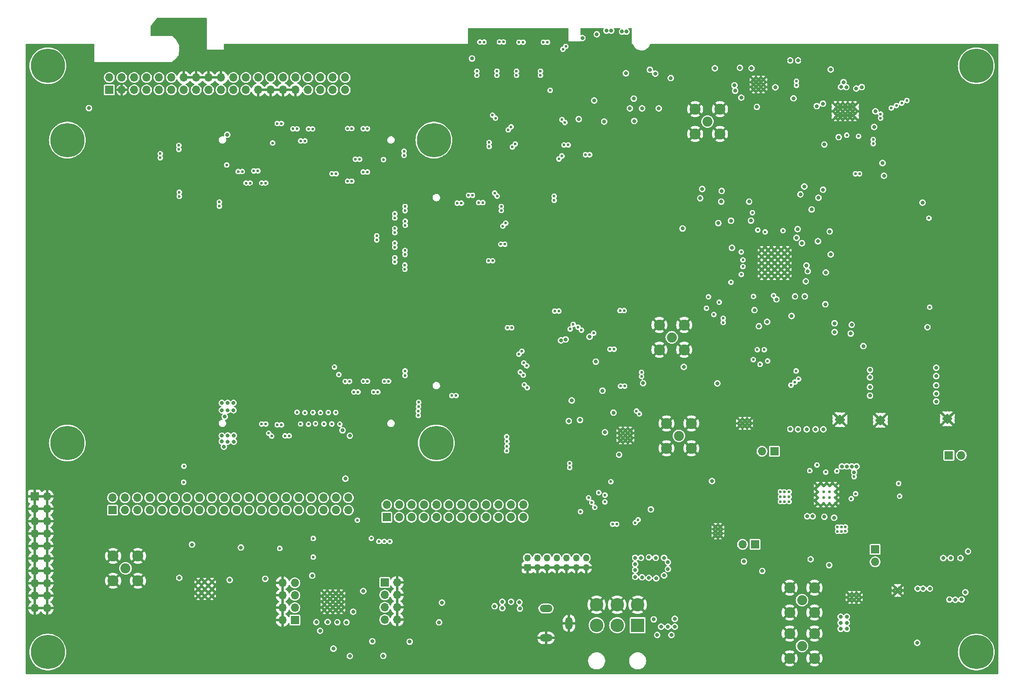
<source format=gbr>
%TF.GenerationSoftware,KiCad,Pcbnew,7.0.8-7.0.8~ubuntu22.04.1*%
%TF.CreationDate,2024-12-17T15:10:33+01:00*%
%TF.ProjectId,Bread70,42726561-6437-4302-9e6b-696361645f70,rev?*%
%TF.SameCoordinates,Original*%
%TF.FileFunction,Copper,L2,Inr*%
%TF.FilePolarity,Positive*%
%FSLAX46Y46*%
G04 Gerber Fmt 4.6, Leading zero omitted, Abs format (unit mm)*
G04 Created by KiCad (PCBNEW 7.0.8-7.0.8~ubuntu22.04.1) date 2024-12-17 15:10:33*
%MOMM*%
%LPD*%
G01*
G04 APERTURE LIST*
%TA.AperFunction,ComponentPad*%
%ADD10O,2.600000X1.500000*%
%TD*%
%TA.AperFunction,ComponentPad*%
%ADD11O,1.500000X2.600000*%
%TD*%
%TA.AperFunction,ComponentPad*%
%ADD12C,2.050000*%
%TD*%
%TA.AperFunction,ComponentPad*%
%ADD13C,2.250000*%
%TD*%
%TA.AperFunction,ComponentPad*%
%ADD14C,0.600000*%
%TD*%
%TA.AperFunction,ComponentPad*%
%ADD15C,0.800000*%
%TD*%
%TA.AperFunction,ComponentPad*%
%ADD16C,7.000000*%
%TD*%
%TA.AperFunction,ComponentPad*%
%ADD17R,1.700000X1.700000*%
%TD*%
%TA.AperFunction,ComponentPad*%
%ADD18O,1.700000X1.700000*%
%TD*%
%TA.AperFunction,ComponentPad*%
%ADD19R,2.750000X2.750000*%
%TD*%
%TA.AperFunction,ComponentPad*%
%ADD20C,2.750000*%
%TD*%
%TA.AperFunction,ComponentPad*%
%ADD21R,1.350000X1.350000*%
%TD*%
%TA.AperFunction,ComponentPad*%
%ADD22O,1.350000X1.350000*%
%TD*%
%TA.AperFunction,ViaPad*%
%ADD23C,0.600000*%
%TD*%
%TA.AperFunction,ViaPad*%
%ADD24C,0.800000*%
%TD*%
G04 APERTURE END LIST*
D10*
%TO.N,VDCIN*%
%TO.C,J21*%
X146950000Y-141100000D03*
%TO.N,GND*%
X146950000Y-147100000D03*
D11*
X151650000Y-144100000D03*
%TD*%
D12*
%TO.N,Net-(J11-In)*%
%TO.C,J11*%
X172680000Y-85580000D03*
D13*
%TO.N,GND*%
X170140000Y-83040000D03*
X170140000Y-88120000D03*
X175220000Y-83040000D03*
X175220000Y-88120000D03*
%TD*%
D14*
%TO.N,GND*%
%TO.C,U7*%
X196380001Y-67720003D03*
X195055001Y-67720003D03*
X193730001Y-67720003D03*
X192405001Y-67720003D03*
X191080001Y-67720003D03*
X196380001Y-69045003D03*
X195055001Y-69045003D03*
X193730001Y-69045003D03*
X192405001Y-69045003D03*
X191080001Y-69045003D03*
X196380001Y-70370003D03*
X195055001Y-70370003D03*
X193730001Y-70370003D03*
X192405001Y-70370003D03*
X191080001Y-70370003D03*
X196380001Y-71695003D03*
X195055001Y-71695003D03*
X193730001Y-71695003D03*
X192405001Y-71695003D03*
X191080001Y-71695003D03*
X196380001Y-73020003D03*
X195055001Y-73020003D03*
X193730001Y-73020003D03*
X192405001Y-73020003D03*
X191080001Y-73020003D03*
%TD*%
D12*
%TO.N,Net-(J19-In)*%
%TO.C,J19*%
X180000000Y-41400000D03*
D13*
%TO.N,GND*%
X182540000Y-38860000D03*
X177460000Y-38860000D03*
X182540000Y-43940000D03*
X177460000Y-43940000D03*
%TD*%
D15*
%TO.N,N/C*%
%TO.C,H7*%
X232375000Y-30000000D03*
X233143845Y-28143845D03*
X233143845Y-31856155D03*
X235000000Y-27375000D03*
D16*
X235000000Y-30000000D03*
D15*
X235000000Y-32625000D03*
X236856155Y-28143845D03*
X236856155Y-31856155D03*
X237625000Y-30000000D03*
%TD*%
D14*
%TO.N,GND*%
%TO.C,U21*%
X188520000Y-102662501D03*
X187650000Y-102662501D03*
X186662000Y-102662501D03*
X188520000Y-103662501D03*
X187650000Y-103662501D03*
X186662000Y-103662501D03*
%TD*%
D15*
%TO.N,N/C*%
%TO.C,H1*%
X46374999Y-45210001D03*
X47143844Y-43353846D03*
X47143844Y-47066156D03*
X48999999Y-42585001D03*
D16*
X48999999Y-45210001D03*
D15*
X48999999Y-47835001D03*
X50856154Y-43353846D03*
X50856154Y-47066156D03*
X51624999Y-45210001D03*
%TD*%
D17*
%TO.N,/Power/Switching/6V*%
%TO.C,JP1*%
X189700000Y-127950000D03*
D18*
%TO.N,/Power/LDO/6V*%
X187160000Y-127950000D03*
%TD*%
D15*
%TO.N,N/C*%
%TO.C,H4*%
X121874999Y-107210001D03*
X122643844Y-105353846D03*
X122643844Y-109066156D03*
X124499999Y-104585001D03*
D16*
X124499999Y-107210001D03*
D15*
X124499999Y-109835001D03*
X126356154Y-105353846D03*
X126356154Y-109066156D03*
X127124999Y-107210001D03*
%TD*%
%TO.N,N/C*%
%TO.C,H2*%
X121374999Y-45210001D03*
X122143844Y-43353846D03*
X122143844Y-47066156D03*
X123999999Y-42585001D03*
D16*
X123999999Y-45210001D03*
D15*
X123999999Y-47835001D03*
X125856154Y-43353846D03*
X125856154Y-47066156D03*
X126624999Y-45210001D03*
%TD*%
%TO.N,N/C*%
%TO.C,H6*%
X42375000Y-150000000D03*
X43143845Y-148143845D03*
X43143845Y-151856155D03*
X45000000Y-147375000D03*
D16*
X45000000Y-150000000D03*
D15*
X45000000Y-152625000D03*
X46856155Y-148143845D03*
X46856155Y-151856155D03*
X47625000Y-150000000D03*
%TD*%
D17*
%TO.N,/Adc_Dac/OUT3*%
%TO.C,J9*%
X113950000Y-135760001D03*
D18*
%TO.N,GND*%
X116490000Y-135760001D03*
%TO.N,/Adc_Dac/OUT2*%
X113950000Y-138300001D03*
%TO.N,GND*%
X116490000Y-138300001D03*
%TO.N,/Adc_Dac/OUT1*%
X113950000Y-140840001D03*
%TO.N,GND*%
X116490000Y-140840001D03*
%TO.N,/Adc_Dac/OUT0*%
X113950000Y-143380001D03*
%TO.N,GND*%
X116490000Y-143380001D03*
%TD*%
D17*
%TO.N,unconnected-(J23-Pin_1-Pad1)*%
%TO.C,J23*%
X114340000Y-122400000D03*
D18*
%TO.N,/MC3/B67_L21N*%
X114340000Y-119860000D03*
%TO.N,unconnected-(J23-Pin_3-Pad3)*%
X116880000Y-122400000D03*
%TO.N,/MC3/B67_L21P*%
X116880000Y-119860000D03*
%TO.N,/MC3/B67_L17P*%
X119420000Y-122400000D03*
%TO.N,/MC3/B67_L13GC_N*%
X119420000Y-119860000D03*
%TO.N,/MC3/B67_L17N*%
X121960000Y-122400000D03*
%TO.N,/MC3/B67_L13GC_P*%
X121960000Y-119860000D03*
%TO.N,/MC3/B67_L16P*%
X124500000Y-122400000D03*
%TO.N,/MC3/B67_L18N*%
X124500000Y-119860000D03*
%TO.N,/MC3/B67_L16N*%
X127040000Y-122400000D03*
%TO.N,/MC3/B67_L18P*%
X127040000Y-119860000D03*
%TO.N,/MC3/B67_L24P*%
X129580000Y-122400000D03*
%TO.N,/MC3/B67_L22N*%
X129580000Y-119860000D03*
%TO.N,/MC3/B67_L24N*%
X132120000Y-122400000D03*
%TO.N,/MC3/B67_L22P*%
X132120000Y-119860000D03*
%TO.N,/MC3/B67_L19P*%
X134660000Y-122400000D03*
%TO.N,/MC3/B67_L15N*%
X134660000Y-119860000D03*
%TO.N,/MC3/B67_L19N*%
X137200000Y-122400000D03*
%TO.N,/MC3/B67_L15P*%
X137200000Y-119860000D03*
%TO.N,/MC3/B67_L23P*%
X139740000Y-122400000D03*
%TO.N,/MC3/B67_L20N*%
X139740000Y-119860000D03*
%TO.N,/MC3/B67_L23N*%
X142280000Y-122400000D03*
%TO.N,/MC3/B67_L20P*%
X142280000Y-119860000D03*
%TD*%
D17*
%TO.N,/Power/Switching/3V*%
%TO.C,JP2*%
X193675000Y-108900000D03*
D18*
%TO.N,/Power/LDO/3V*%
X191135000Y-108900000D03*
%TD*%
D14*
%TO.N,GND*%
%TO.C,U11*%
X206177001Y-40538999D03*
X207177001Y-40538999D03*
X208177001Y-40538999D03*
X209177001Y-40538999D03*
X210177001Y-40538999D03*
X206177001Y-39788999D03*
X207177001Y-39788999D03*
X208177001Y-39788999D03*
X209177001Y-39788999D03*
X210177001Y-39788999D03*
X206177001Y-38788999D03*
X207177001Y-38788999D03*
X208177001Y-38788999D03*
X209177001Y-38788999D03*
X210177001Y-38788999D03*
X206177001Y-38038999D03*
X207177001Y-38038999D03*
X208177001Y-38038999D03*
X209177001Y-38038999D03*
X210177001Y-38038999D03*
%TD*%
D17*
%TO.N,/Power/Switching/3V8*%
%TO.C,JP3*%
X214300000Y-129000000D03*
D18*
%TO.N,/Power/LDO/3V8*%
X214300000Y-131540000D03*
%TD*%
D17*
%TO.N,/MC12/B87_HDGC_L6P*%
%TO.C,J1*%
X58220000Y-120940000D03*
D18*
%TO.N,/Adc_Dac/A.ERROR*%
X58220000Y-118400000D03*
%TO.N,/MC12/B87_HDGC_L6N*%
X60760000Y-120940000D03*
%TO.N,/Adc_Dac/A.CS*%
X60760000Y-118400000D03*
%TO.N,/MC12/B87_L10P*%
X63300000Y-120940000D03*
%TO.N,/Adc_Dac/A.SCLK*%
X63300000Y-118400000D03*
%TO.N,/MC12/B87_L10N*%
X65840000Y-120940000D03*
%TO.N,/Adc_Dac/A.DIN*%
X65840000Y-118400000D03*
%TO.N,/MC12/B87_HDGC_L7P*%
X68380000Y-120940000D03*
%TO.N,/Adc_Dac/A.DOUT*%
X68380000Y-118400000D03*
%TO.N,/MC12/B87_HDGC_L7N*%
X70920000Y-120940000D03*
%TO.N,/Adc_Dac/A.CLKIO*%
X70920000Y-118400000D03*
%TO.N,/MC12/B87_HDGC_L5P*%
X73460000Y-120940000D03*
%TO.N,/MC12/B86_HDGC_L7P*%
X73460000Y-118400000D03*
%TO.N,/MC12/B87_HDGC_L5N*%
X76000000Y-120940000D03*
%TO.N,/MC12/B86_HDGC_L7N*%
X76000000Y-118400000D03*
%TO.N,MISO_2*%
X78540000Y-120940000D03*
%TO.N,/MC12/B86_L10P*%
X78540000Y-118400000D03*
%TO.N,MOSI_2*%
X81080000Y-120940000D03*
%TO.N,/MC12/B86_L10N*%
X81080000Y-118400000D03*
%TO.N,SCLK_2*%
X83620000Y-120940000D03*
%TO.N,/MC12/B86_L2P*%
X83620000Y-118400000D03*
%TO.N,SCLK_1*%
X86160000Y-120940000D03*
%TO.N,/MC12/B86_L2N*%
X86160000Y-118400000D03*
%TO.N,MOSI_1*%
X88700000Y-120940000D03*
%TO.N,/MC12/B86_HDGC_L6P*%
X88700000Y-118400000D03*
%TO.N,MISO_1*%
X91240000Y-120940000D03*
%TO.N,/MC12/B86_HDGC_L6N*%
X91240000Y-118400000D03*
%TO.N,/CS_DA*%
X93780000Y-120940000D03*
%TO.N,/MC12/B86_HDGC_L5P*%
X93780000Y-118400000D03*
%TO.N,/CS_L*%
X96320000Y-120940000D03*
%TO.N,/MC12/B86_HDGC_L5N*%
X96320000Y-118400000D03*
%TO.N,/CS_AD*%
X98860000Y-120940000D03*
%TO.N,/MC12/B84_HDGC_L7P*%
X98860000Y-118400000D03*
%TO.N,/SSA*%
X101400000Y-120940000D03*
%TO.N,/MC12/B84_HDGC_L7N*%
X101400000Y-118400000D03*
%TO.N,/SSS*%
X103940000Y-120940000D03*
%TO.N,VIO3*%
X103940000Y-118400000D03*
%TO.N,SYNC_CLOCKCHIP*%
X106480000Y-120940000D03*
%TO.N,+3.3V*%
X106480000Y-118400000D03*
%TD*%
D14*
%TO.N,GND*%
%TO.C,U16*%
X214650000Y-103277500D03*
X215375000Y-103277500D03*
X216075000Y-103277500D03*
X214650000Y-102552500D03*
X215375000Y-102552500D03*
X216075000Y-102552500D03*
X214675000Y-101827500D03*
X215400000Y-101827500D03*
X216100000Y-101827500D03*
%TD*%
D12*
%TO.N,Net-(J18-In)*%
%TO.C,J18*%
X199340000Y-148749999D03*
D13*
%TO.N,GND*%
X201880000Y-151289999D03*
X201880000Y-146209999D03*
X196800000Y-151289999D03*
X196800000Y-146209999D03*
%TD*%
D14*
%TO.N,GND*%
%TO.C,U9*%
X78600000Y-138526250D03*
X78600000Y-137126250D03*
X78600000Y-135626250D03*
X77100000Y-138526250D03*
X77100000Y-137126250D03*
X77100000Y-135626250D03*
X75800000Y-138526250D03*
X75800000Y-137126250D03*
X75800000Y-135626250D03*
%TD*%
D17*
%TO.N,GND*%
%TO.C,J25*%
X42300000Y-118140000D03*
D18*
X44840000Y-118140000D03*
X42300000Y-120680000D03*
X44840000Y-120680000D03*
X42300000Y-123220000D03*
X44840000Y-123220000D03*
X42300000Y-125760000D03*
X44840000Y-125760000D03*
X42300000Y-128300000D03*
X44840000Y-128300000D03*
X42300000Y-130840000D03*
X44840000Y-130840000D03*
X42300000Y-133380000D03*
X44840000Y-133380000D03*
X42300000Y-135920000D03*
X44840000Y-135920000D03*
X42300000Y-138460000D03*
X44840000Y-138460000D03*
X42300000Y-141000000D03*
X44840000Y-141000000D03*
%TD*%
D15*
%TO.N,N/C*%
%TO.C,H8*%
X232375000Y-150000000D03*
X233143845Y-148143845D03*
X233143845Y-151856155D03*
X235000000Y-147375000D03*
D16*
X235000000Y-150000000D03*
D15*
X235000000Y-152625000D03*
X236856155Y-148143845D03*
X236856155Y-151856155D03*
X237625000Y-150000000D03*
%TD*%
D12*
%TO.N,Net-(J22-In)*%
%TO.C,J22*%
X199340000Y-139360000D03*
D13*
%TO.N,GND*%
X201880000Y-141900000D03*
X201880000Y-136820000D03*
X196800000Y-141900000D03*
X196800000Y-136820000D03*
%TD*%
D12*
%TO.N,Net-(J12-In)*%
%TO.C,J12*%
X174140000Y-105740000D03*
D13*
%TO.N,GND*%
X171600000Y-103200000D03*
X171600000Y-108280000D03*
X176680000Y-103200000D03*
X176680000Y-108280000D03*
%TD*%
D17*
%TO.N,VIO1*%
%TO.C,J2*%
X57591000Y-34931445D03*
D18*
%TO.N,+1.8V*%
X57591000Y-32391445D03*
%TO.N,GND*%
X60131000Y-34931445D03*
%TO.N,VREF1*%
X60131000Y-32391445D03*
%TO.N,/MC12/B64_L5P*%
X62671000Y-34931445D03*
%TO.N,/MC12/B64_L9P*%
X62671000Y-32391445D03*
%TO.N,/MC12/B64_L5N*%
X65211000Y-34931445D03*
%TO.N,/MC12/B64_L9N*%
X65211000Y-32391445D03*
%TO.N,/MC12/B64_L6P*%
X67751000Y-34931445D03*
%TO.N,/MC12/B64_L10P*%
X67751000Y-32391445D03*
%TO.N,/MC12/B64_L6N*%
X70291000Y-34931445D03*
%TO.N,/MC12/B64_L10N*%
X70291000Y-32391445D03*
%TO.N,/MC12/B64_L3P*%
X72831000Y-34931445D03*
%TO.N,GND*%
X72831000Y-32391445D03*
%TO.N,/MC12/B64_L3N*%
X75371000Y-34931445D03*
%TO.N,GND*%
X75371000Y-32391445D03*
%TO.N,/MC12/B64_L19P*%
X77911000Y-34931445D03*
%TO.N,GND*%
X77911000Y-32391445D03*
%TO.N,/MC12/B64_L19N*%
X80451000Y-34931445D03*
%TO.N,GND*%
X80451000Y-32391445D03*
%TO.N,/MC12/B64_L7P*%
X82991000Y-34931445D03*
%TO.N,/MC12/B64_T3U_N12*%
X82991000Y-32391445D03*
%TO.N,/MC12/B64_L7N*%
X85531000Y-34931445D03*
%TO.N,/MC12/B84_L1P*%
X85531000Y-32391445D03*
%TO.N,GND*%
X88071000Y-34931445D03*
%TO.N,/MC12/B84_L1N*%
X88071000Y-32391445D03*
%TO.N,GND*%
X90611000Y-34931445D03*
%TO.N,/MC12/B84_L9P*%
X90611000Y-32391445D03*
%TO.N,GND*%
X93151000Y-34931445D03*
%TO.N,/MC12/B84_L9N*%
X93151000Y-32391445D03*
%TO.N,GND*%
X95691000Y-34931445D03*
%TO.N,/MC12/B84_L3P*%
X95691000Y-32391445D03*
%TO.N,/MC12/B84_L4P*%
X98231000Y-34931445D03*
%TO.N,/MC12/B84_L3N*%
X98231000Y-32391445D03*
%TO.N,/MC12/B84_L4N*%
X100771000Y-34931445D03*
%TO.N,/MC12/B84_HDGC_L5P*%
X100771000Y-32391445D03*
%TO.N,/MC12/B84_L2P*%
X103311000Y-34931445D03*
%TO.N,/MC12/B84_HDGC_L5N*%
X103311000Y-32391445D03*
%TO.N,/MC12/B84_L2N*%
X105851000Y-34931445D03*
%TO.N,VIO2*%
X105851000Y-32391445D03*
%TD*%
D14*
%TO.N,GND*%
%TO.C,U25*%
X218500000Y-136860000D03*
X218500000Y-137910000D03*
X218900000Y-137385000D03*
X219300000Y-136860000D03*
X219300000Y-137910000D03*
%TD*%
%TO.N,GND*%
%TO.C,U20*%
X209080000Y-139287498D03*
X209950000Y-139287498D03*
X210938000Y-139287498D03*
X209080000Y-138287498D03*
X209950000Y-138287498D03*
X210938000Y-138287498D03*
%TD*%
D19*
%TO.N,VDCIN*%
%TO.C,J20*%
X165700000Y-144500000D03*
D20*
X161500000Y-144500000D03*
X157300000Y-144500000D03*
%TO.N,GND*%
X165700000Y-140300000D03*
X161500000Y-140300000D03*
X157300000Y-140300000D03*
%TD*%
D21*
%TO.N,GND*%
%TO.C,J3*%
X143150000Y-132700000D03*
D22*
%TO.N,+1.8V*%
X143150000Y-130700000D03*
%TO.N,GND*%
X145150000Y-132700000D03*
%TO.N,/MC12/JTAG_TMS*%
X145150000Y-130700000D03*
%TO.N,GND*%
X147150000Y-132700000D03*
%TO.N,/MC12/JTAG_TCK*%
X147150000Y-130700000D03*
%TO.N,GND*%
X149150000Y-132700000D03*
%TO.N,/MC12/JTAG_TDO*%
X149150000Y-130700000D03*
%TO.N,GND*%
X151150000Y-132700000D03*
%TO.N,/MC12/JTAG_TDI*%
X151150000Y-130700000D03*
%TO.N,GND*%
X153150000Y-132700000D03*
%TO.N,unconnected-(J3-Pin_12-Pad12)*%
X153150000Y-130700000D03*
%TO.N,GND*%
X155150000Y-132700000D03*
%TO.N,unconnected-(J3-Pin_14-Pad14)*%
X155150000Y-130700000D03*
%TD*%
D14*
%TO.N,GND*%
%TO.C,U13*%
X202550001Y-115960002D03*
X202550001Y-117160002D03*
X202550001Y-118360002D03*
X202550001Y-119560002D03*
X203750001Y-115960002D03*
X203750001Y-117160002D03*
X203750001Y-118360002D03*
X203750001Y-119560002D03*
X204950001Y-115960002D03*
X204950001Y-117160002D03*
X204950001Y-118360002D03*
X204950001Y-119560002D03*
X206150001Y-115960002D03*
X206150001Y-117160002D03*
X206150001Y-118360002D03*
X206150001Y-119560002D03*
%TD*%
D15*
%TO.N,N/C*%
%TO.C,H3*%
X46374999Y-107210001D03*
X47143844Y-105353846D03*
X47143844Y-109066156D03*
X48999999Y-104585001D03*
D16*
X48999999Y-107210001D03*
D15*
X48999999Y-109835001D03*
X50856154Y-105353846D03*
X50856154Y-109066156D03*
X51624999Y-107210001D03*
%TD*%
D17*
%TO.N,/Adc_Dac/OUT7*%
%TO.C,J15*%
X95540000Y-143460000D03*
D18*
%TO.N,GND*%
X93000000Y-143460000D03*
%TO.N,/Adc_Dac/OUT6*%
X95540000Y-140920000D03*
%TO.N,GND*%
X93000000Y-140920000D03*
%TO.N,/Adc_Dac/OUT5*%
X95540000Y-138380000D03*
%TO.N,GND*%
X93000000Y-138380000D03*
%TO.N,/Adc_Dac/OUT4*%
X95540000Y-135840000D03*
%TO.N,GND*%
X93000000Y-135840000D03*
%TD*%
D14*
%TO.N,GND*%
%TO.C,U6*%
X162181000Y-104656500D03*
X162181000Y-105656500D03*
X162181000Y-106656500D03*
X163181000Y-104656500D03*
X163181000Y-105656500D03*
X163181000Y-106656500D03*
X164181000Y-104656500D03*
X164181000Y-105656500D03*
X164181000Y-106656500D03*
%TD*%
D12*
%TO.N,/MC12/B87_HDGC_L6P*%
%TO.C,J6*%
X60900000Y-132850000D03*
D13*
%TO.N,GND*%
X58360000Y-130310000D03*
X58360000Y-135390000D03*
X63440000Y-130310000D03*
X63440000Y-135390000D03*
%TD*%
D14*
%TO.N,GND*%
%TO.C,U15*%
X228350000Y-102972500D03*
X229075000Y-102972500D03*
X229775000Y-102972500D03*
X228350000Y-102247500D03*
X229075000Y-102247500D03*
X229775000Y-102247500D03*
X228375000Y-101522500D03*
X229100000Y-101522500D03*
X229800000Y-101522500D03*
%TD*%
%TO.N,GND*%
%TO.C,U10*%
X189427003Y-32814000D03*
X189427003Y-33814000D03*
X189427003Y-34814000D03*
X190427003Y-32814000D03*
X190427003Y-33814000D03*
X190427003Y-34814000D03*
X191427003Y-32814000D03*
X191427003Y-33814000D03*
X191427003Y-34814000D03*
%TD*%
%TO.N,GND*%
%TO.C,U19*%
X181622500Y-124380000D03*
X181622500Y-125250000D03*
X181622500Y-126120000D03*
X182622500Y-124380000D03*
X182622500Y-125250000D03*
X182622500Y-126120000D03*
%TD*%
%TO.N,GND*%
%TO.C,U8*%
X105052500Y-141415000D03*
X105052500Y-140265000D03*
X105052500Y-139115000D03*
X105052500Y-137965000D03*
X103902500Y-141415000D03*
X103902500Y-140265000D03*
X103902500Y-139115000D03*
X103902500Y-137965000D03*
X102752500Y-141415000D03*
X102752500Y-140265000D03*
X102752500Y-139115000D03*
X102752500Y-137965000D03*
X101602500Y-141415000D03*
X101602500Y-140265000D03*
X101602500Y-139115000D03*
X101602500Y-137965000D03*
%TD*%
%TO.N,GND*%
%TO.C,U14*%
X207827500Y-103150000D03*
X207827500Y-102425000D03*
X207827500Y-101725000D03*
X207102500Y-103150000D03*
X207102500Y-102425000D03*
X207102500Y-101725000D03*
X206377500Y-103125000D03*
X206377500Y-102400000D03*
X206377500Y-101700000D03*
%TD*%
D17*
%TO.N,/Power/Switching/1V8*%
%TO.C,JP4*%
X229390001Y-109710000D03*
D18*
%TO.N,/Power/LDO/1V8*%
X231930001Y-109710000D03*
%TD*%
D15*
%TO.N,N/C*%
%TO.C,H5*%
X42375000Y-30000000D03*
X43143845Y-28143845D03*
X43143845Y-31856155D03*
X45000000Y-27375000D03*
D16*
X45000000Y-30000000D03*
D15*
X45000000Y-32625000D03*
X46856155Y-28143845D03*
X46856155Y-31856155D03*
X47625000Y-30000000D03*
%TD*%
D23*
%TO.N,+1.8V*%
X81600000Y-50300000D03*
D24*
%TO.N,GND*%
X222000000Y-120000000D03*
X157400000Y-132200000D03*
X225750000Y-113750000D03*
D23*
X136900000Y-30300000D03*
X143700000Y-91900000D03*
D24*
X220400000Y-145400000D03*
X158500000Y-130500000D03*
D23*
X108100000Y-53600000D03*
D24*
X159700000Y-135900000D03*
X212000000Y-82000000D03*
X234000000Y-89500000D03*
X181100000Y-55000000D03*
D23*
X144861642Y-22660805D03*
D24*
X153100000Y-95000000D03*
X233500000Y-126500000D03*
D23*
X132800000Y-32700000D03*
X212000000Y-52100000D03*
X136100000Y-45500000D03*
D24*
X222000000Y-113750000D03*
X208000000Y-60500000D03*
D23*
X111100000Y-100900000D03*
X138200000Y-83600000D03*
X180388999Y-80500000D03*
D24*
X199499503Y-28900000D03*
D23*
X117900000Y-46600000D03*
D24*
X171100000Y-140400000D03*
X217500000Y-92150000D03*
D23*
X139050000Y-25100000D03*
X90600000Y-106550000D03*
D24*
X211500000Y-63000000D03*
D23*
X88350000Y-54650000D03*
X134400000Y-69900000D03*
D24*
X156900000Y-29000000D03*
D23*
X130200000Y-57600000D03*
D24*
X175000000Y-57900000D03*
X93600000Y-43000000D03*
D23*
X121500000Y-88000000D03*
X140650000Y-25200000D03*
X107550000Y-42100000D03*
X141900000Y-90050000D03*
D24*
X206700000Y-28800000D03*
X179700000Y-63100000D03*
D23*
X138800000Y-23500000D03*
X159200000Y-87600000D03*
D24*
X85300000Y-105900000D03*
X169300000Y-140500000D03*
X167300000Y-41500000D03*
D23*
X109675000Y-48950000D03*
X136100000Y-46700000D03*
D24*
X140300000Y-147000000D03*
D23*
X123300000Y-89900000D03*
D24*
X233000000Y-73500000D03*
X185250000Y-120250000D03*
X164400000Y-99000000D03*
X233050000Y-99650000D03*
D23*
X140700000Y-89550000D03*
D24*
X226750000Y-126000000D03*
D23*
X134600000Y-57400000D03*
X143050000Y-25200000D03*
X136500000Y-39400000D03*
D24*
X217450000Y-97400000D03*
X209500000Y-64000000D03*
D23*
X136650000Y-25100000D03*
X85150000Y-54650000D03*
X95100000Y-100900000D03*
X191800000Y-91300000D03*
X108950000Y-95200000D03*
D24*
X209200000Y-127500000D03*
D23*
X110750000Y-42200000D03*
X95600000Y-110900000D03*
X147800000Y-23500000D03*
X151550000Y-25450000D03*
X123300000Y-78700000D03*
X93150000Y-106450000D03*
D24*
X186550000Y-61600000D03*
X204700000Y-126700000D03*
X83200000Y-45400000D03*
X183500000Y-120250000D03*
X205200000Y-83500000D03*
D23*
X71150000Y-45850000D03*
X158300000Y-22693502D03*
D24*
X112800000Y-51600000D03*
D23*
X189120000Y-88886000D03*
D24*
X204400000Y-56100000D03*
X220000000Y-103450000D03*
D23*
X111000000Y-95250000D03*
X102250000Y-52100000D03*
D24*
X188000000Y-120250000D03*
D23*
X83550000Y-52300000D03*
D24*
X137800000Y-144900000D03*
D23*
X152300000Y-46400000D03*
D24*
X237500000Y-66000000D03*
X198450000Y-100400000D03*
D23*
X115200000Y-64400000D03*
D24*
X225750000Y-116750000D03*
D23*
X108650000Y-51750000D03*
X115200000Y-61300000D03*
X88000000Y-103750000D03*
X215400000Y-39050000D03*
D24*
X169200000Y-136600000D03*
X154750000Y-108400000D03*
D23*
X107200000Y-95300000D03*
X112300000Y-66550000D03*
D24*
X84300000Y-99300000D03*
D23*
X84000000Y-106900000D03*
D24*
X199400000Y-127500000D03*
X220500000Y-119300000D03*
X147550000Y-99550000D03*
D23*
X136900000Y-66500000D03*
D24*
X171551500Y-93820000D03*
D23*
X147900000Y-80200000D03*
X105600000Y-45200000D03*
X149000000Y-49600000D03*
X148050000Y-25200000D03*
X140857383Y-22676716D03*
X109150000Y-42200000D03*
X68000000Y-49750000D03*
D24*
X190250000Y-116750000D03*
D23*
X115250000Y-70350000D03*
X117300000Y-70550000D03*
D24*
X233000000Y-67000000D03*
D23*
X215400000Y-41550000D03*
X117300000Y-62800000D03*
D24*
X173300000Y-125000000D03*
X217450000Y-93750000D03*
X202600000Y-64400000D03*
D23*
X131400000Y-22693502D03*
D24*
X214500000Y-63000000D03*
D23*
X98050000Y-42200000D03*
X187600000Y-86900000D03*
D24*
X219450000Y-99950000D03*
X186900000Y-133300000D03*
X211300000Y-110600000D03*
X180200000Y-127700000D03*
D23*
X140900000Y-30300000D03*
X209400000Y-52100000D03*
X104900000Y-52100000D03*
D24*
X230950000Y-97150000D03*
D23*
X121700000Y-57800000D03*
D24*
X141500000Y-146400000D03*
D23*
X111300000Y-51750000D03*
D24*
X232000000Y-86000000D03*
D23*
X94850000Y-42200000D03*
X149750000Y-27050000D03*
D24*
X166100000Y-37300000D03*
D23*
X140800000Y-23500000D03*
X149700000Y-40400000D03*
X199950000Y-120250000D03*
X117900000Y-49200000D03*
X90000000Y-54650000D03*
X84000000Y-100900000D03*
D24*
X167800000Y-139000000D03*
D23*
X187000000Y-77000000D03*
X140100000Y-45350000D03*
D24*
X72250000Y-144700000D03*
D23*
X94800000Y-106450000D03*
X134850470Y-22674811D03*
X131400000Y-23500000D03*
X98000000Y-46100000D03*
D24*
X232000000Y-54500000D03*
D23*
X150400000Y-80200000D03*
D24*
X197800000Y-90400000D03*
X93600000Y-51600000D03*
D23*
X148000000Y-58200000D03*
D24*
X220300000Y-116800000D03*
D23*
X117300000Y-58600000D03*
D24*
X225500000Y-130600000D03*
X193200000Y-146000000D03*
D23*
X107000000Y-136100000D03*
D24*
X213000000Y-135500000D03*
D23*
X123400000Y-65200000D03*
D24*
X159600000Y-130500000D03*
D23*
X85200000Y-52300000D03*
X71900000Y-54950000D03*
D24*
X219500000Y-120000000D03*
D23*
X122500000Y-55900000D03*
X140800000Y-83600000D03*
D24*
X92500000Y-146200000D03*
X113000000Y-42900000D03*
X166800000Y-100200000D03*
D23*
X109000000Y-100600000D03*
D24*
X185775000Y-37900000D03*
X190250000Y-118500000D03*
X157700000Y-86300000D03*
X201800000Y-100100000D03*
D23*
X136800000Y-69900000D03*
X136700000Y-23500000D03*
D24*
X163000000Y-132500000D03*
X171700000Y-31500000D03*
D23*
X151800000Y-113100000D03*
X117350000Y-68800000D03*
X164950000Y-99900000D03*
X89950000Y-104050000D03*
D24*
X160900000Y-45800000D03*
D23*
X165900000Y-92150000D03*
D24*
X206500000Y-46200000D03*
X231050000Y-93500000D03*
D23*
X96400000Y-46150000D03*
D24*
X213250000Y-141700000D03*
X149100000Y-94600000D03*
X158100000Y-135900000D03*
D23*
X105400000Y-95300000D03*
X139300000Y-46200000D03*
X121300000Y-75100000D03*
X93200000Y-104200000D03*
X112950000Y-94550000D03*
D24*
X209200000Y-122250000D03*
D23*
X151300000Y-23500000D03*
X161300000Y-22700000D03*
D24*
X149900000Y-89600000D03*
X202700000Y-98350000D03*
X229750000Y-126250000D03*
D23*
X79500000Y-57200000D03*
D24*
X191400000Y-131400000D03*
D23*
X88400000Y-52250000D03*
X139300000Y-66500000D03*
D24*
X203600000Y-132000000D03*
X232700000Y-95250000D03*
D23*
X199924500Y-115600000D03*
X91350000Y-41200000D03*
X149800000Y-46400000D03*
X117300000Y-71800000D03*
D24*
X206000000Y-80500000D03*
D23*
X181500000Y-77500000D03*
X144800000Y-23500000D03*
D24*
X85100000Y-100100000D03*
D23*
X115200000Y-63200000D03*
X159700000Y-123800000D03*
D24*
X215000000Y-77000000D03*
X161300000Y-134600000D03*
X154606572Y-32020500D03*
X169300000Y-139000000D03*
D23*
X117300000Y-61600000D03*
X86800000Y-54650000D03*
D24*
X202500000Y-71000000D03*
D23*
X135600000Y-55900000D03*
X136900000Y-57500000D03*
X137300000Y-40300000D03*
X127100000Y-98150000D03*
D24*
X209450000Y-98600000D03*
X105600000Y-51500000D03*
D23*
X182088999Y-80500000D03*
D24*
X237500000Y-75000000D03*
D23*
X190820000Y-87436000D03*
X136900000Y-22750000D03*
D24*
X141500000Y-144900000D03*
X72400000Y-137100000D03*
D23*
X151300000Y-22700000D03*
X136900000Y-32700000D03*
D24*
X79750000Y-144550000D03*
X209000000Y-76500000D03*
D23*
X135100000Y-25100000D03*
X79500000Y-59400000D03*
X107025000Y-48950000D03*
D24*
X189000000Y-140500000D03*
X215500000Y-81500000D03*
D23*
X117300000Y-59800000D03*
D24*
X231050000Y-91950000D03*
D23*
X166475000Y-122300000D03*
D24*
X210200000Y-124800000D03*
D23*
X166650000Y-101900000D03*
D24*
X158500000Y-38400000D03*
D23*
X137800000Y-58000000D03*
X121600000Y-65100000D03*
D24*
X196950000Y-100400000D03*
X185250000Y-118500000D03*
D23*
X138450000Y-42750000D03*
X123300000Y-85200000D03*
X143700000Y-96550000D03*
D24*
X231200000Y-133900000D03*
X163000000Y-134100000D03*
X234500000Y-51000000D03*
D23*
X142900000Y-93950000D03*
X154100000Y-48250000D03*
X156800000Y-48200000D03*
X188000000Y-77800000D03*
X130300000Y-56500000D03*
D24*
X219500000Y-113750000D03*
D23*
X132700000Y-56500000D03*
X105450000Y-53600000D03*
X164500000Y-124100000D03*
D24*
X206600000Y-132000000D03*
D23*
X123800000Y-72000000D03*
X117350000Y-67500000D03*
X213300000Y-43100000D03*
D24*
X186047998Y-39385998D03*
X218700000Y-143500000D03*
D23*
X123400000Y-94500000D03*
X93350000Y-41200000D03*
D24*
X237500000Y-89500000D03*
D23*
X202450000Y-110600000D03*
D24*
X85450000Y-137500000D03*
X188000000Y-116750000D03*
D23*
X86750000Y-52250000D03*
D24*
X141000000Y-130700000D03*
X166199999Y-34055000D03*
D23*
X123500000Y-96500000D03*
D24*
X70250000Y-137100000D03*
X162000000Y-35900000D03*
X229400000Y-135700000D03*
D23*
X163700000Y-79750000D03*
X129100000Y-98150000D03*
X109050000Y-96150000D03*
X183200000Y-80800000D03*
X141900000Y-94650000D03*
X107100000Y-96200000D03*
D24*
X161500000Y-135900000D03*
X169200000Y-137700000D03*
X166020000Y-98520000D03*
X210200000Y-84000000D03*
X207500000Y-66000000D03*
X184500000Y-66400000D03*
X222100000Y-133300000D03*
X183300000Y-61700000D03*
D23*
X141100000Y-92000000D03*
D24*
X211000000Y-59500000D03*
D23*
X96300000Y-42200000D03*
X151350000Y-42150000D03*
X115250000Y-66050000D03*
X148000000Y-56000000D03*
X213900000Y-46800000D03*
X139250000Y-41900000D03*
X165900000Y-94150000D03*
D24*
X138800000Y-147000000D03*
D23*
X84800000Y-106900000D03*
D24*
X210200000Y-125900000D03*
X214500000Y-59500000D03*
X227800000Y-135700000D03*
X85550000Y-140550000D03*
D23*
X138798137Y-22680358D03*
X145800000Y-30300000D03*
D24*
X204000000Y-108500000D03*
X190250000Y-120250000D03*
D23*
X151800000Y-110500000D03*
D24*
X159700000Y-134600000D03*
D23*
X142800000Y-23500000D03*
D24*
X178200000Y-56100000D03*
D23*
X115650000Y-94550000D03*
X145650000Y-25200000D03*
X142650000Y-87750000D03*
X112300000Y-63900000D03*
X147850470Y-22674811D03*
D24*
X207000000Y-74500000D03*
D23*
X213900000Y-44200000D03*
D24*
X225750000Y-120000000D03*
X228300000Y-126900000D03*
D23*
X163900000Y-95350000D03*
D24*
X202000000Y-54400000D03*
X195952508Y-28901443D03*
X212000000Y-77000000D03*
D23*
X179788999Y-78300000D03*
D24*
X202350000Y-126000000D03*
X228100000Y-45400000D03*
X159700000Y-32700000D03*
D23*
X68000000Y-47050000D03*
D24*
X157400000Y-130500000D03*
D23*
X142798137Y-22680358D03*
X84800000Y-100900000D03*
D24*
X201950000Y-44550000D03*
X208400000Y-82400000D03*
X233500000Y-102600000D03*
X200700000Y-109300000D03*
X185250000Y-116750000D03*
X205400000Y-61600000D03*
X110700000Y-135400000D03*
X197300000Y-84400000D03*
X171100000Y-152100000D03*
X211500000Y-99000000D03*
X75728500Y-142785282D03*
D23*
X99500000Y-42200000D03*
X145800000Y-32700000D03*
X132800000Y-30300000D03*
X132600000Y-57400000D03*
X134900000Y-23500000D03*
X115200000Y-60100000D03*
X137500000Y-63400000D03*
D24*
X238000000Y-51500000D03*
D23*
X108700000Y-109500000D03*
X115250000Y-69150000D03*
D24*
X198900000Y-55300000D03*
D23*
X123500000Y-58000000D03*
X140900000Y-32700000D03*
X139300000Y-61600000D03*
D24*
X161800000Y-34050000D03*
D23*
X150800000Y-47900000D03*
D24*
X171500000Y-37600000D03*
X199900000Y-80700000D03*
D23*
X161700000Y-87600000D03*
X137800000Y-60400000D03*
X71150000Y-47550000D03*
D24*
X158200000Y-39200000D03*
X76600000Y-142900000D03*
X212750000Y-143550000D03*
X163000000Y-131100000D03*
X70050000Y-130250000D03*
X222000000Y-116750000D03*
D23*
X106000000Y-42100000D03*
X120600000Y-94600000D03*
D24*
X127925000Y-140375000D03*
D23*
X183200000Y-83400000D03*
X91600000Y-104200000D03*
X110950000Y-96250000D03*
X189700000Y-91200000D03*
X161350000Y-95350000D03*
X115250000Y-67250000D03*
X89400000Y-105250000D03*
D24*
X162900000Y-136000000D03*
D23*
X173750000Y-70450000D03*
X113250000Y-96250000D03*
D24*
X192150000Y-134250000D03*
D23*
X161350000Y-79750000D03*
D24*
X213300000Y-27750000D03*
D23*
X71900000Y-57600000D03*
X132600000Y-25100000D03*
D24*
X183200000Y-56700000D03*
D23*
X162300000Y-123800000D03*
D24*
X188000000Y-118500000D03*
X184000000Y-35650000D03*
D23*
X128200000Y-57600000D03*
D24*
X182000000Y-118400000D03*
X137700000Y-146300000D03*
%TO.N,/PCIe/+3.3V_PCIE_C*%
X157335000Y-23535000D03*
%TO.N,VIO1*%
X156800000Y-37100000D03*
X81700000Y-44100000D03*
X164100000Y-38711296D03*
X166600000Y-38711296D03*
X170022398Y-38711296D03*
D23*
%TO.N,PCIE_CLK_N*%
X148600000Y-56675000D03*
X150199479Y-40999479D03*
%TO.N,/PCIe/PCIE_REFCLK_N*%
X150398570Y-26602594D03*
%TO.N,PCIE_CLK_P*%
X150800521Y-41600521D03*
X148600000Y-57525000D03*
%TO.N,/PCIe/PCIE_REFCLK_P*%
X151000521Y-25999479D03*
%TO.N,/PCIe/PCIE_C_RX0P*%
X147260000Y-25168000D03*
%TO.N,225_MGTTX3_P*%
X145800000Y-31925000D03*
X118050488Y-70785001D03*
%TO.N,225_MGTTX1_P*%
X118082733Y-67785001D03*
X136900000Y-31925000D03*
%TO.N,/PCIe/PCIE_C_RX1P*%
X142260000Y-25163383D03*
%TO.N,225_MGTTX2_P*%
X140900000Y-31925000D03*
X116000000Y-69285001D03*
%TO.N,225_MGTTX0_P*%
X116000000Y-66285001D03*
X132800000Y-31925000D03*
%TO.N,/PCIe/PCIE_C_RX0N*%
X146410000Y-25168000D03*
%TO.N,225_MGTTX3_N*%
X118050488Y-71635001D03*
X145800000Y-31075000D03*
%TO.N,225_MGTTX1_N*%
X118082733Y-68635001D03*
X136900000Y-31075000D03*
%TO.N,/PCIe/PCIE_C_RX1N*%
X141410000Y-25163383D03*
%TO.N,225_MGTTX2_N*%
X116000000Y-70135001D03*
X140900000Y-31075000D03*
%TO.N,/PCIe/PCIE_C_RX2P*%
X138260000Y-25099412D03*
%TO.N,225_MGTTX0_N*%
X132800000Y-31075000D03*
X116000000Y-67135001D03*
D24*
%TO.N,/Tdc/DVDD18*%
X152200000Y-98500000D03*
X150948521Y-86001087D03*
%TO.N,/Tdc/TVDD18*%
X155855239Y-85457681D03*
X153900000Y-102500000D03*
D23*
%TO.N,/MC12/CLK+*%
X91944999Y-41800000D03*
X151800000Y-111376500D03*
%TO.N,/MC12/CLK-*%
X92794999Y-41800000D03*
X151800000Y-112226500D03*
%TO.N,/AD9152/DVDD12_SERDES*%
X186900000Y-68093503D03*
D24*
X198500000Y-104400000D03*
D23*
X187252500Y-69723459D03*
X180200000Y-77280003D03*
D24*
X202100000Y-104400000D03*
D23*
X187252500Y-71087287D03*
D24*
X182200000Y-62200000D03*
D23*
X184800000Y-74300000D03*
D24*
X200300000Y-104400000D03*
D23*
X179788999Y-79600000D03*
X190300000Y-63600000D03*
D24*
X178500000Y-57100000D03*
X203700000Y-104400000D03*
X182800000Y-57800000D03*
D23*
X182400000Y-78380003D03*
D24*
X185003072Y-67256718D03*
X178900000Y-55200000D03*
D23*
X186920000Y-72680003D03*
D24*
X196949999Y-104365000D03*
X182900000Y-55600000D03*
D23*
X181288999Y-80900000D03*
D24*
X188900000Y-61676500D03*
X184800000Y-61700000D03*
X174900000Y-63300000D03*
D23*
X189400000Y-77200000D03*
%TO.N,224_MGTTX0_P*%
X137800000Y-58785001D03*
X118089721Y-58785001D03*
%TO.N,224_MGTTX0_N*%
X137800000Y-59635001D03*
X118089721Y-59635001D03*
%TO.N,224_MGTTX1_P*%
X116000000Y-60285001D03*
X138700521Y-62199479D03*
%TO.N,224_MGTTX1_N*%
X116000000Y-61135001D03*
X138099479Y-62800521D03*
%TO.N,224_MGTTX3_P*%
X136025000Y-69900000D03*
X116000000Y-63285001D03*
%TO.N,224_MGTTX3_N*%
X135175000Y-69900000D03*
X116000000Y-64135001D03*
%TO.N,224_MGTTX2_P*%
X118129070Y-61785001D03*
X138525000Y-66500000D03*
%TO.N,224_MGTTX2_N*%
X118129070Y-62635001D03*
X137675000Y-66500000D03*
D24*
%TO.N,/AD9152/AVDD33*%
X200520000Y-72037503D03*
X231750000Y-130750000D03*
X224000000Y-58000000D03*
X209300000Y-84800000D03*
X229750000Y-130750000D03*
X211898999Y-87369996D03*
X205200000Y-68600000D03*
X206000000Y-82700000D03*
X204100000Y-78800000D03*
X225000000Y-83500000D03*
X209500000Y-83000000D03*
X206000000Y-84500000D03*
X233300000Y-129400000D03*
X202600000Y-65900000D03*
X200100000Y-74100000D03*
X228250000Y-130750000D03*
X204200000Y-72300000D03*
X205000000Y-63900000D03*
D23*
%TO.N,Net-(C54-Pad2)*%
X225300000Y-61170000D03*
%TO.N,Net-(C55-Pad2)*%
X225447502Y-79410000D03*
D24*
%TO.N,/AD9152/DVDD12*%
X213250000Y-93750000D03*
D23*
X190753845Y-91098599D03*
D24*
X213250000Y-92250000D03*
D23*
X193520000Y-77030003D03*
D24*
X213250000Y-95750000D03*
D23*
X190176500Y-88103459D03*
X192300000Y-90400000D03*
D24*
X192200000Y-82400000D03*
D23*
X191600000Y-88100000D03*
X191800000Y-64000000D03*
D24*
X213250000Y-97500000D03*
D23*
X189370000Y-90136000D03*
D24*
X190500000Y-83300000D03*
%TO.N,/AD9152/DVDD12_CLK*%
X226800000Y-95400000D03*
X226800000Y-93500000D03*
X198200000Y-65200000D03*
X226800000Y-98700000D03*
X203644679Y-55349503D03*
X200234769Y-70865426D03*
X198429999Y-63420001D03*
X199000000Y-56300000D03*
X202700000Y-57000000D03*
X199300000Y-66300000D03*
X226800000Y-91800000D03*
X226800000Y-97100000D03*
X201300000Y-59400000D03*
D23*
X195450000Y-63750000D03*
D24*
X199800000Y-54700000D03*
%TO.N,/Adc_Dac/VCC*%
X111400000Y-147800000D03*
X99940000Y-143880001D03*
X107489810Y-141730499D03*
%TO.N,/Adc_Dac/DA_VSS*%
X100700000Y-145650000D03*
X106110529Y-143907417D03*
X106800000Y-150800000D03*
%TO.N,Net-(U8-REFCMP)*%
X102270000Y-143840000D03*
%TO.N,Net-(U9-REGCAPA)*%
X82220000Y-135246250D03*
%TO.N,Net-(U9-REGCAPD)*%
X71900000Y-134800000D03*
%TO.N,/Clocks/CP*%
X203627001Y-37739000D03*
X207827001Y-33338999D03*
%TO.N,/Clocks/VCC25*%
X182000000Y-95000000D03*
X186900000Y-36500000D03*
X181500000Y-30500000D03*
X189000000Y-30500000D03*
X193877002Y-34393500D03*
X186627003Y-30400000D03*
%TO.N,Net-(U10-IN0_N)*%
X190100000Y-38400000D03*
%TO.N,Net-(U11-BB)*%
X210427001Y-34639000D03*
%TO.N,Net-(U11-CMa)*%
X208400000Y-34350000D03*
%TO.N,Net-(U11-BVCO)*%
X207300000Y-34300000D03*
%TO.N,VDCIN*%
X80600000Y-99000000D03*
X81800000Y-99000000D03*
D23*
X208200000Y-125200000D03*
X206600000Y-125300000D03*
X207400000Y-125300000D03*
D24*
X209500000Y-112000000D03*
X141600000Y-141100000D03*
X80600000Y-106900000D03*
X165200000Y-133200000D03*
X168000000Y-134800000D03*
D23*
X196700000Y-119200000D03*
X195700000Y-117200000D03*
D24*
X81800000Y-100500000D03*
X136427380Y-140625000D03*
X169400000Y-130700000D03*
X168000000Y-130600000D03*
D23*
X194900000Y-118200000D03*
D24*
X165200000Y-130700000D03*
X169000000Y-143300000D03*
X210000000Y-113200000D03*
X83000000Y-100500000D03*
X80600000Y-100500000D03*
D23*
X194900000Y-119200000D03*
D24*
X171900000Y-144800000D03*
D23*
X208200000Y-124400000D03*
D24*
X81800000Y-106934000D03*
X169500000Y-134900000D03*
X169700000Y-146500000D03*
X83000000Y-99000000D03*
X138000000Y-141000000D03*
X208500000Y-112000000D03*
X171900000Y-133000000D03*
X171100000Y-134300000D03*
X138000000Y-139700000D03*
X170500000Y-144800000D03*
X139800000Y-139700000D03*
X166600000Y-134700000D03*
X172600000Y-146500000D03*
D23*
X210000000Y-114100000D03*
D24*
X171100000Y-130700000D03*
D23*
X196700000Y-118200000D03*
D24*
X81200000Y-101800000D03*
X173300000Y-144800000D03*
X207500000Y-112000000D03*
D23*
X195700000Y-118200000D03*
D24*
X81800000Y-105664000D03*
D23*
X194900000Y-117200000D03*
X206600000Y-124400000D03*
D24*
X83058000Y-106934000D03*
D23*
X207400000Y-124400000D03*
D24*
X83058000Y-105664000D03*
X166400000Y-130700000D03*
X165200000Y-132000000D03*
X141500000Y-139800000D03*
X165200000Y-134600000D03*
D23*
X196700000Y-117200000D03*
D24*
X81026000Y-107950000D03*
X210500000Y-112000000D03*
X171900000Y-131600000D03*
D23*
X195700000Y-119200000D03*
D24*
X80600000Y-105700000D03*
X173300000Y-143200000D03*
D23*
%TO.N,/Power/Switching/VDD*%
X204193863Y-113149443D03*
%TO.N,/Power/Switching/VREG*%
X202400000Y-111700000D03*
X206450000Y-112950000D03*
X200912991Y-112865511D03*
D24*
X201499861Y-122202422D03*
X205900000Y-122500000D03*
%TO.N,/Power/Switching/-10.5V*%
X125050000Y-143925000D03*
X113650000Y-150775000D03*
%TO.N,/Power/Switching/10.5V*%
X125650000Y-139875000D03*
X119050000Y-147875000D03*
%TO.N,/Power/LDO/6V*%
X187450000Y-131450000D03*
X191200000Y-133400000D03*
D23*
%TO.N,/Clocks/FPGA_FREE_N*%
X215400000Y-40713999D03*
X150200521Y-48449479D03*
%TO.N,/Clocks/FPGA10_P*%
X198200000Y-33989000D03*
X155025000Y-48200000D03*
%TO.N,/Clocks/FPGA_FREE_P*%
X149599479Y-49050521D03*
X215400000Y-39863999D03*
%TO.N,/Clocks/FPGA10_N*%
X198200000Y-33139000D03*
X155875000Y-48200000D03*
%TO.N,/Clocks/FPGA_SYSREF_P*%
X151475000Y-46200000D03*
X213900000Y-45075000D03*
%TO.N,/Clocks/FPGA_SYSREF_N*%
X150625000Y-46200000D03*
X213900000Y-45925000D03*
%TO.N,/CS_DA*%
X99314000Y-130556000D03*
X100800000Y-101000000D03*
X99314000Y-126746000D03*
%TO.N,/SSA*%
X157734000Y-117364000D03*
X154200000Y-84100000D03*
X103111240Y-103311240D03*
%TO.N,SYNC_CLOCKCHIP*%
X104750000Y-103350000D03*
X104550000Y-93200000D03*
D24*
%TO.N,+3.3V*%
X158850000Y-41400000D03*
X153650000Y-40900000D03*
D23*
%TO.N,/MC12/B87_L10P*%
X90199479Y-105199479D03*
%TO.N,/MC12/B87_L10N*%
X90800521Y-105800521D03*
%TO.N,/Adc_Dac/A.CLKIO*%
X72850000Y-111950000D03*
X72800000Y-115250000D03*
D24*
%TO.N,VIO3*%
X105900000Y-114500000D03*
X105300000Y-104600000D03*
D23*
%TO.N,/MC12/B64_L9P*%
X68000000Y-48825000D03*
%TO.N,/MC12/B64_L9N*%
X68000000Y-47975000D03*
%TO.N,/MC12/B84_L1P*%
X106344999Y-53600000D03*
%TO.N,/MC12/B64_L10P*%
X71800000Y-47125000D03*
%TO.N,/MC12/B84_L1N*%
X107194999Y-53600000D03*
%TO.N,/MC12/B64_L10N*%
X71800000Y-46275000D03*
%TO.N,/MC12/B84_L9P*%
X107944999Y-49118389D03*
%TO.N,/MC12/B84_L9N*%
X108794999Y-49118389D03*
%TO.N,/MC12/B84_L3P*%
X109544999Y-51733890D03*
%TO.N,/MC12/B84_L3N*%
X110394999Y-51733890D03*
%TO.N,VIO2*%
X113700000Y-49200000D03*
%TO.N,/MC12/JTAG_TMS*%
X112750000Y-127350000D03*
%TO.N,/MC12/JTAG_TCK*%
X115000000Y-127350000D03*
D24*
%TO.N,/MC12/JTAG_TDO*%
X106800000Y-105700000D03*
D23*
X111200000Y-126700000D03*
X108350000Y-123000000D03*
%TO.N,/MC12/JTAG_TDI*%
X113850000Y-127350000D03*
%TO.N,/MC12/~{RST}*%
X138900000Y-105900000D03*
X120900000Y-98850000D03*
%TO.N,/MC12/INT_CB*%
X120850000Y-99750000D03*
X138950000Y-106850000D03*
%TO.N,/MC12/LOL*%
X138950000Y-107850000D03*
X120800000Y-100650000D03*
%TO.N,/Tdc/INTERRUPT*%
X160200000Y-115100000D03*
X156700000Y-84700000D03*
X120800000Y-101550000D03*
X138900000Y-108800000D03*
%TO.N,/MC12/FRAMEAP*%
X141399479Y-89000521D03*
X88744999Y-54000000D03*
%TO.N,/MC12/FRAMEAN*%
X142000521Y-88399479D03*
X89594999Y-54000000D03*
%TO.N,/MC12/SDOAP*%
X87144999Y-51507029D03*
X143000521Y-91400521D03*
%TO.N,/MC12/SDOAN*%
X87994999Y-51507029D03*
X142399479Y-90799479D03*
%TO.N,/MC12/FRAMEBP*%
X85544999Y-54000000D03*
X142300521Y-93300521D03*
%TO.N,/MC12/FRAMEBN*%
X141699479Y-92699479D03*
X86394999Y-54000000D03*
%TO.N,/MC12/SDOBP*%
X83944999Y-51647672D03*
X143100521Y-95900521D03*
%TO.N,/MC12/SDOBN*%
X84794999Y-51647672D03*
X142499479Y-95299479D03*
%TO.N,/MC12/RSTIDXP*%
X95144999Y-42895861D03*
X162950000Y-80100000D03*
%TO.N,/MC12/B64_L21P*%
X160575000Y-123800000D03*
X71900000Y-55875000D03*
%TO.N,/MC12/RSTIDXN*%
X95994999Y-42895861D03*
X162100000Y-80100000D03*
%TO.N,/MC12/B64_L21N*%
X71900000Y-56725000D03*
X161425000Y-123800000D03*
%TO.N,/MC12/LCLKINP*%
X98344999Y-42901796D03*
X149576865Y-80200000D03*
%TO.N,/MC12/B64_L20P*%
X165800521Y-122924479D03*
X80100000Y-57875000D03*
%TO.N,/MC12/LCLKINN*%
X148726865Y-80200000D03*
X99194999Y-42901796D03*
%TO.N,/MC12/B64_L20N*%
X80100000Y-58725000D03*
X165199479Y-123525521D03*
%TO.N,/MC12/LCLKOUTP*%
X96744999Y-45365370D03*
X139075000Y-83600000D03*
%TO.N,/MC12/LCLKOUTN*%
X97594999Y-45365370D03*
X139925000Y-83600000D03*
%TO.N,SYNCOUTB_P*%
X183200000Y-82525000D03*
X103144999Y-52084498D03*
%TO.N,SYNCOUTB_N*%
X183200000Y-81675000D03*
X103994999Y-52084498D03*
%TO.N,/MC12/B64_T3U_N12*%
X91000000Y-45800000D03*
%TO.N,/MC12/B84_L4P*%
X106344999Y-42833421D03*
%TO.N,/MC12/B84_L4N*%
X107194999Y-42833421D03*
%TO.N,/MC12/B84_L2P*%
X109544999Y-42864006D03*
%TO.N,/MC12/B84_L2N*%
X110394999Y-42864006D03*
D24*
%TO.N,T1_N*%
X196902004Y-28897996D03*
D23*
X106750000Y-94600000D03*
%TO.N,T1_P*%
X105850000Y-94600000D03*
D24*
X198550000Y-28900000D03*
D23*
%TO.N,/MC3/B67_L24P*%
X111675000Y-96750000D03*
%TO.N,/MC3/B67_L24N*%
X112525000Y-96750000D03*
%TO.N,/MC3/B67_L19P*%
X113875000Y-94550000D03*
%TO.N,/MC3/B67_L19N*%
X114725000Y-94550000D03*
%TO.N,/MC3/B67_L23P*%
X128525000Y-97500000D03*
%TO.N,/MC3/B67_L23N*%
X127675000Y-97500000D03*
%TO.N,/Clocks/FPGA_DEVCLK_P*%
X112300000Y-64785001D03*
X211125000Y-52100000D03*
%TO.N,/Clocks/FPGA_DEVCLK_N*%
X112300000Y-65635001D03*
X210275000Y-52100000D03*
%TO.N,225_MGTRX0_P*%
X128775000Y-58100000D03*
X135999479Y-40099479D03*
%TO.N,225_MGTRX0_N*%
X136600521Y-40700521D03*
X129625000Y-58100000D03*
%TO.N,225_MGTRX1_P*%
X131075000Y-56500000D03*
X135300000Y-45675000D03*
%TO.N,225_MGTRX1_N*%
X131925000Y-56500000D03*
X135300000Y-46525000D03*
%TO.N,225_MGTRX2_P*%
X139199479Y-43100521D03*
X133175000Y-58000000D03*
%TO.N,225_MGTRX2_N*%
X139800521Y-42499479D03*
X134025000Y-58000000D03*
%TO.N,225_MGTRX3_P*%
X140049479Y-46600521D03*
X136446310Y-56044069D03*
%TO.N,225_MGTRX3_N*%
X136939114Y-56665994D03*
X140650521Y-45999479D03*
%TO.N,/MC3/B67_T3U_N12*%
X103650000Y-91650000D03*
X118100000Y-92450000D03*
%TO.N,+1.2V_DDR*%
X118100000Y-93400000D03*
D24*
X53400000Y-38650000D03*
D23*
%TO.N,/PCIe/PCIE_PRSNT1_B*%
X147800000Y-35000000D03*
D24*
X131800000Y-28500000D03*
%TO.N,/PCIe/+12V_PCIE_C*%
X163400000Y-23000000D03*
X162500000Y-23000000D03*
%TO.N,/PCIe/PCIE_PERST_B_3V3*%
X172473497Y-32500000D03*
%TO.N,/PCIe/PCIE_SMCLK_3V3*%
X168200000Y-30800000D03*
X160300000Y-22800000D03*
%TO.N,/PCIe/PCIE_SMDAT_3V3*%
X169300000Y-31600000D03*
X159300000Y-22800000D03*
%TO.N,/PCIe/PCIE_WAKE_B_3V3*%
X154390882Y-24309118D03*
X163300000Y-31521498D03*
D23*
%TO.N,/Power/Switching/DL1*%
X210300000Y-117600000D03*
X219100000Y-115500000D03*
%TO.N,/Power/Switching/DL2*%
X219300000Y-118100000D03*
X209400000Y-118600000D03*
D24*
%TO.N,/PCIE_WAKE_B_VIO*%
X165000000Y-41300000D03*
X164900000Y-36700000D03*
D23*
%TO.N,/Tdc/STOPAP*%
X166492760Y-93570000D03*
X160025000Y-88000000D03*
%TO.N,/Tdc/STOPAN*%
X166492760Y-92720000D03*
X160875000Y-88000000D03*
%TO.N,/Tdc/REFCLKN*%
X165449479Y-100649479D03*
X163045000Y-95540839D03*
%TO.N,/Tdc/REFCLKP*%
X162195000Y-95540839D03*
X166050521Y-101250521D03*
D24*
%TO.N,Net-(SW1-B)*%
X215800000Y-49900000D03*
D23*
X189181120Y-60058641D03*
D24*
%TO.N,Net-(U7-PROTECT_OUT)*%
X197200000Y-81200000D03*
X194100000Y-77800000D03*
%TO.N,Net-(U10-IN1_P)*%
X185500000Y-34000000D03*
%TO.N,Net-(U10-IN1_N)*%
X185650000Y-35100000D03*
%TO.N,Net-(U13-CFG12)*%
X203900000Y-122300000D03*
X204900000Y-132200000D03*
%TO.N,Net-(U13-CFG34)*%
X201100000Y-131000000D03*
X200400000Y-122200000D03*
D23*
%TO.N,/PCIe/PCIE_C_RX3P*%
X134260000Y-25131866D03*
%TO.N,/PCIe/PCIE_C_RX2N*%
X137410000Y-25099412D03*
%TO.N,/PCIe/PCIE_C_RX3N*%
X133410000Y-25131866D03*
%TO.N,/MC12/B87_HDGC_L6P*%
X88744999Y-103311040D03*
%TO.N,/MC12/B87_HDGC_L6N*%
X89594999Y-103311040D03*
%TO.N,/MC12/B87_HDGC_L7P*%
X91944999Y-103483331D03*
%TO.N,/MC12/B87_HDGC_L7N*%
X92794999Y-103483331D03*
%TO.N,/MC12/B87_HDGC_L5P*%
X93544999Y-105750000D03*
%TO.N,/MC12/B87_HDGC_L5N*%
X94394999Y-105750000D03*
%TO.N,/MC12/B84_HDGC_L5P*%
X117900000Y-47475000D03*
%TO.N,/MC12/B84_HDGC_L5N*%
X117900000Y-48325000D03*
%TO.N,/SSS*%
X103929500Y-100950000D03*
X159000000Y-119250000D03*
X154000000Y-121250000D03*
D24*
%TO.N,3V3*%
X161900000Y-109600000D03*
X166820000Y-94951500D03*
X208500000Y-144000000D03*
X207250000Y-144000000D03*
X175150000Y-91620000D03*
X158500000Y-96500000D03*
X207250000Y-142750000D03*
X157150000Y-90550000D03*
X160750000Y-101000000D03*
X151600000Y-102700000D03*
X150000000Y-86200000D03*
X208500000Y-145250000D03*
X159000000Y-105000000D03*
X207250000Y-145250000D03*
X208500000Y-142750000D03*
%TO.N,IOVDD*%
X223000000Y-137000000D03*
X188500000Y-57800000D03*
X224100000Y-137000000D03*
X199900000Y-77200000D03*
X197900000Y-77200000D03*
X225500000Y-137000000D03*
X216100000Y-52500000D03*
X189600000Y-80000000D03*
D23*
%TO.N,MOSI_2*%
X219744621Y-37620500D03*
X197866000Y-94742000D03*
X96700000Y-103300000D03*
%TO.N,MISO_2*%
X96000000Y-100900000D03*
X197077753Y-95362500D03*
X220800000Y-37100000D03*
X92456000Y-128778000D03*
%TO.N,SCLK_1*%
X156937109Y-120377108D03*
X98350000Y-103350000D03*
X159004000Y-117872000D03*
X153500000Y-83500000D03*
%TO.N,MOSI_1*%
X156316609Y-119396000D03*
X152500000Y-82900000D03*
X99250000Y-100950000D03*
%TO.N,MISO_1*%
X151879500Y-83855379D03*
X99786240Y-103236240D03*
X155650738Y-118418356D03*
D24*
%TO.N,ADA_5V*%
X168400000Y-120800000D03*
X104252000Y-143902001D03*
X84500000Y-128600000D03*
X103450000Y-149300000D03*
%TO.N,ADA_3V3*%
X74500000Y-128000000D03*
X89500000Y-135000000D03*
X109550000Y-137500000D03*
X99100000Y-134350000D03*
X222900000Y-148100000D03*
%TO.N,/Clocks/VOUT+*%
X202350000Y-38250000D03*
X214350000Y-39300000D03*
X206846501Y-44600000D03*
D23*
X208500000Y-44200000D03*
X210900000Y-44400000D03*
D24*
X214100000Y-42500000D03*
X203900000Y-46100000D03*
X211550000Y-34350000D03*
X232000000Y-139250000D03*
X229500000Y-139250000D03*
X232750000Y-137750000D03*
X230700000Y-139300000D03*
%TO.N,/Clocks/CLK_5V*%
X180900000Y-115000000D03*
X197600000Y-36650000D03*
X205200000Y-30750000D03*
D23*
%TO.N,SCLK_2*%
X97600000Y-101000000D03*
X198628000Y-94121500D03*
X218644621Y-38120500D03*
%TO.N,/CS_L*%
X217600000Y-38620500D03*
X101511240Y-103311240D03*
%TO.N,/CS_AD*%
X198120000Y-92456000D03*
X102400000Y-100950000D03*
%TO.N,/MC3/B67_L16P*%
X109575000Y-94550000D03*
%TO.N,/MC3/B67_L16N*%
X110425000Y-94550000D03*
%TO.N,/MC3/B67_L17P*%
X107625000Y-96750000D03*
%TO.N,/MC3/B67_L17N*%
X108475000Y-96750000D03*
%TD*%
%TA.AperFunction,Conductor*%
%TO.N,GND*%
G36*
X93254000Y-143026325D02*
G01*
X93142315Y-142975320D01*
X93035763Y-142960000D01*
X92964237Y-142960000D01*
X92857685Y-142975320D01*
X92746000Y-143026325D01*
X92746000Y-141353674D01*
X92857685Y-141404680D01*
X92964237Y-141420000D01*
X93035763Y-141420000D01*
X93142315Y-141404680D01*
X93254000Y-141353674D01*
X93254000Y-143026325D01*
G37*
%TD.AperFunction*%
%TA.AperFunction,Conductor*%
G36*
X93254000Y-140486325D02*
G01*
X93142315Y-140435320D01*
X93035763Y-140420000D01*
X92964237Y-140420000D01*
X92857685Y-140435320D01*
X92746000Y-140486325D01*
X92746000Y-138813674D01*
X92857685Y-138864680D01*
X92964237Y-138880000D01*
X93035763Y-138880000D01*
X93142315Y-138864680D01*
X93254000Y-138813674D01*
X93254000Y-140486325D01*
G37*
%TD.AperFunction*%
%TA.AperFunction,Conductor*%
G36*
X93254000Y-137946325D02*
G01*
X93142315Y-137895320D01*
X93035763Y-137880000D01*
X92964237Y-137880000D01*
X92857685Y-137895320D01*
X92746000Y-137946325D01*
X92746000Y-136273674D01*
X92857685Y-136324680D01*
X92964237Y-136340000D01*
X93035763Y-136340000D01*
X93142315Y-136324680D01*
X93254000Y-136273674D01*
X93254000Y-137946325D01*
G37*
%TD.AperFunction*%
%TA.AperFunction,Conductor*%
G36*
X116744000Y-142946326D02*
G01*
X116632315Y-142895321D01*
X116525763Y-142880001D01*
X116454237Y-142880001D01*
X116347685Y-142895321D01*
X116236000Y-142946326D01*
X116236000Y-141273675D01*
X116347685Y-141324681D01*
X116454237Y-141340001D01*
X116525763Y-141340001D01*
X116632315Y-141324681D01*
X116744000Y-141273675D01*
X116744000Y-142946326D01*
G37*
%TD.AperFunction*%
%TA.AperFunction,Conductor*%
G36*
X116744000Y-140406326D02*
G01*
X116632315Y-140355321D01*
X116525763Y-140340001D01*
X116454237Y-140340001D01*
X116347685Y-140355321D01*
X116236000Y-140406326D01*
X116236000Y-138733675D01*
X116347685Y-138784681D01*
X116454237Y-138800001D01*
X116525763Y-138800001D01*
X116632315Y-138784681D01*
X116744000Y-138733675D01*
X116744000Y-140406326D01*
G37*
%TD.AperFunction*%
%TA.AperFunction,Conductor*%
G36*
X116744000Y-137866326D02*
G01*
X116632315Y-137815321D01*
X116525763Y-137800001D01*
X116454237Y-137800001D01*
X116347685Y-137815321D01*
X116236000Y-137866326D01*
X116236000Y-136193675D01*
X116347685Y-136244681D01*
X116454237Y-136260001D01*
X116525763Y-136260001D01*
X116632315Y-136244681D01*
X116744000Y-136193675D01*
X116744000Y-137866326D01*
G37*
%TD.AperFunction*%
%TA.AperFunction,Conductor*%
G36*
X44380507Y-140790156D02*
G01*
X44340000Y-140928111D01*
X44340000Y-141071889D01*
X44380507Y-141209844D01*
X44408884Y-141254000D01*
X42731116Y-141254000D01*
X42759493Y-141209844D01*
X42800000Y-141071889D01*
X42800000Y-140928111D01*
X42759493Y-140790156D01*
X42731116Y-140746000D01*
X44408884Y-140746000D01*
X44380507Y-140790156D01*
G37*
%TD.AperFunction*%
%TA.AperFunction,Conductor*%
G36*
X42554000Y-140566325D02*
G01*
X42442315Y-140515320D01*
X42335763Y-140500000D01*
X42264237Y-140500000D01*
X42157685Y-140515320D01*
X42046000Y-140566325D01*
X42046000Y-138893674D01*
X42157685Y-138944680D01*
X42264237Y-138960000D01*
X42335763Y-138960000D01*
X42442315Y-138944680D01*
X42554000Y-138893674D01*
X42554000Y-140566325D01*
G37*
%TD.AperFunction*%
%TA.AperFunction,Conductor*%
G36*
X45094000Y-140566325D02*
G01*
X44982315Y-140515320D01*
X44875763Y-140500000D01*
X44804237Y-140500000D01*
X44697685Y-140515320D01*
X44586000Y-140566325D01*
X44586000Y-138893674D01*
X44697685Y-138944680D01*
X44804237Y-138960000D01*
X44875763Y-138960000D01*
X44982315Y-138944680D01*
X45094000Y-138893674D01*
X45094000Y-140566325D01*
G37*
%TD.AperFunction*%
%TA.AperFunction,Conductor*%
G36*
X44380507Y-138250156D02*
G01*
X44340000Y-138388111D01*
X44340000Y-138531889D01*
X44380507Y-138669844D01*
X44408884Y-138714000D01*
X42731116Y-138714000D01*
X42759493Y-138669844D01*
X42800000Y-138531889D01*
X42800000Y-138388111D01*
X42759493Y-138250156D01*
X42731116Y-138206000D01*
X44408884Y-138206000D01*
X44380507Y-138250156D01*
G37*
%TD.AperFunction*%
%TA.AperFunction,Conductor*%
G36*
X42554000Y-138026325D02*
G01*
X42442315Y-137975320D01*
X42335763Y-137960000D01*
X42264237Y-137960000D01*
X42157685Y-137975320D01*
X42046000Y-138026325D01*
X42046000Y-136353674D01*
X42157685Y-136404680D01*
X42264237Y-136420000D01*
X42335763Y-136420000D01*
X42442315Y-136404680D01*
X42554000Y-136353674D01*
X42554000Y-138026325D01*
G37*
%TD.AperFunction*%
%TA.AperFunction,Conductor*%
G36*
X45094000Y-138026325D02*
G01*
X44982315Y-137975320D01*
X44875763Y-137960000D01*
X44804237Y-137960000D01*
X44697685Y-137975320D01*
X44586000Y-138026325D01*
X44586000Y-136353674D01*
X44697685Y-136404680D01*
X44804237Y-136420000D01*
X44875763Y-136420000D01*
X44982315Y-136404680D01*
X45094000Y-136353674D01*
X45094000Y-138026325D01*
G37*
%TD.AperFunction*%
%TA.AperFunction,Conductor*%
G36*
X44380507Y-135710156D02*
G01*
X44340000Y-135848111D01*
X44340000Y-135991889D01*
X44380507Y-136129844D01*
X44408884Y-136174000D01*
X42731116Y-136174000D01*
X42759493Y-136129844D01*
X42800000Y-135991889D01*
X42800000Y-135848111D01*
X42759493Y-135710156D01*
X42731116Y-135666000D01*
X44408884Y-135666000D01*
X44380507Y-135710156D01*
G37*
%TD.AperFunction*%
%TA.AperFunction,Conductor*%
G36*
X42554000Y-135486325D02*
G01*
X42442315Y-135435320D01*
X42335763Y-135420000D01*
X42264237Y-135420000D01*
X42157685Y-135435320D01*
X42046000Y-135486325D01*
X42046000Y-133813674D01*
X42157685Y-133864680D01*
X42264237Y-133880000D01*
X42335763Y-133880000D01*
X42442315Y-133864680D01*
X42554000Y-133813674D01*
X42554000Y-135486325D01*
G37*
%TD.AperFunction*%
%TA.AperFunction,Conductor*%
G36*
X45094000Y-135486325D02*
G01*
X44982315Y-135435320D01*
X44875763Y-135420000D01*
X44804237Y-135420000D01*
X44697685Y-135435320D01*
X44586000Y-135486325D01*
X44586000Y-133813674D01*
X44697685Y-133864680D01*
X44804237Y-133880000D01*
X44875763Y-133880000D01*
X44982315Y-133864680D01*
X45094000Y-133813674D01*
X45094000Y-135486325D01*
G37*
%TD.AperFunction*%
%TA.AperFunction,Conductor*%
G36*
X44380507Y-133170156D02*
G01*
X44340000Y-133308111D01*
X44340000Y-133451889D01*
X44380507Y-133589844D01*
X44408884Y-133634000D01*
X42731116Y-133634000D01*
X42759493Y-133589844D01*
X42800000Y-133451889D01*
X42800000Y-133308111D01*
X42759493Y-133170156D01*
X42731116Y-133126000D01*
X44408884Y-133126000D01*
X44380507Y-133170156D01*
G37*
%TD.AperFunction*%
%TA.AperFunction,Conductor*%
G36*
X42554000Y-132946325D02*
G01*
X42442315Y-132895320D01*
X42335763Y-132880000D01*
X42264237Y-132880000D01*
X42157685Y-132895320D01*
X42046000Y-132946325D01*
X42046000Y-131273674D01*
X42157685Y-131324680D01*
X42264237Y-131340000D01*
X42335763Y-131340000D01*
X42442315Y-131324680D01*
X42554000Y-131273674D01*
X42554000Y-132946325D01*
G37*
%TD.AperFunction*%
%TA.AperFunction,Conductor*%
G36*
X45094000Y-132946325D02*
G01*
X44982315Y-132895320D01*
X44875763Y-132880000D01*
X44804237Y-132880000D01*
X44697685Y-132895320D01*
X44586000Y-132946325D01*
X44586000Y-131273674D01*
X44697685Y-131324680D01*
X44804237Y-131340000D01*
X44875763Y-131340000D01*
X44982315Y-131324680D01*
X45094000Y-131273674D01*
X45094000Y-132946325D01*
G37*
%TD.AperFunction*%
%TA.AperFunction,Conductor*%
G36*
X44380507Y-130630156D02*
G01*
X44340000Y-130768111D01*
X44340000Y-130911889D01*
X44380507Y-131049844D01*
X44408884Y-131094000D01*
X42731116Y-131094000D01*
X42759493Y-131049844D01*
X42800000Y-130911889D01*
X42800000Y-130768111D01*
X42759493Y-130630156D01*
X42731116Y-130586000D01*
X44408884Y-130586000D01*
X44380507Y-130630156D01*
G37*
%TD.AperFunction*%
%TA.AperFunction,Conductor*%
G36*
X42554000Y-130406325D02*
G01*
X42442315Y-130355320D01*
X42335763Y-130340000D01*
X42264237Y-130340000D01*
X42157685Y-130355320D01*
X42046000Y-130406325D01*
X42046000Y-128733674D01*
X42157685Y-128784680D01*
X42264237Y-128800000D01*
X42335763Y-128800000D01*
X42442315Y-128784680D01*
X42554000Y-128733674D01*
X42554000Y-130406325D01*
G37*
%TD.AperFunction*%
%TA.AperFunction,Conductor*%
G36*
X45094000Y-130406325D02*
G01*
X44982315Y-130355320D01*
X44875763Y-130340000D01*
X44804237Y-130340000D01*
X44697685Y-130355320D01*
X44586000Y-130406325D01*
X44586000Y-128733674D01*
X44697685Y-128784680D01*
X44804237Y-128800000D01*
X44875763Y-128800000D01*
X44982315Y-128784680D01*
X45094000Y-128733674D01*
X45094000Y-130406325D01*
G37*
%TD.AperFunction*%
%TA.AperFunction,Conductor*%
G36*
X44380507Y-128090156D02*
G01*
X44340000Y-128228111D01*
X44340000Y-128371889D01*
X44380507Y-128509844D01*
X44408884Y-128554000D01*
X42731116Y-128554000D01*
X42759493Y-128509844D01*
X42800000Y-128371889D01*
X42800000Y-128228111D01*
X42759493Y-128090156D01*
X42731116Y-128046000D01*
X44408884Y-128046000D01*
X44380507Y-128090156D01*
G37*
%TD.AperFunction*%
%TA.AperFunction,Conductor*%
G36*
X42554000Y-127866325D02*
G01*
X42442315Y-127815320D01*
X42335763Y-127800000D01*
X42264237Y-127800000D01*
X42157685Y-127815320D01*
X42046000Y-127866325D01*
X42046000Y-126193674D01*
X42157685Y-126244680D01*
X42264237Y-126260000D01*
X42335763Y-126260000D01*
X42442315Y-126244680D01*
X42554000Y-126193674D01*
X42554000Y-127866325D01*
G37*
%TD.AperFunction*%
%TA.AperFunction,Conductor*%
G36*
X45094000Y-127866325D02*
G01*
X44982315Y-127815320D01*
X44875763Y-127800000D01*
X44804237Y-127800000D01*
X44697685Y-127815320D01*
X44586000Y-127866325D01*
X44586000Y-126193674D01*
X44697685Y-126244680D01*
X44804237Y-126260000D01*
X44875763Y-126260000D01*
X44982315Y-126244680D01*
X45094000Y-126193674D01*
X45094000Y-127866325D01*
G37*
%TD.AperFunction*%
%TA.AperFunction,Conductor*%
G36*
X44380507Y-125550156D02*
G01*
X44340000Y-125688111D01*
X44340000Y-125831889D01*
X44380507Y-125969844D01*
X44408884Y-126014000D01*
X42731116Y-126014000D01*
X42759493Y-125969844D01*
X42800000Y-125831889D01*
X42800000Y-125688111D01*
X42759493Y-125550156D01*
X42731116Y-125506000D01*
X44408884Y-125506000D01*
X44380507Y-125550156D01*
G37*
%TD.AperFunction*%
%TA.AperFunction,Conductor*%
G36*
X42554000Y-125326325D02*
G01*
X42442315Y-125275320D01*
X42335763Y-125260000D01*
X42264237Y-125260000D01*
X42157685Y-125275320D01*
X42046000Y-125326325D01*
X42046000Y-123653674D01*
X42157685Y-123704680D01*
X42264237Y-123720000D01*
X42335763Y-123720000D01*
X42442315Y-123704680D01*
X42554000Y-123653674D01*
X42554000Y-125326325D01*
G37*
%TD.AperFunction*%
%TA.AperFunction,Conductor*%
G36*
X45094000Y-125326325D02*
G01*
X44982315Y-125275320D01*
X44875763Y-125260000D01*
X44804237Y-125260000D01*
X44697685Y-125275320D01*
X44586000Y-125326325D01*
X44586000Y-123653674D01*
X44697685Y-123704680D01*
X44804237Y-123720000D01*
X44875763Y-123720000D01*
X44982315Y-123704680D01*
X45094000Y-123653674D01*
X45094000Y-125326325D01*
G37*
%TD.AperFunction*%
%TA.AperFunction,Conductor*%
G36*
X44380507Y-123010156D02*
G01*
X44340000Y-123148111D01*
X44340000Y-123291889D01*
X44380507Y-123429844D01*
X44408884Y-123474000D01*
X42731116Y-123474000D01*
X42759493Y-123429844D01*
X42800000Y-123291889D01*
X42800000Y-123148111D01*
X42759493Y-123010156D01*
X42731116Y-122966000D01*
X44408884Y-122966000D01*
X44380507Y-123010156D01*
G37*
%TD.AperFunction*%
%TA.AperFunction,Conductor*%
G36*
X42554000Y-122786325D02*
G01*
X42442315Y-122735320D01*
X42335763Y-122720000D01*
X42264237Y-122720000D01*
X42157685Y-122735320D01*
X42046000Y-122786325D01*
X42046000Y-121113674D01*
X42157685Y-121164680D01*
X42264237Y-121180000D01*
X42335763Y-121180000D01*
X42442315Y-121164680D01*
X42554000Y-121113674D01*
X42554000Y-122786325D01*
G37*
%TD.AperFunction*%
%TA.AperFunction,Conductor*%
G36*
X45094000Y-122786325D02*
G01*
X44982315Y-122735320D01*
X44875763Y-122720000D01*
X44804237Y-122720000D01*
X44697685Y-122735320D01*
X44586000Y-122786325D01*
X44586000Y-121113674D01*
X44697685Y-121164680D01*
X44804237Y-121180000D01*
X44875763Y-121180000D01*
X44982315Y-121164680D01*
X45094000Y-121113674D01*
X45094000Y-122786325D01*
G37*
%TD.AperFunction*%
%TA.AperFunction,Conductor*%
G36*
X44380507Y-120470156D02*
G01*
X44340000Y-120608111D01*
X44340000Y-120751889D01*
X44380507Y-120889844D01*
X44408884Y-120934000D01*
X42731116Y-120934000D01*
X42759493Y-120889844D01*
X42800000Y-120751889D01*
X42800000Y-120608111D01*
X42759493Y-120470156D01*
X42731116Y-120426000D01*
X44408884Y-120426000D01*
X44380507Y-120470156D01*
G37*
%TD.AperFunction*%
%TA.AperFunction,Conductor*%
G36*
X42554000Y-120246325D02*
G01*
X42442315Y-120195320D01*
X42335763Y-120180000D01*
X42264237Y-120180000D01*
X42157685Y-120195320D01*
X42046000Y-120246325D01*
X42046000Y-118573674D01*
X42157685Y-118624680D01*
X42264237Y-118640000D01*
X42335763Y-118640000D01*
X42442315Y-118624680D01*
X42554000Y-118573674D01*
X42554000Y-120246325D01*
G37*
%TD.AperFunction*%
%TA.AperFunction,Conductor*%
G36*
X45094000Y-120246325D02*
G01*
X44982315Y-120195320D01*
X44875763Y-120180000D01*
X44804237Y-120180000D01*
X44697685Y-120195320D01*
X44586000Y-120246325D01*
X44586000Y-118573674D01*
X44697685Y-118624680D01*
X44804237Y-118640000D01*
X44875763Y-118640000D01*
X44982315Y-118624680D01*
X45094000Y-118573674D01*
X45094000Y-120246325D01*
G37*
%TD.AperFunction*%
%TA.AperFunction,Conductor*%
G36*
X44380507Y-117930156D02*
G01*
X44340000Y-118068111D01*
X44340000Y-118211889D01*
X44380507Y-118349844D01*
X44408884Y-118394000D01*
X42731116Y-118394000D01*
X42759493Y-118349844D01*
X42800000Y-118211889D01*
X42800000Y-118068111D01*
X42759493Y-117930156D01*
X42731116Y-117886000D01*
X44408884Y-117886000D01*
X44380507Y-117930156D01*
G37*
%TD.AperFunction*%
%TA.AperFunction,Conductor*%
G36*
X144726375Y-132533740D02*
G01*
X144696190Y-132665992D01*
X144706327Y-132801265D01*
X144755887Y-132927541D01*
X144776987Y-132954000D01*
X143522968Y-132954000D01*
X143573625Y-132866260D01*
X143603810Y-132734008D01*
X143593673Y-132598735D01*
X143544113Y-132472459D01*
X143523013Y-132446000D01*
X144777032Y-132446000D01*
X144726375Y-132533740D01*
G37*
%TD.AperFunction*%
%TA.AperFunction,Conductor*%
G36*
X146726375Y-132533740D02*
G01*
X146696190Y-132665992D01*
X146706327Y-132801265D01*
X146755887Y-132927541D01*
X146776987Y-132954000D01*
X145522968Y-132954000D01*
X145573625Y-132866260D01*
X145603810Y-132734008D01*
X145593673Y-132598735D01*
X145544113Y-132472459D01*
X145523013Y-132446000D01*
X146777032Y-132446000D01*
X146726375Y-132533740D01*
G37*
%TD.AperFunction*%
%TA.AperFunction,Conductor*%
G36*
X148726375Y-132533740D02*
G01*
X148696190Y-132665992D01*
X148706327Y-132801265D01*
X148755887Y-132927541D01*
X148776987Y-132954000D01*
X147522968Y-132954000D01*
X147573625Y-132866260D01*
X147603810Y-132734008D01*
X147593673Y-132598735D01*
X147544113Y-132472459D01*
X147523013Y-132446000D01*
X148777032Y-132446000D01*
X148726375Y-132533740D01*
G37*
%TD.AperFunction*%
%TA.AperFunction,Conductor*%
G36*
X150726375Y-132533740D02*
G01*
X150696190Y-132665992D01*
X150706327Y-132801265D01*
X150755887Y-132927541D01*
X150776987Y-132954000D01*
X149522968Y-132954000D01*
X149573625Y-132866260D01*
X149603810Y-132734008D01*
X149593673Y-132598735D01*
X149544113Y-132472459D01*
X149523013Y-132446000D01*
X150777032Y-132446000D01*
X150726375Y-132533740D01*
G37*
%TD.AperFunction*%
%TA.AperFunction,Conductor*%
G36*
X152726375Y-132533740D02*
G01*
X152696190Y-132665992D01*
X152706327Y-132801265D01*
X152755887Y-132927541D01*
X152776987Y-132954000D01*
X151522968Y-132954000D01*
X151573625Y-132866260D01*
X151603810Y-132734008D01*
X151593673Y-132598735D01*
X151544113Y-132472459D01*
X151523013Y-132446000D01*
X152777032Y-132446000D01*
X152726375Y-132533740D01*
G37*
%TD.AperFunction*%
%TA.AperFunction,Conductor*%
G36*
X154726375Y-132533740D02*
G01*
X154696190Y-132665992D01*
X154706327Y-132801265D01*
X154755887Y-132927541D01*
X154776987Y-132954000D01*
X153522968Y-132954000D01*
X153573625Y-132866260D01*
X153603810Y-132734008D01*
X153593673Y-132598735D01*
X153544113Y-132472459D01*
X153523013Y-132446000D01*
X154777032Y-132446000D01*
X154726375Y-132533740D01*
G37*
%TD.AperFunction*%
%TA.AperFunction,Conductor*%
G36*
X90151507Y-34721601D02*
G01*
X90111000Y-34859556D01*
X90111000Y-35003334D01*
X90151507Y-35141289D01*
X90179884Y-35185445D01*
X88502116Y-35185445D01*
X88530493Y-35141289D01*
X88571000Y-35003334D01*
X88571000Y-34859556D01*
X88530493Y-34721601D01*
X88502116Y-34677445D01*
X90179884Y-34677445D01*
X90151507Y-34721601D01*
G37*
%TD.AperFunction*%
%TA.AperFunction,Conductor*%
G36*
X92691507Y-34721601D02*
G01*
X92651000Y-34859556D01*
X92651000Y-35003334D01*
X92691507Y-35141289D01*
X92719884Y-35185445D01*
X91042116Y-35185445D01*
X91070493Y-35141289D01*
X91111000Y-35003334D01*
X91111000Y-34859556D01*
X91070493Y-34721601D01*
X91042116Y-34677445D01*
X92719884Y-34677445D01*
X92691507Y-34721601D01*
G37*
%TD.AperFunction*%
%TA.AperFunction,Conductor*%
G36*
X95231507Y-34721601D02*
G01*
X95191000Y-34859556D01*
X95191000Y-35003334D01*
X95231507Y-35141289D01*
X95259884Y-35185445D01*
X93582116Y-35185445D01*
X93610493Y-35141289D01*
X93651000Y-35003334D01*
X93651000Y-34859556D01*
X93610493Y-34721601D01*
X93582116Y-34677445D01*
X95259884Y-34677445D01*
X95231507Y-34721601D01*
G37*
%TD.AperFunction*%
%TA.AperFunction,Conductor*%
G36*
X74911507Y-32181601D02*
G01*
X74871000Y-32319556D01*
X74871000Y-32463334D01*
X74911507Y-32601289D01*
X74939884Y-32645445D01*
X73262116Y-32645445D01*
X73290493Y-32601289D01*
X73331000Y-32463334D01*
X73331000Y-32319556D01*
X73290493Y-32181601D01*
X73262116Y-32137445D01*
X74939884Y-32137445D01*
X74911507Y-32181601D01*
G37*
%TD.AperFunction*%
%TA.AperFunction,Conductor*%
G36*
X77451507Y-32181601D02*
G01*
X77411000Y-32319556D01*
X77411000Y-32463334D01*
X77451507Y-32601289D01*
X77479884Y-32645445D01*
X75802116Y-32645445D01*
X75830493Y-32601289D01*
X75871000Y-32463334D01*
X75871000Y-32319556D01*
X75830493Y-32181601D01*
X75802116Y-32137445D01*
X77479884Y-32137445D01*
X77451507Y-32181601D01*
G37*
%TD.AperFunction*%
%TA.AperFunction,Conductor*%
G36*
X79991507Y-32181601D02*
G01*
X79951000Y-32319556D01*
X79951000Y-32463334D01*
X79991507Y-32601289D01*
X80019884Y-32645445D01*
X78342116Y-32645445D01*
X78370493Y-32601289D01*
X78411000Y-32463334D01*
X78411000Y-32319556D01*
X78370493Y-32181601D01*
X78342116Y-32137445D01*
X80019884Y-32137445D01*
X79991507Y-32181601D01*
G37*
%TD.AperFunction*%
%TA.AperFunction,Conductor*%
G36*
X77493039Y-20219685D02*
G01*
X77538794Y-20272489D01*
X77550000Y-20324000D01*
X77550000Y-26700000D01*
X81050000Y-26700000D01*
X81050000Y-26602595D01*
X149839285Y-26602595D01*
X149858341Y-26747346D01*
X149858343Y-26747351D01*
X149914212Y-26882232D01*
X149914215Y-26882238D01*
X150003095Y-26998067D01*
X150003096Y-26998068D01*
X150118925Y-27086948D01*
X150118931Y-27086951D01*
X150186371Y-27114885D01*
X150253816Y-27142822D01*
X150326193Y-27152350D01*
X150398569Y-27161879D01*
X150398570Y-27161879D01*
X150398571Y-27161879D01*
X150446821Y-27155526D01*
X150543324Y-27142822D01*
X150678213Y-27086949D01*
X150794044Y-26998068D01*
X150882925Y-26882237D01*
X150938798Y-26747348D01*
X150950555Y-26658039D01*
X150978821Y-26594145D01*
X151037145Y-26555673D01*
X151057302Y-26551288D01*
X151145275Y-26539707D01*
X151280164Y-26483834D01*
X151395995Y-26394953D01*
X151484876Y-26279122D01*
X151540749Y-26144233D01*
X151559806Y-25999479D01*
X151558934Y-25992859D01*
X151540749Y-25854726D01*
X151540749Y-25854725D01*
X151484876Y-25719837D01*
X151395995Y-25604005D01*
X151280164Y-25515124D01*
X151280161Y-25515123D01*
X151280159Y-25515121D01*
X151145278Y-25459252D01*
X151145273Y-25459250D01*
X151000522Y-25440194D01*
X151000520Y-25440194D01*
X150855768Y-25459250D01*
X150855766Y-25459251D01*
X150720882Y-25515122D01*
X150720879Y-25515123D01*
X150720879Y-25515124D01*
X150605047Y-25604005D01*
X150525076Y-25708226D01*
X150516164Y-25719840D01*
X150460293Y-25854724D01*
X150460293Y-25854726D01*
X150448535Y-25944032D01*
X150420268Y-26007929D01*
X150361943Y-26046399D01*
X150341782Y-26050785D01*
X150253816Y-26062366D01*
X150253815Y-26062366D01*
X150118931Y-26118237D01*
X150118928Y-26118238D01*
X150118928Y-26118239D01*
X150003096Y-26207120D01*
X149938602Y-26291171D01*
X149914213Y-26322955D01*
X149858342Y-26457839D01*
X149858341Y-26457841D01*
X149839285Y-26602592D01*
X149839285Y-26602595D01*
X81050000Y-26602595D01*
X81050000Y-25624000D01*
X81069685Y-25556961D01*
X81122489Y-25511206D01*
X81174000Y-25500000D01*
X131000000Y-25500000D01*
X131000000Y-25131867D01*
X132850715Y-25131867D01*
X132869771Y-25276618D01*
X132869773Y-25276623D01*
X132925642Y-25411504D01*
X132925645Y-25411510D01*
X133014525Y-25527339D01*
X133014526Y-25527340D01*
X133130355Y-25616220D01*
X133130361Y-25616223D01*
X133149137Y-25624000D01*
X133265246Y-25672094D01*
X133331064Y-25680759D01*
X133409999Y-25691151D01*
X133410000Y-25691151D01*
X133410001Y-25691151D01*
X133458251Y-25684798D01*
X133554754Y-25672094D01*
X133689643Y-25616221D01*
X133759514Y-25562606D01*
X133824682Y-25537412D01*
X133893127Y-25551450D01*
X133910483Y-25562604D01*
X133938065Y-25583769D01*
X133980355Y-25616220D01*
X133980361Y-25616223D01*
X133999137Y-25624000D01*
X134115246Y-25672094D01*
X134181064Y-25680759D01*
X134259999Y-25691151D01*
X134260000Y-25691151D01*
X134260001Y-25691151D01*
X134308251Y-25684798D01*
X134404754Y-25672094D01*
X134539643Y-25616221D01*
X134655474Y-25527340D01*
X134744355Y-25411509D01*
X134800228Y-25276620D01*
X134819285Y-25131866D01*
X134815012Y-25099413D01*
X136850715Y-25099413D01*
X136869771Y-25244164D01*
X136869773Y-25244169D01*
X136925642Y-25379050D01*
X136925645Y-25379056D01*
X137014525Y-25494885D01*
X137014526Y-25494886D01*
X137130355Y-25583766D01*
X137130361Y-25583769D01*
X137195466Y-25610736D01*
X137265246Y-25639640D01*
X137285383Y-25642291D01*
X137409999Y-25658697D01*
X137410000Y-25658697D01*
X137410001Y-25658697D01*
X137458251Y-25652344D01*
X137554754Y-25639640D01*
X137689643Y-25583767D01*
X137759514Y-25530152D01*
X137824682Y-25504958D01*
X137893127Y-25518996D01*
X137910483Y-25530150D01*
X137928987Y-25544349D01*
X137980355Y-25583766D01*
X137980361Y-25583769D01*
X138045466Y-25610736D01*
X138115246Y-25639640D01*
X138135383Y-25642291D01*
X138259999Y-25658697D01*
X138260000Y-25658697D01*
X138260001Y-25658697D01*
X138308251Y-25652344D01*
X138404754Y-25639640D01*
X138539643Y-25583767D01*
X138655474Y-25494886D01*
X138744355Y-25379055D01*
X138800228Y-25244166D01*
X138810863Y-25163384D01*
X140850715Y-25163384D01*
X140869771Y-25308135D01*
X140869773Y-25308140D01*
X140925642Y-25443021D01*
X140925645Y-25443027D01*
X141014525Y-25558856D01*
X141014526Y-25558857D01*
X141130355Y-25647737D01*
X141130361Y-25647740D01*
X141189157Y-25672094D01*
X141265246Y-25703611D01*
X141337623Y-25713139D01*
X141409999Y-25722668D01*
X141410000Y-25722668D01*
X141410001Y-25722668D01*
X141458251Y-25716315D01*
X141554754Y-25703611D01*
X141689643Y-25647738D01*
X141759514Y-25594123D01*
X141824682Y-25568929D01*
X141893127Y-25582967D01*
X141910483Y-25594121D01*
X141939282Y-25616220D01*
X141980355Y-25647737D01*
X141980361Y-25647740D01*
X142039157Y-25672094D01*
X142115246Y-25703611D01*
X142187623Y-25713139D01*
X142259999Y-25722668D01*
X142260000Y-25722668D01*
X142260001Y-25722668D01*
X142308251Y-25716315D01*
X142404754Y-25703611D01*
X142539643Y-25647738D01*
X142655474Y-25558857D01*
X142744355Y-25443026D01*
X142800228Y-25308137D01*
X142818677Y-25168001D01*
X145850715Y-25168001D01*
X145869771Y-25312752D01*
X145869773Y-25312757D01*
X145925642Y-25447638D01*
X145925645Y-25447644D01*
X146014525Y-25563473D01*
X146014526Y-25563474D01*
X146130355Y-25652354D01*
X146130361Y-25652357D01*
X146178006Y-25672092D01*
X146265246Y-25708228D01*
X146337623Y-25717756D01*
X146409999Y-25727285D01*
X146410000Y-25727285D01*
X146410001Y-25727285D01*
X146466574Y-25719837D01*
X146554754Y-25708228D01*
X146689643Y-25652355D01*
X146759514Y-25598740D01*
X146824682Y-25573546D01*
X146893127Y-25587584D01*
X146910483Y-25598738D01*
X146915221Y-25602374D01*
X146980355Y-25652354D01*
X146980361Y-25652357D01*
X147028006Y-25672092D01*
X147115246Y-25708228D01*
X147187623Y-25717756D01*
X147259999Y-25727285D01*
X147260000Y-25727285D01*
X147260001Y-25727285D01*
X147316574Y-25719837D01*
X147404754Y-25708228D01*
X147539643Y-25652355D01*
X147655474Y-25563474D01*
X147744355Y-25447643D01*
X147800228Y-25312754D01*
X147819285Y-25168000D01*
X147818677Y-25163384D01*
X147800228Y-25023247D01*
X147800228Y-25023246D01*
X147744355Y-24888358D01*
X147655474Y-24772526D01*
X147539643Y-24683645D01*
X147539640Y-24683644D01*
X147539638Y-24683642D01*
X147404757Y-24627773D01*
X147404752Y-24627771D01*
X147260001Y-24608715D01*
X147259999Y-24608715D01*
X147115247Y-24627771D01*
X147115245Y-24627772D01*
X146980360Y-24683643D01*
X146980357Y-24683645D01*
X146910486Y-24737259D01*
X146845317Y-24762453D01*
X146776872Y-24748414D01*
X146759516Y-24737261D01*
X146689643Y-24683645D01*
X146689640Y-24683644D01*
X146689638Y-24683642D01*
X146554757Y-24627773D01*
X146554752Y-24627771D01*
X146410001Y-24608715D01*
X146409999Y-24608715D01*
X146265247Y-24627771D01*
X146265245Y-24627772D01*
X146130361Y-24683643D01*
X146130358Y-24683644D01*
X146130358Y-24683645D01*
X146014526Y-24772526D01*
X145929186Y-24883744D01*
X145925643Y-24888361D01*
X145869772Y-25023245D01*
X145869771Y-25023247D01*
X145850715Y-25167998D01*
X145850715Y-25168001D01*
X142818677Y-25168001D01*
X142818677Y-25168000D01*
X142819285Y-25163384D01*
X142819285Y-25163381D01*
X142800228Y-25018630D01*
X142800228Y-25018629D01*
X142744355Y-24883741D01*
X142655474Y-24767909D01*
X142539643Y-24679028D01*
X142539640Y-24679027D01*
X142539638Y-24679025D01*
X142404757Y-24623156D01*
X142404752Y-24623154D01*
X142260001Y-24604098D01*
X142259999Y-24604098D01*
X142115247Y-24623154D01*
X142115245Y-24623155D01*
X141980360Y-24679026D01*
X141980357Y-24679028D01*
X141910486Y-24732642D01*
X141845317Y-24757836D01*
X141776872Y-24743797D01*
X141759516Y-24732644D01*
X141689643Y-24679028D01*
X141689640Y-24679027D01*
X141689638Y-24679025D01*
X141554757Y-24623156D01*
X141554752Y-24623154D01*
X141410001Y-24604098D01*
X141409999Y-24604098D01*
X141265247Y-24623154D01*
X141265245Y-24623155D01*
X141130361Y-24679026D01*
X141130358Y-24679027D01*
X141130358Y-24679028D01*
X141039932Y-24748414D01*
X141014526Y-24767909D01*
X140925643Y-24883744D01*
X140869772Y-25018628D01*
X140869771Y-25018630D01*
X140850715Y-25163381D01*
X140850715Y-25163384D01*
X138810863Y-25163384D01*
X138819285Y-25099412D01*
X138800228Y-24954658D01*
X138744355Y-24819770D01*
X138655474Y-24703938D01*
X138539643Y-24615057D01*
X138539640Y-24615056D01*
X138539638Y-24615054D01*
X138404757Y-24559185D01*
X138404752Y-24559183D01*
X138260001Y-24540127D01*
X138259999Y-24540127D01*
X138115247Y-24559183D01*
X138115245Y-24559184D01*
X137980360Y-24615055D01*
X137980357Y-24615057D01*
X137910486Y-24668671D01*
X137845317Y-24693865D01*
X137776872Y-24679826D01*
X137759516Y-24668673D01*
X137689643Y-24615057D01*
X137689640Y-24615056D01*
X137689638Y-24615054D01*
X137554757Y-24559185D01*
X137554752Y-24559183D01*
X137410001Y-24540127D01*
X137409999Y-24540127D01*
X137265247Y-24559183D01*
X137265245Y-24559184D01*
X137130361Y-24615055D01*
X137130358Y-24615056D01*
X137130358Y-24615057D01*
X137014526Y-24703938D01*
X136935914Y-24806388D01*
X136925643Y-24819773D01*
X136869772Y-24954657D01*
X136869771Y-24954659D01*
X136850715Y-25099410D01*
X136850715Y-25099413D01*
X134815012Y-25099413D01*
X134815012Y-25099412D01*
X134801996Y-25000541D01*
X134800228Y-24987112D01*
X134744355Y-24852224D01*
X134655474Y-24736392D01*
X134539643Y-24647511D01*
X134539640Y-24647510D01*
X134539638Y-24647508D01*
X134404757Y-24591639D01*
X134404752Y-24591637D01*
X134260001Y-24572581D01*
X134259999Y-24572581D01*
X134115247Y-24591637D01*
X134115245Y-24591638D01*
X133980360Y-24647509D01*
X133980357Y-24647511D01*
X133910486Y-24701125D01*
X133845317Y-24726319D01*
X133776872Y-24712280D01*
X133759516Y-24701127D01*
X133689643Y-24647511D01*
X133689640Y-24647510D01*
X133689638Y-24647508D01*
X133554757Y-24591639D01*
X133554752Y-24591637D01*
X133410001Y-24572581D01*
X133409999Y-24572581D01*
X133265247Y-24591637D01*
X133265245Y-24591638D01*
X133130361Y-24647509D01*
X133130358Y-24647510D01*
X133130358Y-24647511D01*
X133014526Y-24736392D01*
X132927465Y-24849853D01*
X132925643Y-24852227D01*
X132869772Y-24987111D01*
X132869771Y-24987113D01*
X132850715Y-25131864D01*
X132850715Y-25131867D01*
X131000000Y-25131867D01*
X131000000Y-22374000D01*
X131019685Y-22306961D01*
X131072489Y-22261206D01*
X131124000Y-22250000D01*
X151376000Y-22250000D01*
X151443039Y-22269685D01*
X151488794Y-22322489D01*
X151500000Y-22374000D01*
X151500000Y-25000000D01*
X152733260Y-25000000D01*
X152739340Y-25000299D01*
X152741382Y-25000500D01*
X152741384Y-25000500D01*
X152928618Y-25000500D01*
X152930660Y-25000299D01*
X152936740Y-25000000D01*
X154000000Y-25000000D01*
X154018762Y-24981237D01*
X154019685Y-24978097D01*
X154036300Y-24963699D01*
X154036319Y-24963681D01*
X154036320Y-24963682D01*
X154072489Y-24932342D01*
X154141647Y-24922398D01*
X154153676Y-24924739D01*
X154157086Y-24925579D01*
X154157089Y-24925581D01*
X154311411Y-24963618D01*
X154311412Y-24963618D01*
X154470354Y-24963618D01*
X154521793Y-24950939D01*
X154624675Y-24925581D01*
X154765411Y-24851717D01*
X154884380Y-24746319D01*
X154974669Y-24615513D01*
X155031031Y-24466900D01*
X155050189Y-24309118D01*
X155041218Y-24235238D01*
X155031031Y-24151336D01*
X155003066Y-24077599D01*
X154974669Y-24002723D01*
X154884380Y-23871917D01*
X154884377Y-23871914D01*
X154884375Y-23871912D01*
X154765412Y-23766519D01*
X154624673Y-23692654D01*
X154470354Y-23654618D01*
X154470353Y-23654618D01*
X154311411Y-23654618D01*
X154311410Y-23654618D01*
X154153675Y-23693496D01*
X154083873Y-23690427D01*
X154026811Y-23650107D01*
X154000605Y-23585338D01*
X154000000Y-23573099D01*
X154000000Y-23535000D01*
X156675693Y-23535000D01*
X156694850Y-23692781D01*
X156722816Y-23766519D01*
X156745947Y-23827511D01*
X156751214Y-23841397D01*
X156791665Y-23900000D01*
X156841502Y-23972201D01*
X156841504Y-23972203D01*
X156841506Y-23972205D01*
X156960469Y-24077598D01*
X156960471Y-24077599D01*
X157101207Y-24151463D01*
X157178368Y-24170481D01*
X157255528Y-24189500D01*
X157255529Y-24189500D01*
X157414472Y-24189500D01*
X157465911Y-24176821D01*
X157568793Y-24151463D01*
X157709529Y-24077599D01*
X157828498Y-23972201D01*
X157918787Y-23841395D01*
X157975149Y-23692782D01*
X157994307Y-23535000D01*
X157994271Y-23534707D01*
X157975149Y-23377218D01*
X157918787Y-23228605D01*
X157828498Y-23097799D01*
X157828495Y-23097796D01*
X157828493Y-23097794D01*
X157709530Y-22992401D01*
X157568791Y-22918536D01*
X157414472Y-22880500D01*
X157414471Y-22880500D01*
X157255529Y-22880500D01*
X157255528Y-22880500D01*
X157101208Y-22918536D01*
X156960469Y-22992401D01*
X156841506Y-23097794D01*
X156841500Y-23097801D01*
X156751214Y-23228602D01*
X156694850Y-23377218D01*
X156675693Y-23534999D01*
X156675693Y-23535000D01*
X154000000Y-23535000D01*
X154000000Y-22374000D01*
X154019685Y-22306961D01*
X154072489Y-22261206D01*
X154124000Y-22250000D01*
X158648099Y-22250000D01*
X158715138Y-22269685D01*
X158760893Y-22322489D01*
X158770837Y-22391647D01*
X158750149Y-22444440D01*
X158716214Y-22493602D01*
X158659850Y-22642218D01*
X158640693Y-22799999D01*
X158640693Y-22800000D01*
X158659850Y-22957781D01*
X158672980Y-22992401D01*
X158716213Y-23106395D01*
X158806502Y-23237201D01*
X158806504Y-23237203D01*
X158806506Y-23237205D01*
X158925469Y-23342598D01*
X158925471Y-23342599D01*
X159066207Y-23416463D01*
X159143368Y-23435481D01*
X159220528Y-23454500D01*
X159220529Y-23454500D01*
X159379472Y-23454500D01*
X159449639Y-23437205D01*
X159533793Y-23416463D01*
X159674529Y-23342599D01*
X159717773Y-23304287D01*
X159781005Y-23274567D01*
X159850269Y-23283749D01*
X159882224Y-23304285D01*
X159925471Y-23342599D01*
X160066207Y-23416463D01*
X160143368Y-23435481D01*
X160220528Y-23454500D01*
X160220529Y-23454500D01*
X160379472Y-23454500D01*
X160449639Y-23437205D01*
X160533793Y-23416463D01*
X160674529Y-23342599D01*
X160793498Y-23237201D01*
X160883787Y-23106395D01*
X160940149Y-22957782D01*
X160959307Y-22800000D01*
X160940149Y-22642218D01*
X160883787Y-22493605D01*
X160849851Y-22444440D01*
X160827968Y-22378085D01*
X160845433Y-22310434D01*
X160896701Y-22262964D01*
X160951901Y-22250000D01*
X162032617Y-22250000D01*
X162099656Y-22269685D01*
X162145411Y-22322489D01*
X162155355Y-22391647D01*
X162126330Y-22455203D01*
X162114845Y-22466815D01*
X162006502Y-22562798D01*
X162006500Y-22562801D01*
X161916214Y-22693602D01*
X161859850Y-22842218D01*
X161840693Y-22999999D01*
X161840693Y-23000000D01*
X161859850Y-23157781D01*
X161886398Y-23227781D01*
X161916213Y-23306395D01*
X162006502Y-23437201D01*
X162006504Y-23437203D01*
X162006506Y-23437205D01*
X162125469Y-23542598D01*
X162125471Y-23542599D01*
X162266207Y-23616463D01*
X162343368Y-23635481D01*
X162420528Y-23654500D01*
X162420529Y-23654500D01*
X162579472Y-23654500D01*
X162630911Y-23641821D01*
X162733793Y-23616463D01*
X162874529Y-23542599D01*
X162874536Y-23542592D01*
X162879557Y-23539128D01*
X162945911Y-23517243D01*
X163013563Y-23534707D01*
X163020443Y-23539128D01*
X163025467Y-23542595D01*
X163025471Y-23542599D01*
X163166207Y-23616463D01*
X163243368Y-23635481D01*
X163320528Y-23654500D01*
X163320529Y-23654500D01*
X163479472Y-23654500D01*
X163530911Y-23641821D01*
X163633793Y-23616463D01*
X163774529Y-23542599D01*
X163893498Y-23437201D01*
X163983787Y-23306395D01*
X164040149Y-23157782D01*
X164059307Y-23000000D01*
X164040149Y-22842218D01*
X163983787Y-22693605D01*
X163893498Y-22562799D01*
X163785154Y-22466814D01*
X163748029Y-22407625D01*
X163748797Y-22337760D01*
X163787215Y-22279400D01*
X163851086Y-22251076D01*
X163867383Y-22250000D01*
X164376000Y-22250000D01*
X164443039Y-22269685D01*
X164488794Y-22322489D01*
X164500000Y-22374000D01*
X164500000Y-25500000D01*
X164616048Y-25500000D01*
X164683087Y-25519685D01*
X164728842Y-25572489D01*
X164731179Y-25577948D01*
X164799998Y-25749997D01*
X164799999Y-25749998D01*
X164800000Y-25750000D01*
X164929355Y-25944032D01*
X165000000Y-26050000D01*
X165199998Y-26349998D01*
X165200002Y-26350002D01*
X165549998Y-26599999D01*
X165549999Y-26599999D01*
X165550000Y-26600000D01*
X166000000Y-26800000D01*
X166399997Y-26850000D01*
X166399999Y-26849999D01*
X166400000Y-26850000D01*
X166802633Y-26842564D01*
X167250000Y-26700000D01*
X167650000Y-26450000D01*
X167950000Y-26150000D01*
X168150000Y-25850000D01*
X168249050Y-25602374D01*
X168251154Y-25597691D01*
X168258116Y-25583769D01*
X168265728Y-25568544D01*
X168313316Y-25517386D01*
X168376636Y-25500000D01*
X239376000Y-25500000D01*
X239443039Y-25519685D01*
X239488794Y-25572489D01*
X239500000Y-25624000D01*
X239500000Y-154376000D01*
X239480315Y-154443039D01*
X239427511Y-154488794D01*
X239376000Y-154500000D01*
X40624000Y-154500000D01*
X40556961Y-154480315D01*
X40511206Y-154427511D01*
X40500000Y-154376000D01*
X40500000Y-150000000D01*
X41240675Y-150000000D01*
X41259962Y-150380324D01*
X41317628Y-150756742D01*
X41413082Y-151125411D01*
X41545335Y-151482503D01*
X41545341Y-151482516D01*
X41713046Y-151824407D01*
X41713051Y-151824416D01*
X41914483Y-152147583D01*
X42141857Y-152441326D01*
X42147582Y-152448721D01*
X42305841Y-152615210D01*
X42409949Y-152724732D01*
X42698892Y-152972781D01*
X42698895Y-152972783D01*
X43011452Y-153190330D01*
X43344415Y-153375139D01*
X43694367Y-153525315D01*
X43694377Y-153525318D01*
X43694382Y-153525320D01*
X44057705Y-153639314D01*
X44057708Y-153639314D01*
X44057716Y-153639317D01*
X44430734Y-153715974D01*
X44733821Y-153746794D01*
X44809592Y-153754500D01*
X44809593Y-153754500D01*
X45190408Y-153754500D01*
X45253550Y-153748079D01*
X45569266Y-153715974D01*
X45942284Y-153639317D01*
X46305633Y-153525315D01*
X46655585Y-153375139D01*
X46988548Y-153190330D01*
X47301105Y-152972783D01*
X47590051Y-152724732D01*
X47852418Y-152448721D01*
X48085517Y-152147583D01*
X48220397Y-151931187D01*
X155549500Y-151931187D01*
X155564945Y-152033654D01*
X155588604Y-152190615D01*
X155588605Y-152190617D01*
X155588606Y-152190623D01*
X155665938Y-152441326D01*
X155779767Y-152677696D01*
X155779768Y-152677697D01*
X155779770Y-152677700D01*
X155779772Y-152677704D01*
X155895795Y-152847878D01*
X155927567Y-152894479D01*
X156106014Y-153086801D01*
X156106018Y-153086804D01*
X156106019Y-153086805D01*
X156311143Y-153250386D01*
X156538357Y-153381568D01*
X156782584Y-153477420D01*
X157038370Y-153535802D01*
X157038376Y-153535802D01*
X157038379Y-153535803D01*
X157234500Y-153550500D01*
X157234506Y-153550500D01*
X157365500Y-153550500D01*
X157561620Y-153535803D01*
X157561622Y-153535802D01*
X157561630Y-153535802D01*
X157817416Y-153477420D01*
X158061643Y-153381568D01*
X158288857Y-153250386D01*
X158493981Y-153086805D01*
X158672433Y-152894479D01*
X158820228Y-152677704D01*
X158934063Y-152441323D01*
X159011396Y-152190615D01*
X159050499Y-151931187D01*
X163949500Y-151931187D01*
X163964945Y-152033654D01*
X163988604Y-152190615D01*
X163988605Y-152190617D01*
X163988606Y-152190623D01*
X164065938Y-152441326D01*
X164179767Y-152677696D01*
X164179768Y-152677697D01*
X164179770Y-152677700D01*
X164179772Y-152677704D01*
X164295795Y-152847878D01*
X164327567Y-152894479D01*
X164506014Y-153086801D01*
X164506018Y-153086804D01*
X164506019Y-153086805D01*
X164711143Y-153250386D01*
X164938357Y-153381568D01*
X165182584Y-153477420D01*
X165438370Y-153535802D01*
X165438376Y-153535802D01*
X165438379Y-153535803D01*
X165634500Y-153550500D01*
X165634506Y-153550500D01*
X165765500Y-153550500D01*
X165961620Y-153535803D01*
X165961622Y-153535802D01*
X165961630Y-153535802D01*
X166217416Y-153477420D01*
X166461643Y-153381568D01*
X166688857Y-153250386D01*
X166893981Y-153086805D01*
X167072433Y-152894479D01*
X167220228Y-152677704D01*
X167334063Y-152441323D01*
X167411396Y-152190615D01*
X167450500Y-151931182D01*
X167450500Y-151668818D01*
X167411396Y-151409385D01*
X167374570Y-151289999D01*
X195161950Y-151289999D01*
X195182116Y-151546242D01*
X195242120Y-151796181D01*
X195340484Y-152033654D01*
X195340486Y-152033657D01*
X195474788Y-152252820D01*
X195476252Y-152254534D01*
X195476253Y-152254535D01*
X196046806Y-151683981D01*
X196092316Y-151769821D01*
X196212009Y-151910734D01*
X196359195Y-152022622D01*
X196405269Y-152043938D01*
X195835463Y-152613744D01*
X195837180Y-152615210D01*
X195837181Y-152615211D01*
X196056341Y-152749512D01*
X196056344Y-152749514D01*
X196293817Y-152847878D01*
X196543756Y-152907882D01*
X196543755Y-152907882D01*
X196800000Y-152928048D01*
X197056243Y-152907882D01*
X197306182Y-152847878D01*
X197543655Y-152749514D01*
X197543658Y-152749512D01*
X197762814Y-152615213D01*
X197764535Y-152613743D01*
X197195077Y-152044285D01*
X197317431Y-151970668D01*
X197451658Y-151843522D01*
X197555413Y-151690494D01*
X197556635Y-151687425D01*
X198123744Y-152254534D01*
X198125214Y-152252813D01*
X198259513Y-152033657D01*
X198259515Y-152033654D01*
X198357879Y-151796181D01*
X198417883Y-151546242D01*
X198438049Y-151289999D01*
X200241950Y-151289999D01*
X200262116Y-151546242D01*
X200322120Y-151796181D01*
X200420484Y-152033654D01*
X200420486Y-152033657D01*
X200554788Y-152252820D01*
X200556252Y-152254534D01*
X200556253Y-152254535D01*
X201126806Y-151683981D01*
X201172316Y-151769821D01*
X201292009Y-151910734D01*
X201439195Y-152022622D01*
X201485269Y-152043938D01*
X200915463Y-152613744D01*
X200917180Y-152615210D01*
X200917181Y-152615211D01*
X201136341Y-152749512D01*
X201136344Y-152749514D01*
X201373817Y-152847878D01*
X201623756Y-152907882D01*
X201623755Y-152907882D01*
X201880000Y-152928048D01*
X202136243Y-152907882D01*
X202386182Y-152847878D01*
X202623655Y-152749514D01*
X202623658Y-152749512D01*
X202842814Y-152615213D01*
X202844535Y-152613743D01*
X202275077Y-152044285D01*
X202397431Y-151970668D01*
X202531658Y-151843522D01*
X202635413Y-151690494D01*
X202636635Y-151687425D01*
X203203744Y-152254534D01*
X203205214Y-152252813D01*
X203339513Y-152033657D01*
X203339515Y-152033654D01*
X203437879Y-151796181D01*
X203497883Y-151546242D01*
X203518049Y-151289999D01*
X203497883Y-151033755D01*
X203437879Y-150783816D01*
X203339515Y-150546343D01*
X203339513Y-150546340D01*
X203205212Y-150327180D01*
X203205211Y-150327179D01*
X203203745Y-150325462D01*
X202633192Y-150896015D01*
X202587684Y-150810177D01*
X202467991Y-150669264D01*
X202320805Y-150557376D01*
X202274729Y-150536059D01*
X202810788Y-150000000D01*
X231240675Y-150000000D01*
X231259962Y-150380324D01*
X231317628Y-150756742D01*
X231413082Y-151125411D01*
X231545335Y-151482503D01*
X231545341Y-151482516D01*
X231713046Y-151824407D01*
X231713051Y-151824416D01*
X231914483Y-152147583D01*
X232141857Y-152441326D01*
X232147582Y-152448721D01*
X232305841Y-152615210D01*
X232409949Y-152724732D01*
X232698892Y-152972781D01*
X232698895Y-152972783D01*
X233011452Y-153190330D01*
X233344415Y-153375139D01*
X233694367Y-153525315D01*
X233694377Y-153525318D01*
X233694382Y-153525320D01*
X234057705Y-153639314D01*
X234057708Y-153639314D01*
X234057716Y-153639317D01*
X234430734Y-153715974D01*
X234733821Y-153746794D01*
X234809592Y-153754500D01*
X234809593Y-153754500D01*
X235190408Y-153754500D01*
X235253550Y-153748079D01*
X235569266Y-153715974D01*
X235942284Y-153639317D01*
X236305633Y-153525315D01*
X236655585Y-153375139D01*
X236988548Y-153190330D01*
X237301105Y-152972783D01*
X237590051Y-152724732D01*
X237852418Y-152448721D01*
X238085517Y-152147583D01*
X238286953Y-151824408D01*
X238454661Y-151482512D01*
X238586920Y-151125403D01*
X238682371Y-150756747D01*
X238740037Y-150380325D01*
X238759325Y-150000000D01*
X238740037Y-149619675D01*
X238682371Y-149243253D01*
X238586920Y-148874597D01*
X238582551Y-148862801D01*
X238454664Y-148517496D01*
X238454663Y-148517495D01*
X238454661Y-148517488D01*
X238286953Y-148175592D01*
X238286948Y-148175583D01*
X238130389Y-147924408D01*
X238085517Y-147852417D01*
X237852418Y-147551279D01*
X237590051Y-147275268D01*
X237570562Y-147258537D01*
X237301107Y-147027218D01*
X236988548Y-146809670D01*
X236988543Y-146809667D01*
X236655584Y-146624860D01*
X236305638Y-146474687D01*
X236305617Y-146474679D01*
X235942294Y-146360685D01*
X235942288Y-146360684D01*
X235942285Y-146360683D01*
X235942284Y-146360683D01*
X235569266Y-146284026D01*
X235569265Y-146284025D01*
X235569261Y-146284025D01*
X235190408Y-146245500D01*
X235190407Y-146245500D01*
X234809593Y-146245500D01*
X234809592Y-146245500D01*
X234430738Y-146284025D01*
X234057711Y-146360684D01*
X234057705Y-146360685D01*
X233694382Y-146474679D01*
X233694361Y-146474687D01*
X233344415Y-146624860D01*
X233011456Y-146809667D01*
X233011451Y-146809670D01*
X232698892Y-147027218D01*
X232409949Y-147275267D01*
X232147577Y-147551284D01*
X231914483Y-147852416D01*
X231713051Y-148175583D01*
X231713046Y-148175592D01*
X231545341Y-148517483D01*
X231545335Y-148517496D01*
X231413082Y-148874588D01*
X231317628Y-149243257D01*
X231259962Y-149619675D01*
X231240675Y-150000000D01*
X202810788Y-150000000D01*
X202844536Y-149966252D01*
X202844535Y-149966251D01*
X202842821Y-149964787D01*
X202623658Y-149830485D01*
X202623655Y-149830483D01*
X202386182Y-149732119D01*
X202136243Y-149672115D01*
X202136244Y-149672115D01*
X201880000Y-149651949D01*
X201623756Y-149672115D01*
X201373817Y-149732119D01*
X201136344Y-149830483D01*
X201136341Y-149830485D01*
X200917175Y-149964790D01*
X200917174Y-149964791D01*
X200915462Y-149966251D01*
X201484922Y-150535711D01*
X201362569Y-150609330D01*
X201228342Y-150736476D01*
X201124587Y-150889504D01*
X201123364Y-150892573D01*
X200556252Y-150325461D01*
X200554792Y-150327173D01*
X200554791Y-150327174D01*
X200420486Y-150546340D01*
X200420484Y-150546343D01*
X200322120Y-150783816D01*
X200262116Y-151033755D01*
X200241950Y-151289999D01*
X198438049Y-151289999D01*
X198417883Y-151033755D01*
X198357879Y-150783816D01*
X198259515Y-150546343D01*
X198259513Y-150546340D01*
X198125212Y-150327180D01*
X198125211Y-150327179D01*
X198123745Y-150325462D01*
X197553192Y-150896015D01*
X197507684Y-150810177D01*
X197387991Y-150669264D01*
X197240805Y-150557376D01*
X197194729Y-150536059D01*
X197764536Y-149966252D01*
X197764535Y-149966251D01*
X197762821Y-149964787D01*
X197543658Y-149830485D01*
X197543655Y-149830483D01*
X197306182Y-149732119D01*
X197056243Y-149672115D01*
X197056244Y-149672115D01*
X196800000Y-149651949D01*
X196543756Y-149672115D01*
X196293817Y-149732119D01*
X196056344Y-149830483D01*
X196056341Y-149830485D01*
X195837175Y-149964790D01*
X195837174Y-149964791D01*
X195835462Y-149966251D01*
X196404922Y-150535711D01*
X196282569Y-150609330D01*
X196148342Y-150736476D01*
X196044587Y-150889504D01*
X196043364Y-150892573D01*
X195476252Y-150325461D01*
X195474792Y-150327173D01*
X195474791Y-150327174D01*
X195340486Y-150546340D01*
X195340484Y-150546343D01*
X195242120Y-150783816D01*
X195182116Y-151033755D01*
X195161950Y-151289999D01*
X167374570Y-151289999D01*
X167334063Y-151158677D01*
X167273904Y-151033755D01*
X167220232Y-150922303D01*
X167220231Y-150922302D01*
X167220230Y-150922301D01*
X167220228Y-150922296D01*
X167072433Y-150705521D01*
X167013697Y-150642218D01*
X166893985Y-150513198D01*
X166727367Y-150380325D01*
X166688857Y-150349614D01*
X166461643Y-150218432D01*
X166217416Y-150122580D01*
X166217411Y-150122578D01*
X166217402Y-150122576D01*
X165999818Y-150072914D01*
X165961630Y-150064198D01*
X165961629Y-150064197D01*
X165961625Y-150064197D01*
X165961620Y-150064196D01*
X165765500Y-150049500D01*
X165765494Y-150049500D01*
X165634506Y-150049500D01*
X165634500Y-150049500D01*
X165438379Y-150064196D01*
X165438374Y-150064197D01*
X165182597Y-150122576D01*
X165182578Y-150122582D01*
X164938356Y-150218432D01*
X164711143Y-150349614D01*
X164506014Y-150513198D01*
X164327567Y-150705520D01*
X164179768Y-150922302D01*
X164179767Y-150922303D01*
X164065938Y-151158673D01*
X163988606Y-151409376D01*
X163988605Y-151409381D01*
X163988604Y-151409385D01*
X163981804Y-151454500D01*
X163949500Y-151668812D01*
X163949500Y-151931187D01*
X159050499Y-151931187D01*
X159050500Y-151931182D01*
X159050500Y-151668818D01*
X159011396Y-151409385D01*
X158934063Y-151158677D01*
X158873904Y-151033755D01*
X158820232Y-150922303D01*
X158820231Y-150922302D01*
X158820230Y-150922301D01*
X158820228Y-150922296D01*
X158672433Y-150705521D01*
X158613697Y-150642218D01*
X158493985Y-150513198D01*
X158327367Y-150380325D01*
X158288857Y-150349614D01*
X158061643Y-150218432D01*
X157817416Y-150122580D01*
X157817411Y-150122578D01*
X157817402Y-150122576D01*
X157599818Y-150072914D01*
X157561630Y-150064198D01*
X157561629Y-150064197D01*
X157561625Y-150064197D01*
X157561620Y-150064196D01*
X157365500Y-150049500D01*
X157365494Y-150049500D01*
X157234506Y-150049500D01*
X157234500Y-150049500D01*
X157038379Y-150064196D01*
X157038374Y-150064197D01*
X156782597Y-150122576D01*
X156782578Y-150122582D01*
X156538356Y-150218432D01*
X156311143Y-150349614D01*
X156106014Y-150513198D01*
X155927567Y-150705520D01*
X155779768Y-150922302D01*
X155779767Y-150922303D01*
X155665938Y-151158673D01*
X155588606Y-151409376D01*
X155588605Y-151409381D01*
X155588604Y-151409385D01*
X155581804Y-151454500D01*
X155549500Y-151668812D01*
X155549500Y-151931187D01*
X48220397Y-151931187D01*
X48286953Y-151824408D01*
X48454661Y-151482512D01*
X48586920Y-151125403D01*
X48671172Y-150800000D01*
X106140693Y-150800000D01*
X106159850Y-150957781D01*
X106188664Y-151033755D01*
X106216213Y-151106395D01*
X106306502Y-151237201D01*
X106306504Y-151237203D01*
X106306506Y-151237205D01*
X106425469Y-151342598D01*
X106425471Y-151342599D01*
X106566207Y-151416463D01*
X106614333Y-151428325D01*
X106720528Y-151454500D01*
X106720529Y-151454500D01*
X106879472Y-151454500D01*
X106930911Y-151441821D01*
X107033793Y-151416463D01*
X107174529Y-151342599D01*
X107293498Y-151237201D01*
X107383787Y-151106395D01*
X107440149Y-150957782D01*
X107459307Y-150800000D01*
X107456271Y-150775000D01*
X112990693Y-150775000D01*
X113009850Y-150932781D01*
X113066214Y-151081397D01*
X113096595Y-151125411D01*
X113156502Y-151212201D01*
X113156504Y-151212203D01*
X113156506Y-151212205D01*
X113275469Y-151317598D01*
X113275471Y-151317599D01*
X113416207Y-151391463D01*
X113488883Y-151409376D01*
X113570528Y-151429500D01*
X113570529Y-151429500D01*
X113729472Y-151429500D01*
X113782364Y-151416463D01*
X113883793Y-151391463D01*
X114024529Y-151317599D01*
X114143498Y-151212201D01*
X114233787Y-151081395D01*
X114290149Y-150932782D01*
X114309307Y-150775000D01*
X114296468Y-150669264D01*
X114290149Y-150617218D01*
X114287157Y-150609330D01*
X114233787Y-150468605D01*
X114143498Y-150337799D01*
X114143495Y-150337796D01*
X114143493Y-150337794D01*
X114024530Y-150232401D01*
X113883791Y-150158536D01*
X113729472Y-150120500D01*
X113729471Y-150120500D01*
X113570529Y-150120500D01*
X113570528Y-150120500D01*
X113416208Y-150158536D01*
X113275469Y-150232401D01*
X113156506Y-150337794D01*
X113156500Y-150337801D01*
X113066214Y-150468602D01*
X113009850Y-150617218D01*
X112990693Y-150774999D01*
X112990693Y-150775000D01*
X107456271Y-150775000D01*
X107440149Y-150642218D01*
X107403788Y-150546343D01*
X107383787Y-150493605D01*
X107293498Y-150362799D01*
X107293495Y-150362796D01*
X107293493Y-150362794D01*
X107174530Y-150257401D01*
X107033791Y-150183536D01*
X106879472Y-150145500D01*
X106879471Y-150145500D01*
X106720529Y-150145500D01*
X106720528Y-150145500D01*
X106566208Y-150183536D01*
X106425469Y-150257401D01*
X106306506Y-150362794D01*
X106306500Y-150362801D01*
X106216214Y-150493602D01*
X106159850Y-150642218D01*
X106140693Y-150799999D01*
X106140693Y-150800000D01*
X48671172Y-150800000D01*
X48682371Y-150756747D01*
X48740037Y-150380325D01*
X48759325Y-150000000D01*
X48740037Y-149619675D01*
X48691064Y-149300000D01*
X102790693Y-149300000D01*
X102809850Y-149457781D01*
X102866214Y-149606397D01*
X102911576Y-149672115D01*
X102956502Y-149737201D01*
X102956504Y-149737203D01*
X102956506Y-149737205D01*
X103075469Y-149842598D01*
X103075471Y-149842599D01*
X103216207Y-149916463D01*
X103293368Y-149935481D01*
X103370528Y-149954500D01*
X103370529Y-149954500D01*
X103529472Y-149954500D01*
X103580911Y-149941821D01*
X103683793Y-149916463D01*
X103824529Y-149842599D01*
X103943498Y-149737201D01*
X104033787Y-149606395D01*
X104090149Y-149457782D01*
X104109307Y-149300000D01*
X104090149Y-149142218D01*
X104033787Y-148993605D01*
X103943498Y-148862799D01*
X103943495Y-148862796D01*
X103943493Y-148862794D01*
X103824530Y-148757401D01*
X103810427Y-148749999D01*
X198055613Y-148749999D01*
X198075125Y-148973025D01*
X198075127Y-148973035D01*
X198133068Y-149189277D01*
X198133073Y-149189291D01*
X198227686Y-149392189D01*
X198227690Y-149392197D01*
X198273613Y-149457781D01*
X198356102Y-149575587D01*
X198514412Y-149733897D01*
X198606109Y-149798104D01*
X198697801Y-149862308D01*
X198697803Y-149862309D01*
X198697806Y-149862311D01*
X198813936Y-149916463D01*
X198900707Y-149956925D01*
X198900709Y-149956925D01*
X198900714Y-149956928D01*
X198900719Y-149956929D01*
X198900721Y-149956930D01*
X198930059Y-149964791D01*
X199116969Y-150014873D01*
X199295393Y-150030483D01*
X199339999Y-150034386D01*
X199340000Y-150034386D01*
X199340001Y-150034386D01*
X199377171Y-150031133D01*
X199563031Y-150014873D01*
X199779286Y-149956928D01*
X199982194Y-149862311D01*
X200165588Y-149733897D01*
X200323898Y-149575587D01*
X200452312Y-149392193D01*
X200546929Y-149189285D01*
X200604874Y-148973030D01*
X200624387Y-148749999D01*
X200604874Y-148526968D01*
X200546929Y-148310713D01*
X200452312Y-148107806D01*
X200446846Y-148100000D01*
X222240693Y-148100000D01*
X222259850Y-148257781D01*
X222316214Y-148406397D01*
X222374931Y-148491463D01*
X222406502Y-148537201D01*
X222406504Y-148537203D01*
X222406506Y-148537205D01*
X222525469Y-148642598D01*
X222525471Y-148642599D01*
X222666207Y-148716463D01*
X222743368Y-148735481D01*
X222820528Y-148754500D01*
X222820529Y-148754500D01*
X222979472Y-148754500D01*
X223030911Y-148741821D01*
X223133793Y-148716463D01*
X223274529Y-148642599D01*
X223393498Y-148537201D01*
X223483787Y-148406395D01*
X223540149Y-148257782D01*
X223559307Y-148100000D01*
X223553380Y-148051190D01*
X223540149Y-147942218D01*
X223533394Y-147924408D01*
X223483787Y-147793605D01*
X223393498Y-147662799D01*
X223393495Y-147662796D01*
X223393493Y-147662794D01*
X223274530Y-147557401D01*
X223133791Y-147483536D01*
X222979472Y-147445500D01*
X222979471Y-147445500D01*
X222820529Y-147445500D01*
X222820528Y-147445500D01*
X222666208Y-147483536D01*
X222525469Y-147557401D01*
X222406506Y-147662794D01*
X222406500Y-147662801D01*
X222316214Y-147793602D01*
X222259850Y-147942218D01*
X222240693Y-148099999D01*
X222240693Y-148100000D01*
X200446846Y-148100000D01*
X200323898Y-147924411D01*
X200165588Y-147766101D01*
X200165584Y-147766098D01*
X200165583Y-147766097D01*
X199982198Y-147637689D01*
X199982190Y-147637685D01*
X199779292Y-147543072D01*
X199779278Y-147543067D01*
X199563036Y-147485126D01*
X199563026Y-147485124D01*
X199340001Y-147465612D01*
X199339999Y-147465612D01*
X199116973Y-147485124D01*
X199116963Y-147485126D01*
X198900721Y-147543067D01*
X198900712Y-147543071D01*
X198697808Y-147637686D01*
X198697806Y-147637687D01*
X198514409Y-147766102D01*
X198356103Y-147924408D01*
X198227688Y-148107805D01*
X198227687Y-148107807D01*
X198133072Y-148310711D01*
X198133068Y-148310720D01*
X198075127Y-148526962D01*
X198075125Y-148526972D01*
X198055613Y-148749998D01*
X198055613Y-148749999D01*
X103810427Y-148749999D01*
X103683791Y-148683536D01*
X103529472Y-148645500D01*
X103529471Y-148645500D01*
X103370529Y-148645500D01*
X103370528Y-148645500D01*
X103216208Y-148683536D01*
X103075469Y-148757401D01*
X102956506Y-148862794D01*
X102956500Y-148862801D01*
X102866214Y-148993602D01*
X102809850Y-149142218D01*
X102790693Y-149299999D01*
X102790693Y-149300000D01*
X48691064Y-149300000D01*
X48682371Y-149243253D01*
X48586920Y-148874597D01*
X48582551Y-148862801D01*
X48454664Y-148517496D01*
X48454663Y-148517495D01*
X48454661Y-148517488D01*
X48286953Y-148175592D01*
X48286948Y-148175583D01*
X48130389Y-147924408D01*
X48085517Y-147852417D01*
X48044943Y-147800000D01*
X110740693Y-147800000D01*
X110759850Y-147957781D01*
X110816214Y-148106397D01*
X110863970Y-148175583D01*
X110906502Y-148237201D01*
X110906504Y-148237203D01*
X110906506Y-148237205D01*
X111025469Y-148342598D01*
X111025471Y-148342599D01*
X111166207Y-148416463D01*
X111243368Y-148435481D01*
X111320528Y-148454500D01*
X111320529Y-148454500D01*
X111479472Y-148454500D01*
X111530911Y-148441821D01*
X111633793Y-148416463D01*
X111774529Y-148342599D01*
X111893498Y-148237201D01*
X111983787Y-148106395D01*
X112040149Y-147957782D01*
X112050200Y-147875000D01*
X118390693Y-147875000D01*
X118409850Y-148032781D01*
X118466214Y-148181397D01*
X118518939Y-148257782D01*
X118556502Y-148312201D01*
X118556504Y-148312203D01*
X118556506Y-148312205D01*
X118675469Y-148417598D01*
X118675471Y-148417599D01*
X118816207Y-148491463D01*
X118893368Y-148510481D01*
X118970528Y-148529500D01*
X118970529Y-148529500D01*
X119129472Y-148529500D01*
X119180911Y-148516821D01*
X119283793Y-148491463D01*
X119424529Y-148417599D01*
X119543498Y-148312201D01*
X119633787Y-148181395D01*
X119690149Y-148032782D01*
X119709307Y-147875000D01*
X119706034Y-147848048D01*
X119690149Y-147717218D01*
X119669510Y-147662799D01*
X119633787Y-147568605D01*
X119543498Y-147437799D01*
X119543495Y-147437796D01*
X119543493Y-147437794D01*
X119448910Y-147354000D01*
X145164917Y-147354000D01*
X145168583Y-147381063D01*
X145168584Y-147381068D01*
X145238558Y-147596425D01*
X145345861Y-147795827D01*
X145345863Y-147795830D01*
X145487046Y-147972868D01*
X145657573Y-148121854D01*
X145851968Y-148237999D01*
X146063973Y-148317567D01*
X146286774Y-148358000D01*
X146696000Y-148358000D01*
X146696000Y-147600000D01*
X147204000Y-147600000D01*
X147204000Y-148358000D01*
X147556493Y-148358000D01*
X147556496Y-148357999D01*
X147725531Y-148342787D01*
X147725537Y-148342786D01*
X147943806Y-148282547D01*
X147943819Y-148282542D01*
X148147828Y-148184297D01*
X148147836Y-148184293D01*
X148331027Y-148051197D01*
X148331035Y-148051190D01*
X148487518Y-147887523D01*
X148612266Y-147698536D01*
X148701264Y-147490313D01*
X148701266Y-147490307D01*
X148732378Y-147354000D01*
X147681116Y-147354000D01*
X147709493Y-147309844D01*
X147750000Y-147171889D01*
X147750000Y-147028111D01*
X147709493Y-146890156D01*
X147681116Y-146846000D01*
X148735082Y-146846000D01*
X148731416Y-146818936D01*
X148731415Y-146818931D01*
X148661441Y-146603574D01*
X148605705Y-146500000D01*
X169040693Y-146500000D01*
X169059850Y-146657781D01*
X169116214Y-146806397D01*
X169192343Y-146916689D01*
X169206502Y-146937201D01*
X169206504Y-146937203D01*
X169206506Y-146937205D01*
X169325469Y-147042598D01*
X169325471Y-147042599D01*
X169466207Y-147116463D01*
X169543368Y-147135481D01*
X169620528Y-147154500D01*
X169620529Y-147154500D01*
X169779472Y-147154500D01*
X169830911Y-147141821D01*
X169933793Y-147116463D01*
X170074529Y-147042599D01*
X170193498Y-146937201D01*
X170283787Y-146806395D01*
X170340149Y-146657782D01*
X170359307Y-146500000D01*
X171940693Y-146500000D01*
X171959850Y-146657781D01*
X172016214Y-146806397D01*
X172092343Y-146916689D01*
X172106502Y-146937201D01*
X172106504Y-146937203D01*
X172106506Y-146937205D01*
X172225469Y-147042598D01*
X172225471Y-147042599D01*
X172366207Y-147116463D01*
X172443368Y-147135481D01*
X172520528Y-147154500D01*
X172520529Y-147154500D01*
X172679472Y-147154500D01*
X172730911Y-147141821D01*
X172833793Y-147116463D01*
X172974529Y-147042599D01*
X173093498Y-146937201D01*
X173183787Y-146806395D01*
X173240149Y-146657782D01*
X173259307Y-146500000D01*
X173256233Y-146474687D01*
X173240149Y-146342218D01*
X173218079Y-146284025D01*
X173190004Y-146209999D01*
X195161950Y-146209999D01*
X195182116Y-146466242D01*
X195242120Y-146716181D01*
X195340484Y-146953654D01*
X195340486Y-146953657D01*
X195474788Y-147172820D01*
X195476252Y-147174534D01*
X195476253Y-147174535D01*
X196046806Y-146603981D01*
X196092316Y-146689821D01*
X196212009Y-146830734D01*
X196359195Y-146942622D01*
X196405269Y-146963938D01*
X195835463Y-147533744D01*
X195837180Y-147535210D01*
X195837181Y-147535211D01*
X196056341Y-147669512D01*
X196056344Y-147669514D01*
X196293817Y-147767878D01*
X196543756Y-147827882D01*
X196543755Y-147827882D01*
X196800000Y-147848048D01*
X197056243Y-147827882D01*
X197306182Y-147767878D01*
X197543655Y-147669514D01*
X197543658Y-147669512D01*
X197762814Y-147535213D01*
X197764535Y-147533743D01*
X197195077Y-146964285D01*
X197317431Y-146890668D01*
X197451658Y-146763522D01*
X197555413Y-146610494D01*
X197556635Y-146607425D01*
X198123744Y-147174534D01*
X198125214Y-147172813D01*
X198259513Y-146953657D01*
X198259515Y-146953654D01*
X198357879Y-146716181D01*
X198417883Y-146466242D01*
X198438049Y-146209999D01*
X200241950Y-146209999D01*
X200262116Y-146466242D01*
X200322120Y-146716181D01*
X200420484Y-146953654D01*
X200420486Y-146953657D01*
X200554788Y-147172820D01*
X200556252Y-147174534D01*
X200556253Y-147174535D01*
X201126806Y-146603981D01*
X201172316Y-146689821D01*
X201292009Y-146830734D01*
X201439195Y-146942622D01*
X201485269Y-146963938D01*
X200915463Y-147533744D01*
X200917180Y-147535210D01*
X200917181Y-147535211D01*
X201136341Y-147669512D01*
X201136344Y-147669514D01*
X201373817Y-147767878D01*
X201623756Y-147827882D01*
X201623755Y-147827882D01*
X201880000Y-147848048D01*
X202136243Y-147827882D01*
X202386182Y-147767878D01*
X202623655Y-147669514D01*
X202623658Y-147669512D01*
X202842814Y-147535213D01*
X202844535Y-147533743D01*
X202275077Y-146964285D01*
X202397431Y-146890668D01*
X202531658Y-146763522D01*
X202635413Y-146610494D01*
X202636635Y-146607425D01*
X203203744Y-147174534D01*
X203205214Y-147172813D01*
X203339513Y-146953657D01*
X203339515Y-146953654D01*
X203437879Y-146716181D01*
X203497883Y-146466242D01*
X203518049Y-146209999D01*
X203497883Y-145953755D01*
X203437879Y-145703816D01*
X203339515Y-145466343D01*
X203339513Y-145466340D01*
X203206940Y-145250000D01*
X206590693Y-145250000D01*
X206609850Y-145407781D01*
X206666214Y-145556397D01*
X206712867Y-145623985D01*
X206756502Y-145687201D01*
X206756504Y-145687203D01*
X206756506Y-145687205D01*
X206875469Y-145792598D01*
X206875471Y-145792599D01*
X207016207Y-145866463D01*
X207076878Y-145881417D01*
X207170528Y-145904500D01*
X207170529Y-145904500D01*
X207329472Y-145904500D01*
X207380911Y-145891821D01*
X207483793Y-145866463D01*
X207624529Y-145792599D01*
X207743498Y-145687201D01*
X207772950Y-145644531D01*
X207827233Y-145600542D01*
X207896681Y-145592882D01*
X207959246Y-145623985D01*
X207977050Y-145644532D01*
X208006500Y-145687199D01*
X208006506Y-145687205D01*
X208125469Y-145792598D01*
X208125471Y-145792599D01*
X208266207Y-145866463D01*
X208326878Y-145881417D01*
X208420528Y-145904500D01*
X208420529Y-145904500D01*
X208579472Y-145904500D01*
X208630911Y-145891821D01*
X208733793Y-145866463D01*
X208874529Y-145792599D01*
X208993498Y-145687201D01*
X209083787Y-145556395D01*
X209140149Y-145407782D01*
X209159307Y-145250000D01*
X209158964Y-145247179D01*
X209140149Y-145092218D01*
X209139618Y-145090819D01*
X209083787Y-144943605D01*
X208993498Y-144812799D01*
X208993495Y-144812796D01*
X208993493Y-144812794D01*
X208886284Y-144717815D01*
X208849157Y-144658626D01*
X208849925Y-144588760D01*
X208886284Y-144532185D01*
X208926604Y-144496464D01*
X208993498Y-144437201D01*
X209083787Y-144306395D01*
X209140149Y-144157782D01*
X209159307Y-144000000D01*
X209150200Y-143925000D01*
X209140149Y-143842218D01*
X209126016Y-143804953D01*
X209083787Y-143693605D01*
X208993498Y-143562799D01*
X208993495Y-143562796D01*
X208993493Y-143562794D01*
X208886284Y-143467815D01*
X208849157Y-143408626D01*
X208849925Y-143338760D01*
X208886284Y-143282185D01*
X208925434Y-143247501D01*
X208993498Y-143187201D01*
X209083787Y-143056395D01*
X209140149Y-142907782D01*
X209159307Y-142750000D01*
X209140149Y-142592218D01*
X209083787Y-142443605D01*
X208993498Y-142312799D01*
X208993495Y-142312796D01*
X208993493Y-142312794D01*
X208874530Y-142207401D01*
X208733791Y-142133536D01*
X208579472Y-142095500D01*
X208579471Y-142095500D01*
X208420529Y-142095500D01*
X208420528Y-142095500D01*
X208266208Y-142133536D01*
X208125469Y-142207401D01*
X208006506Y-142312794D01*
X208006503Y-142312797D01*
X207977050Y-142355468D01*
X207922766Y-142399458D01*
X207853318Y-142407117D01*
X207790753Y-142376013D01*
X207772950Y-142355468D01*
X207767079Y-142346962D01*
X207743498Y-142312799D01*
X207743496Y-142312797D01*
X207743493Y-142312794D01*
X207624530Y-142207401D01*
X207483791Y-142133536D01*
X207329472Y-142095500D01*
X207329471Y-142095500D01*
X207170529Y-142095500D01*
X207170528Y-142095500D01*
X207016208Y-142133536D01*
X206875469Y-142207401D01*
X206756506Y-142312794D01*
X206756500Y-142312801D01*
X206666214Y-142443602D01*
X206609850Y-142592218D01*
X206590693Y-142749999D01*
X206590693Y-142750000D01*
X206609850Y-142907781D01*
X206642400Y-142993605D01*
X206663485Y-143049203D01*
X206666214Y-143056397D01*
X206756500Y-143187198D01*
X206756502Y-143187201D01*
X206863716Y-143282185D01*
X206900842Y-143341375D01*
X206900074Y-143411240D01*
X206863716Y-143467815D01*
X206756502Y-143562798D01*
X206756500Y-143562801D01*
X206666214Y-143693602D01*
X206609850Y-143842218D01*
X206590693Y-143999999D01*
X206590693Y-144000000D01*
X206609850Y-144157781D01*
X206666214Y-144306397D01*
X206756500Y-144437198D01*
X206756502Y-144437201D01*
X206863716Y-144532185D01*
X206900842Y-144591375D01*
X206900074Y-144661240D01*
X206863716Y-144717815D01*
X206756502Y-144812798D01*
X206756500Y-144812801D01*
X206666214Y-144943602D01*
X206609850Y-145092218D01*
X206590693Y-145249999D01*
X206590693Y-145250000D01*
X203206940Y-145250000D01*
X203205212Y-145247180D01*
X203205211Y-145247179D01*
X203203745Y-145245462D01*
X202633192Y-145816015D01*
X202587684Y-145730177D01*
X202467991Y-145589264D01*
X202320805Y-145477376D01*
X202274729Y-145456059D01*
X202844536Y-144886252D01*
X202844535Y-144886251D01*
X202842821Y-144884787D01*
X202623658Y-144750485D01*
X202623655Y-144750483D01*
X202386182Y-144652119D01*
X202136243Y-144592115D01*
X202136244Y-144592115D01*
X201880000Y-144571949D01*
X201623756Y-144592115D01*
X201373817Y-144652119D01*
X201136344Y-144750483D01*
X201136341Y-144750485D01*
X200917175Y-144884790D01*
X200917174Y-144884791D01*
X200915462Y-144886251D01*
X201484922Y-145455711D01*
X201362569Y-145529330D01*
X201228342Y-145656476D01*
X201124587Y-145809504D01*
X201123364Y-145812573D01*
X200556252Y-145245461D01*
X200554792Y-145247173D01*
X200554791Y-145247174D01*
X200420486Y-145466340D01*
X200420484Y-145466343D01*
X200322120Y-145703816D01*
X200262116Y-145953755D01*
X200241950Y-146209999D01*
X198438049Y-146209999D01*
X198417883Y-145953755D01*
X198357879Y-145703816D01*
X198259515Y-145466343D01*
X198259513Y-145466340D01*
X198125212Y-145247180D01*
X198125211Y-145247179D01*
X198123745Y-145245462D01*
X197553192Y-145816015D01*
X197507684Y-145730177D01*
X197387991Y-145589264D01*
X197240805Y-145477376D01*
X197194729Y-145456059D01*
X197764536Y-144886252D01*
X197764535Y-144886251D01*
X197762821Y-144884787D01*
X197543658Y-144750485D01*
X197543655Y-144750483D01*
X197306182Y-144652119D01*
X197056243Y-144592115D01*
X197056244Y-144592115D01*
X196800000Y-144571949D01*
X196543756Y-144592115D01*
X196293817Y-144652119D01*
X196056344Y-144750483D01*
X196056341Y-144750485D01*
X195837175Y-144884790D01*
X195837174Y-144884791D01*
X195835462Y-144886251D01*
X196404922Y-145455711D01*
X196282569Y-145529330D01*
X196148342Y-145656476D01*
X196044587Y-145809504D01*
X196043364Y-145812573D01*
X195476252Y-145245461D01*
X195474792Y-145247173D01*
X195474791Y-145247174D01*
X195340486Y-145466340D01*
X195340484Y-145466343D01*
X195242120Y-145703816D01*
X195182116Y-145953755D01*
X195161950Y-146209999D01*
X173190004Y-146209999D01*
X173183787Y-146193605D01*
X173093498Y-146062799D01*
X173093495Y-146062796D01*
X173093493Y-146062794D01*
X172974530Y-145957401D01*
X172833791Y-145883536D01*
X172679472Y-145845500D01*
X172679471Y-145845500D01*
X172520529Y-145845500D01*
X172520528Y-145845500D01*
X172366208Y-145883536D01*
X172225469Y-145957401D01*
X172106506Y-146062794D01*
X172106500Y-146062801D01*
X172016214Y-146193602D01*
X171959850Y-146342218D01*
X171940693Y-146499999D01*
X171940693Y-146500000D01*
X170359307Y-146500000D01*
X170356233Y-146474687D01*
X170340149Y-146342218D01*
X170318079Y-146284025D01*
X170283787Y-146193605D01*
X170193498Y-146062799D01*
X170193495Y-146062796D01*
X170193493Y-146062794D01*
X170074530Y-145957401D01*
X169933791Y-145883536D01*
X169779472Y-145845500D01*
X169779471Y-145845500D01*
X169620529Y-145845500D01*
X169620528Y-145845500D01*
X169466208Y-145883536D01*
X169325469Y-145957401D01*
X169206506Y-146062794D01*
X169206500Y-146062801D01*
X169116214Y-146193602D01*
X169059850Y-146342218D01*
X169040693Y-146499999D01*
X169040693Y-146500000D01*
X148605705Y-146500000D01*
X148554138Y-146404172D01*
X148554136Y-146404169D01*
X148412953Y-146227131D01*
X148242426Y-146078145D01*
X148048031Y-145962000D01*
X147836026Y-145882432D01*
X147613226Y-145842000D01*
X147204000Y-145842000D01*
X147204000Y-146600000D01*
X146696000Y-146600000D01*
X146696000Y-145842000D01*
X146343503Y-145842000D01*
X146174468Y-145857212D01*
X146174462Y-145857213D01*
X145956193Y-145917452D01*
X145956180Y-145917457D01*
X145752171Y-146015702D01*
X145752163Y-146015706D01*
X145568972Y-146148802D01*
X145568964Y-146148809D01*
X145412481Y-146312476D01*
X145287733Y-146501463D01*
X145198735Y-146709686D01*
X145198733Y-146709692D01*
X145167621Y-146845999D01*
X145167622Y-146846000D01*
X146218884Y-146846000D01*
X146190507Y-146890156D01*
X146150000Y-147028111D01*
X146150000Y-147171889D01*
X146190507Y-147309844D01*
X146218884Y-147354000D01*
X145164917Y-147354000D01*
X119448910Y-147354000D01*
X119424530Y-147332401D01*
X119283791Y-147258536D01*
X119129472Y-147220500D01*
X119129471Y-147220500D01*
X118970529Y-147220500D01*
X118970528Y-147220500D01*
X118816208Y-147258536D01*
X118675469Y-147332401D01*
X118556506Y-147437794D01*
X118556500Y-147437801D01*
X118466214Y-147568602D01*
X118409850Y-147717218D01*
X118390693Y-147874999D01*
X118390693Y-147875000D01*
X112050200Y-147875000D01*
X112059307Y-147800000D01*
X112055190Y-147766097D01*
X112040149Y-147642218D01*
X112038430Y-147637685D01*
X111983787Y-147493605D01*
X111893498Y-147362799D01*
X111893495Y-147362796D01*
X111893493Y-147362794D01*
X111774530Y-147257401D01*
X111633791Y-147183536D01*
X111479472Y-147145500D01*
X111479471Y-147145500D01*
X111320529Y-147145500D01*
X111320528Y-147145500D01*
X111166208Y-147183536D01*
X111025469Y-147257401D01*
X110906506Y-147362794D01*
X110906500Y-147362801D01*
X110816214Y-147493602D01*
X110759850Y-147642218D01*
X110740693Y-147799999D01*
X110740693Y-147800000D01*
X48044943Y-147800000D01*
X47852418Y-147551279D01*
X47590051Y-147275268D01*
X47570562Y-147258537D01*
X47301107Y-147027218D01*
X46988548Y-146809670D01*
X46988543Y-146809667D01*
X46655584Y-146624860D01*
X46305638Y-146474687D01*
X46305617Y-146474679D01*
X45942294Y-146360685D01*
X45942288Y-146360684D01*
X45942285Y-146360683D01*
X45942284Y-146360683D01*
X45569266Y-146284026D01*
X45569265Y-146284025D01*
X45569261Y-146284025D01*
X45190408Y-146245500D01*
X45190407Y-146245500D01*
X44809593Y-146245500D01*
X44809592Y-146245500D01*
X44430738Y-146284025D01*
X44057711Y-146360684D01*
X44057705Y-146360685D01*
X43694382Y-146474679D01*
X43694361Y-146474687D01*
X43344415Y-146624860D01*
X43011456Y-146809667D01*
X43011451Y-146809670D01*
X42698892Y-147027218D01*
X42409949Y-147275267D01*
X42147577Y-147551284D01*
X41914483Y-147852416D01*
X41713051Y-148175583D01*
X41713046Y-148175592D01*
X41545341Y-148517483D01*
X41545335Y-148517496D01*
X41413082Y-148874588D01*
X41317628Y-149243257D01*
X41259962Y-149619675D01*
X41240675Y-150000000D01*
X40500000Y-150000000D01*
X40500000Y-145650000D01*
X100040693Y-145650000D01*
X100059850Y-145807781D01*
X100116214Y-145956397D01*
X100133375Y-145981259D01*
X100206502Y-146087201D01*
X100206504Y-146087203D01*
X100206506Y-146087205D01*
X100325469Y-146192598D01*
X100325471Y-146192599D01*
X100466207Y-146266463D01*
X100537459Y-146284025D01*
X100620528Y-146304500D01*
X100620529Y-146304500D01*
X100779472Y-146304500D01*
X100862541Y-146284025D01*
X100933793Y-146266463D01*
X101074529Y-146192599D01*
X101193498Y-146087201D01*
X101283787Y-145956395D01*
X101340149Y-145807782D01*
X101359307Y-145650000D01*
X101357791Y-145637518D01*
X101340149Y-145492218D01*
X101328218Y-145460758D01*
X101283787Y-145343605D01*
X101193498Y-145212799D01*
X101193495Y-145212796D01*
X101193493Y-145212794D01*
X101074530Y-145107401D01*
X100933791Y-145033536D01*
X100779472Y-144995500D01*
X100779471Y-144995500D01*
X100620529Y-144995500D01*
X100620528Y-144995500D01*
X100466208Y-145033536D01*
X100325469Y-145107401D01*
X100206506Y-145212794D01*
X100206500Y-145212801D01*
X100116214Y-145343602D01*
X100059850Y-145492218D01*
X100040693Y-145649999D01*
X100040693Y-145650000D01*
X40500000Y-145650000D01*
X40500000Y-143714000D01*
X91663456Y-143714000D01*
X91711178Y-143902453D01*
X91801582Y-144108553D01*
X91924673Y-144296956D01*
X91924676Y-144296960D01*
X92077101Y-144462537D01*
X92254701Y-144600769D01*
X92452626Y-144707881D01*
X92452635Y-144707884D01*
X92665485Y-144780956D01*
X92745999Y-144794391D01*
X92746000Y-144794391D01*
X92746000Y-143893674D01*
X92857685Y-143944680D01*
X92964237Y-143960000D01*
X93035763Y-143960000D01*
X93142315Y-143944680D01*
X93254000Y-143893674D01*
X93254000Y-144794391D01*
X93334514Y-144780956D01*
X93547364Y-144707884D01*
X93547373Y-144707881D01*
X93745298Y-144600769D01*
X93922898Y-144462537D01*
X94075323Y-144296960D01*
X94075326Y-144296956D01*
X94198419Y-144108550D01*
X94200860Y-144104041D01*
X94202091Y-144104707D01*
X94242876Y-144056161D01*
X94309607Y-144035455D01*
X94376939Y-144054114D01*
X94423495Y-144106214D01*
X94435500Y-144159440D01*
X94435500Y-144335063D01*
X94450266Y-144409301D01*
X94506515Y-144493484D01*
X94529999Y-144509175D01*
X94590699Y-144549734D01*
X94590702Y-144549734D01*
X94590703Y-144549735D01*
X94615666Y-144554700D01*
X94664933Y-144564500D01*
X96415066Y-144564499D01*
X96489301Y-144549734D01*
X96573484Y-144493484D01*
X96629734Y-144409301D01*
X96644500Y-144335067D01*
X96644500Y-143880001D01*
X99280693Y-143880001D01*
X99299850Y-144037782D01*
X99326691Y-144108553D01*
X99355128Y-144183536D01*
X99356214Y-144186398D01*
X99410599Y-144265188D01*
X99446502Y-144317202D01*
X99446504Y-144317204D01*
X99446506Y-144317206D01*
X99565469Y-144422599D01*
X99565471Y-144422600D01*
X99706207Y-144496464D01*
X99783368Y-144515482D01*
X99860528Y-144534501D01*
X99860529Y-144534501D01*
X100019472Y-144534501D01*
X100075180Y-144520770D01*
X100173793Y-144496464D01*
X100314529Y-144422600D01*
X100433498Y-144317202D01*
X100523787Y-144186396D01*
X100580149Y-144037783D01*
X100599307Y-143880001D01*
X100594450Y-143840000D01*
X101610693Y-143840000D01*
X101629850Y-143997781D01*
X101686214Y-144146397D01*
X101734921Y-144216961D01*
X101776502Y-144277201D01*
X101776504Y-144277203D01*
X101776506Y-144277205D01*
X101895469Y-144382598D01*
X101895471Y-144382599D01*
X102036207Y-144456463D01*
X102113368Y-144475481D01*
X102190528Y-144494500D01*
X102190529Y-144494500D01*
X102349472Y-144494500D01*
X102400911Y-144481821D01*
X102503793Y-144456463D01*
X102644529Y-144382599D01*
X102763498Y-144277201D01*
X102853787Y-144146395D01*
X102910149Y-143997782D01*
X102921779Y-143902001D01*
X103592693Y-143902001D01*
X103611850Y-144059782D01*
X103644359Y-144145500D01*
X103664166Y-144197726D01*
X103668214Y-144208398D01*
X103674122Y-144216957D01*
X103758502Y-144339202D01*
X103758504Y-144339204D01*
X103758506Y-144339206D01*
X103877469Y-144444599D01*
X103881832Y-144446889D01*
X104018207Y-144518464D01*
X104083272Y-144534501D01*
X104172528Y-144556501D01*
X104172529Y-144556501D01*
X104331472Y-144556501D01*
X104382911Y-144543822D01*
X104485793Y-144518464D01*
X104626529Y-144444600D01*
X104745498Y-144339202D01*
X104835787Y-144208396D01*
X104892149Y-144059783D01*
X104910649Y-143907417D01*
X105451222Y-143907417D01*
X105470379Y-144065198D01*
X105526743Y-144213814D01*
X105590649Y-144306397D01*
X105617031Y-144344618D01*
X105617033Y-144344620D01*
X105617035Y-144344622D01*
X105735998Y-144450015D01*
X105736000Y-144450016D01*
X105876736Y-144523880D01*
X105910431Y-144532185D01*
X106031057Y-144561917D01*
X106031058Y-144561917D01*
X106190001Y-144561917D01*
X106269528Y-144542315D01*
X106344322Y-144523880D01*
X106485058Y-144450016D01*
X106604027Y-144344618D01*
X106694316Y-144213812D01*
X106750678Y-144065199D01*
X106769836Y-143907417D01*
X106769178Y-143902001D01*
X106750678Y-143749635D01*
X106729427Y-143693602D01*
X106694316Y-143601022D01*
X106604027Y-143470216D01*
X106604024Y-143470213D01*
X106604022Y-143470211D01*
X106502197Y-143380001D01*
X112840768Y-143380001D01*
X112859654Y-143583817D01*
X112859654Y-143583819D01*
X112859655Y-143583822D01*
X112915672Y-143780702D01*
X112915673Y-143780705D01*
X113006912Y-143963936D01*
X113130269Y-144127288D01*
X113281537Y-144265186D01*
X113281539Y-144265188D01*
X113455569Y-144372943D01*
X113455575Y-144372946D01*
X113480335Y-144382538D01*
X113646444Y-144446889D01*
X113847653Y-144484501D01*
X113847656Y-144484501D01*
X114052344Y-144484501D01*
X114052347Y-144484501D01*
X114253556Y-144446889D01*
X114444427Y-144372945D01*
X114618462Y-144265187D01*
X114769732Y-144127286D01*
X114893088Y-143963936D01*
X114972127Y-143805203D01*
X115019630Y-143753967D01*
X115087293Y-143736546D01*
X115153633Y-143758472D01*
X115197588Y-143812783D01*
X115200407Y-143820209D01*
X115201177Y-143822453D01*
X115291582Y-144028554D01*
X115414673Y-144216957D01*
X115414676Y-144216961D01*
X115567101Y-144382538D01*
X115744701Y-144520770D01*
X115942626Y-144627882D01*
X115942635Y-144627885D01*
X116155485Y-144700957D01*
X116235999Y-144714392D01*
X116236000Y-144714392D01*
X116236000Y-143813675D01*
X116347685Y-143864681D01*
X116454237Y-143880001D01*
X116525763Y-143880001D01*
X116632315Y-143864681D01*
X116744000Y-143813675D01*
X116744000Y-144714392D01*
X116791320Y-144706496D01*
X150392000Y-144706496D01*
X150407212Y-144875531D01*
X150407213Y-144875537D01*
X150467452Y-145093806D01*
X150467457Y-145093819D01*
X150565702Y-145297828D01*
X150565706Y-145297836D01*
X150698802Y-145481027D01*
X150698809Y-145481035D01*
X150862477Y-145637518D01*
X150862476Y-145637518D01*
X151051463Y-145762266D01*
X151259686Y-145851264D01*
X151259692Y-145851266D01*
X151395999Y-145882378D01*
X151396000Y-145882377D01*
X151396000Y-144831115D01*
X151440156Y-144859493D01*
X151578111Y-144900000D01*
X151721889Y-144900000D01*
X151859844Y-144859493D01*
X151904000Y-144831115D01*
X151904000Y-145885081D01*
X151931057Y-145881418D01*
X151931062Y-145881417D01*
X152146425Y-145811441D01*
X152345827Y-145704138D01*
X152345830Y-145704136D01*
X152522868Y-145562953D01*
X152671854Y-145392426D01*
X152787999Y-145198031D01*
X152867567Y-144986026D01*
X152867567Y-144986025D01*
X152908000Y-144763225D01*
X152908000Y-144500000D01*
X155665461Y-144500000D01*
X155685585Y-144755701D01*
X155745460Y-145005100D01*
X155843614Y-145242065D01*
X155977628Y-145460755D01*
X155977631Y-145460760D01*
X155994941Y-145481027D01*
X156144206Y-145655794D01*
X156200810Y-145704138D01*
X156339239Y-145822368D01*
X156339244Y-145822371D01*
X156557934Y-145956385D01*
X156794899Y-146054539D01*
X156930947Y-146087201D01*
X157044302Y-146114415D01*
X157300000Y-146134539D01*
X157555698Y-146114415D01*
X157805100Y-146054539D01*
X158042065Y-145956385D01*
X158260758Y-145822370D01*
X158455794Y-145655794D01*
X158622370Y-145460758D01*
X158756385Y-145242065D01*
X158854539Y-145005100D01*
X158914415Y-144755698D01*
X158934539Y-144500000D01*
X159865461Y-144500000D01*
X159885585Y-144755701D01*
X159945460Y-145005100D01*
X160043614Y-145242065D01*
X160177628Y-145460755D01*
X160177631Y-145460760D01*
X160194941Y-145481027D01*
X160344206Y-145655794D01*
X160400810Y-145704138D01*
X160539239Y-145822368D01*
X160539244Y-145822371D01*
X160757934Y-145956385D01*
X160994899Y-146054539D01*
X161130947Y-146087201D01*
X161244302Y-146114415D01*
X161500000Y-146134539D01*
X161755698Y-146114415D01*
X162005100Y-146054539D01*
X162242065Y-145956385D01*
X162333974Y-145900063D01*
X164070500Y-145900063D01*
X164085266Y-145974301D01*
X164141515Y-146058484D01*
X164161254Y-146071673D01*
X164225699Y-146114734D01*
X164225702Y-146114734D01*
X164225703Y-146114735D01*
X164250666Y-146119700D01*
X164299933Y-146129500D01*
X167100066Y-146129499D01*
X167174301Y-146114734D01*
X167258484Y-146058484D01*
X167314734Y-145974301D01*
X167329500Y-145900067D01*
X167329500Y-144800000D01*
X169840693Y-144800000D01*
X169859850Y-144957781D01*
X169885692Y-145025919D01*
X169916213Y-145106395D01*
X170006502Y-145237201D01*
X170006504Y-145237203D01*
X170006506Y-145237205D01*
X170125469Y-145342598D01*
X170125471Y-145342599D01*
X170266207Y-145416463D01*
X170337402Y-145434011D01*
X170420528Y-145454500D01*
X170420529Y-145454500D01*
X170579472Y-145454500D01*
X170630911Y-145441821D01*
X170733793Y-145416463D01*
X170874529Y-145342599D01*
X170993498Y-145237201D01*
X171083787Y-145106395D01*
X171084057Y-145105680D01*
X171084395Y-145105234D01*
X171087271Y-145099756D01*
X171088181Y-145100234D01*
X171126233Y-145049978D01*
X171191830Y-145025919D01*
X171260021Y-145041144D01*
X171309155Y-145090819D01*
X171315943Y-145105682D01*
X171316213Y-145106396D01*
X171316214Y-145106397D01*
X171406502Y-145237201D01*
X171406504Y-145237203D01*
X171406506Y-145237205D01*
X171525469Y-145342598D01*
X171525471Y-145342599D01*
X171666207Y-145416463D01*
X171737402Y-145434011D01*
X171820528Y-145454500D01*
X171820529Y-145454500D01*
X171979472Y-145454500D01*
X172030911Y-145441821D01*
X172133793Y-145416463D01*
X172274529Y-145342599D01*
X172393498Y-145237201D01*
X172483787Y-145106395D01*
X172484057Y-145105680D01*
X172484395Y-145105234D01*
X172487271Y-145099756D01*
X172488181Y-145100234D01*
X172526233Y-145049978D01*
X172591830Y-145025919D01*
X172660021Y-145041144D01*
X172709155Y-145090819D01*
X172715943Y-145105682D01*
X172716213Y-145106396D01*
X172716214Y-145106397D01*
X172806502Y-145237201D01*
X172806504Y-145237203D01*
X172806506Y-145237205D01*
X172925469Y-145342598D01*
X172925471Y-145342599D01*
X173066207Y-145416463D01*
X173137402Y-145434011D01*
X173220528Y-145454500D01*
X173220529Y-145454500D01*
X173379472Y-145454500D01*
X173430911Y-145441821D01*
X173533793Y-145416463D01*
X173674529Y-145342599D01*
X173793498Y-145237201D01*
X173883787Y-145106395D01*
X173940149Y-144957782D01*
X173959307Y-144800000D01*
X173957092Y-144781761D01*
X173940149Y-144642218D01*
X173921147Y-144592115D01*
X173883787Y-144493605D01*
X173883703Y-144493484D01*
X173849961Y-144444600D01*
X173793498Y-144362799D01*
X173793495Y-144362796D01*
X173793493Y-144362794D01*
X173674530Y-144257401D01*
X173533791Y-144183536D01*
X173379472Y-144145500D01*
X173379471Y-144145500D01*
X173220529Y-144145500D01*
X173220528Y-144145500D01*
X173066208Y-144183536D01*
X172925469Y-144257401D01*
X172806506Y-144362794D01*
X172806500Y-144362801D01*
X172716214Y-144493603D01*
X172716212Y-144493606D01*
X172715941Y-144494322D01*
X172715601Y-144494769D01*
X172712729Y-144500244D01*
X172711818Y-144499766D01*
X172673762Y-144550024D01*
X172608164Y-144574080D01*
X172539974Y-144558852D01*
X172490842Y-144509175D01*
X172484059Y-144494322D01*
X172483787Y-144493606D01*
X172483787Y-144493605D01*
X172393498Y-144362799D01*
X172393495Y-144362796D01*
X172393493Y-144362794D01*
X172274530Y-144257401D01*
X172133791Y-144183536D01*
X171979472Y-144145500D01*
X171979471Y-144145500D01*
X171820529Y-144145500D01*
X171820528Y-144145500D01*
X171666208Y-144183536D01*
X171525469Y-144257401D01*
X171406506Y-144362794D01*
X171406500Y-144362801D01*
X171316214Y-144493603D01*
X171316212Y-144493606D01*
X171315941Y-144494322D01*
X171315601Y-144494769D01*
X171312729Y-144500244D01*
X171311818Y-144499766D01*
X171273762Y-144550024D01*
X171208164Y-144574080D01*
X171139974Y-144558852D01*
X171090842Y-144509175D01*
X171084059Y-144494322D01*
X171083787Y-144493606D01*
X171083787Y-144493605D01*
X170993498Y-144362799D01*
X170993495Y-144362796D01*
X170993493Y-144362794D01*
X170874530Y-144257401D01*
X170733791Y-144183536D01*
X170579472Y-144145500D01*
X170579471Y-144145500D01*
X170420529Y-144145500D01*
X170420528Y-144145500D01*
X170266208Y-144183536D01*
X170125469Y-144257401D01*
X170006506Y-144362794D01*
X170006500Y-144362801D01*
X169916214Y-144493602D01*
X169859850Y-144642218D01*
X169840693Y-144799999D01*
X169840693Y-144800000D01*
X167329500Y-144800000D01*
X167329499Y-143300000D01*
X168340693Y-143300000D01*
X168359850Y-143457781D01*
X168390744Y-143539239D01*
X168415861Y-143605468D01*
X168416214Y-143606397D01*
X168445937Y-143649458D01*
X168506502Y-143737201D01*
X168506504Y-143737203D01*
X168506506Y-143737205D01*
X168625469Y-143842598D01*
X168625471Y-143842599D01*
X168766207Y-143916463D01*
X168800839Y-143924999D01*
X168920528Y-143954500D01*
X168920529Y-143954500D01*
X169079472Y-143954500D01*
X169130911Y-143941821D01*
X169233793Y-143916463D01*
X169374529Y-143842599D01*
X169493498Y-143737201D01*
X169583787Y-143606395D01*
X169640149Y-143457782D01*
X169659307Y-143300000D01*
X169658991Y-143297401D01*
X169647165Y-143200000D01*
X172640693Y-143200000D01*
X172659850Y-143357781D01*
X172689809Y-143436774D01*
X172709160Y-143487799D01*
X172716214Y-143506397D01*
X172792343Y-143616689D01*
X172806502Y-143637201D01*
X172806504Y-143637203D01*
X172806506Y-143637205D01*
X172925469Y-143742598D01*
X172925471Y-143742599D01*
X173066207Y-143816463D01*
X173143368Y-143835481D01*
X173220528Y-143854500D01*
X173220529Y-143854500D01*
X173379472Y-143854500D01*
X173438304Y-143839999D01*
X173533793Y-143816463D01*
X173674529Y-143742599D01*
X173793498Y-143637201D01*
X173883787Y-143506395D01*
X173940149Y-143357782D01*
X173959307Y-143200000D01*
X173957753Y-143187205D01*
X173940149Y-143042218D01*
X173916287Y-142979300D01*
X173883787Y-142893605D01*
X173793498Y-142762799D01*
X173793495Y-142762796D01*
X173793493Y-142762794D01*
X173674530Y-142657401D01*
X173533791Y-142583536D01*
X173379472Y-142545500D01*
X173379471Y-142545500D01*
X173220529Y-142545500D01*
X173220528Y-142545500D01*
X173066208Y-142583536D01*
X172925469Y-142657401D01*
X172806506Y-142762794D01*
X172806500Y-142762801D01*
X172716214Y-142893602D01*
X172659850Y-143042218D01*
X172640693Y-143199999D01*
X172640693Y-143200000D01*
X169647165Y-143200000D01*
X169640149Y-143142218D01*
X169624113Y-143099936D01*
X169583787Y-142993605D01*
X169493498Y-142862799D01*
X169493495Y-142862796D01*
X169493493Y-142862794D01*
X169374530Y-142757401D01*
X169233791Y-142683536D01*
X169079472Y-142645500D01*
X169079471Y-142645500D01*
X168920529Y-142645500D01*
X168920528Y-142645500D01*
X168766208Y-142683536D01*
X168625469Y-142757401D01*
X168506506Y-142862794D01*
X168506500Y-142862801D01*
X168416214Y-142993602D01*
X168359850Y-143142218D01*
X168340693Y-143299999D01*
X168340693Y-143300000D01*
X167329499Y-143300000D01*
X167329499Y-143099934D01*
X167314734Y-143025699D01*
X167283728Y-142979296D01*
X167258484Y-142941515D01*
X167189349Y-142895321D01*
X167174301Y-142885266D01*
X167174299Y-142885265D01*
X167174296Y-142885264D01*
X167100069Y-142870500D01*
X164299936Y-142870500D01*
X164225698Y-142885266D01*
X164141515Y-142941515D01*
X164085266Y-143025699D01*
X164085264Y-143025703D01*
X164070500Y-143099928D01*
X164070500Y-145900063D01*
X162333974Y-145900063D01*
X162460758Y-145822370D01*
X162655794Y-145655794D01*
X162822370Y-145460758D01*
X162956385Y-145242065D01*
X163054539Y-145005100D01*
X163114415Y-144755698D01*
X163134539Y-144500000D01*
X163114415Y-144244302D01*
X163099826Y-144183536D01*
X163054539Y-143994899D01*
X162956385Y-143757934D01*
X162856908Y-143595603D01*
X162822370Y-143539242D01*
X162822369Y-143539241D01*
X162822368Y-143539239D01*
X162752471Y-143457401D01*
X162655794Y-143344206D01*
X162516470Y-143225212D01*
X162460760Y-143177631D01*
X162460755Y-143177628D01*
X162242065Y-143043614D01*
X162005100Y-142945460D01*
X161755701Y-142885585D01*
X161500000Y-142865461D01*
X161244298Y-142885585D01*
X160994899Y-142945460D01*
X160757934Y-143043614D01*
X160539244Y-143177628D01*
X160539239Y-143177631D01*
X160344206Y-143344206D01*
X160177631Y-143539239D01*
X160177628Y-143539244D01*
X160043614Y-143757934D01*
X159945460Y-143994899D01*
X159885585Y-144244298D01*
X159865461Y-144500000D01*
X158934539Y-144500000D01*
X158914415Y-144244302D01*
X158899826Y-144183536D01*
X158854539Y-143994899D01*
X158756385Y-143757934D01*
X158656908Y-143595603D01*
X158622370Y-143539242D01*
X158622369Y-143539241D01*
X158622368Y-143539239D01*
X158552471Y-143457401D01*
X158455794Y-143344206D01*
X158316470Y-143225212D01*
X158260760Y-143177631D01*
X158260755Y-143177628D01*
X158042065Y-143043614D01*
X157805100Y-142945460D01*
X157555701Y-142885585D01*
X157300000Y-142865461D01*
X157044298Y-142885585D01*
X156794899Y-142945460D01*
X156557934Y-143043614D01*
X156339244Y-143177628D01*
X156339239Y-143177631D01*
X156144206Y-143344206D01*
X155977631Y-143539239D01*
X155977628Y-143539244D01*
X155843614Y-143757934D01*
X155745460Y-143994899D01*
X155685585Y-144244298D01*
X155665461Y-144500000D01*
X152908000Y-144500000D01*
X152908000Y-144354000D01*
X152150000Y-144354000D01*
X152150000Y-143846000D01*
X152908000Y-143846000D01*
X152908000Y-143493507D01*
X152907999Y-143493503D01*
X152892787Y-143324468D01*
X152892786Y-143324462D01*
X152832547Y-143106193D01*
X152832542Y-143106180D01*
X152734297Y-142902171D01*
X152734293Y-142902163D01*
X152601197Y-142718972D01*
X152601190Y-142718964D01*
X152437522Y-142562481D01*
X152437523Y-142562481D01*
X152248534Y-142437732D01*
X152248528Y-142437729D01*
X152040322Y-142348737D01*
X152040311Y-142348734D01*
X151904000Y-142317621D01*
X151904000Y-143368884D01*
X151859844Y-143340507D01*
X151721889Y-143300000D01*
X151578111Y-143300000D01*
X151440156Y-143340507D01*
X151396000Y-143368884D01*
X151396000Y-142314917D01*
X151368936Y-142318583D01*
X151368931Y-142318584D01*
X151153574Y-142388558D01*
X150954172Y-142495861D01*
X150954169Y-142495863D01*
X150777131Y-142637046D01*
X150628145Y-142807573D01*
X150512000Y-143001968D01*
X150432432Y-143213973D01*
X150432432Y-143213974D01*
X150392000Y-143436774D01*
X150392000Y-143846000D01*
X151150000Y-143846000D01*
X151150000Y-144354000D01*
X150392000Y-144354000D01*
X150392000Y-144706496D01*
X116791320Y-144706496D01*
X116824514Y-144700957D01*
X117037364Y-144627885D01*
X117037373Y-144627882D01*
X117235298Y-144520770D01*
X117412898Y-144382538D01*
X117565323Y-144216961D01*
X117565326Y-144216957D01*
X117688417Y-144028554D01*
X117733840Y-143925000D01*
X124390693Y-143925000D01*
X124409850Y-144082781D01*
X124466214Y-144231397D01*
X124511469Y-144296960D01*
X124556502Y-144362201D01*
X124556504Y-144362203D01*
X124556506Y-144362205D01*
X124675469Y-144467598D01*
X124675471Y-144467599D01*
X124816207Y-144541463D01*
X124886757Y-144558852D01*
X124970528Y-144579500D01*
X124970529Y-144579500D01*
X125129472Y-144579500D01*
X125213243Y-144558852D01*
X125283793Y-144541463D01*
X125424529Y-144467599D01*
X125543498Y-144362201D01*
X125633787Y-144231395D01*
X125690149Y-144082782D01*
X125709307Y-143925000D01*
X125708270Y-143916463D01*
X125690149Y-143767218D01*
X125686628Y-143757934D01*
X125633787Y-143618605D01*
X125543498Y-143487799D01*
X125543495Y-143487796D01*
X125543493Y-143487794D01*
X125424530Y-143382401D01*
X125283791Y-143308536D01*
X125129472Y-143270500D01*
X125129471Y-143270500D01*
X124970529Y-143270500D01*
X124970528Y-143270500D01*
X124816208Y-143308536D01*
X124675469Y-143382401D01*
X124556506Y-143487794D01*
X124556500Y-143487801D01*
X124466214Y-143618602D01*
X124409850Y-143767218D01*
X124390693Y-143924999D01*
X124390693Y-143925000D01*
X117733840Y-143925000D01*
X117778821Y-143822454D01*
X117826544Y-143634001D01*
X116921116Y-143634001D01*
X116949493Y-143589845D01*
X116990000Y-143451890D01*
X116990000Y-143308112D01*
X116949493Y-143170157D01*
X116921116Y-143126001D01*
X117826544Y-143126001D01*
X117778821Y-142937547D01*
X117688417Y-142731447D01*
X117565326Y-142543044D01*
X117565323Y-142543040D01*
X117412898Y-142377463D01*
X117235297Y-142239230D01*
X117235295Y-142239229D01*
X117198017Y-142219056D01*
X117148426Y-142169837D01*
X117133318Y-142101621D01*
X117157488Y-142036065D01*
X117198017Y-142000946D01*
X117235295Y-141980772D01*
X117235297Y-141980771D01*
X117412898Y-141842538D01*
X117565323Y-141676961D01*
X117565326Y-141676957D01*
X117688417Y-141488554D01*
X117778821Y-141282454D01*
X117826544Y-141094001D01*
X116921116Y-141094001D01*
X116949493Y-141049845D01*
X116990000Y-140911890D01*
X116990000Y-140768112D01*
X116949493Y-140630157D01*
X116946179Y-140625000D01*
X135768073Y-140625000D01*
X135787230Y-140782781D01*
X135812007Y-140848111D01*
X135839271Y-140920000D01*
X135843594Y-140931397D01*
X135885349Y-140991889D01*
X135933882Y-141062201D01*
X135933883Y-141062202D01*
X135933886Y-141062205D01*
X136052849Y-141167598D01*
X136052851Y-141167599D01*
X136193587Y-141241463D01*
X136244452Y-141254000D01*
X136347908Y-141279500D01*
X136347909Y-141279500D01*
X136506852Y-141279500D01*
X136594968Y-141257781D01*
X136661173Y-141241463D01*
X136801909Y-141167599D01*
X136920878Y-141062201D01*
X136963812Y-141000000D01*
X137340693Y-141000000D01*
X137359850Y-141157781D01*
X137396342Y-141254000D01*
X137415002Y-141303203D01*
X137416214Y-141306397D01*
X137491175Y-141414996D01*
X137506502Y-141437201D01*
X137506504Y-141437203D01*
X137506506Y-141437205D01*
X137625469Y-141542598D01*
X137625471Y-141542599D01*
X137766207Y-141616463D01*
X137824330Y-141630789D01*
X137920528Y-141654500D01*
X137920529Y-141654500D01*
X138079472Y-141654500D01*
X138130911Y-141641821D01*
X138233793Y-141616463D01*
X138374529Y-141542599D01*
X138493498Y-141437201D01*
X138583787Y-141306395D01*
X138640149Y-141157782D01*
X138659307Y-141000000D01*
X138652884Y-140947105D01*
X138640149Y-140842218D01*
X138620404Y-140790156D01*
X138583787Y-140693605D01*
X138493498Y-140562799D01*
X138493495Y-140562796D01*
X138493493Y-140562794D01*
X138374529Y-140457401D01*
X138368355Y-140453139D01*
X138369900Y-140450900D01*
X138328883Y-140411216D01*
X138312906Y-140343197D01*
X138336238Y-140277339D01*
X138369498Y-140248518D01*
X138368355Y-140246861D01*
X138374522Y-140242602D01*
X138374529Y-140242599D01*
X138493498Y-140137201D01*
X138583787Y-140006395D01*
X138640149Y-139857782D01*
X138659307Y-139700000D01*
X139140693Y-139700000D01*
X139159850Y-139857781D01*
X139216214Y-140006397D01*
X139288408Y-140110987D01*
X139306502Y-140137201D01*
X139306504Y-140137203D01*
X139306506Y-140137205D01*
X139425469Y-140242598D01*
X139425471Y-140242599D01*
X139566207Y-140316463D01*
X139636948Y-140333899D01*
X139720528Y-140354500D01*
X139720529Y-140354500D01*
X139879472Y-140354500D01*
X139938296Y-140340001D01*
X140033793Y-140316463D01*
X140174529Y-140242599D01*
X140293498Y-140137201D01*
X140383787Y-140006395D01*
X140440149Y-139857782D01*
X140447165Y-139800000D01*
X140840693Y-139800000D01*
X140859850Y-139957781D01*
X140894525Y-140049210D01*
X140914019Y-140100611D01*
X140916214Y-140106397D01*
X140974920Y-140191447D01*
X141006502Y-140237201D01*
X141006504Y-140237203D01*
X141006506Y-140237205D01*
X141125469Y-140342598D01*
X141126610Y-140343197D01*
X141181460Y-140371984D01*
X141231672Y-140420567D01*
X141247647Y-140488586D01*
X141224313Y-140554444D01*
X141206062Y-140574594D01*
X141106507Y-140662793D01*
X141106500Y-140662801D01*
X141016214Y-140793602D01*
X140959850Y-140942218D01*
X140940693Y-141099999D01*
X140940693Y-141100000D01*
X140959850Y-141257781D01*
X141016214Y-141406397D01*
X141039232Y-141439744D01*
X141106502Y-141537201D01*
X141106504Y-141537203D01*
X141106506Y-141537205D01*
X141225469Y-141642598D01*
X141225471Y-141642599D01*
X141366207Y-141716463D01*
X141401598Y-141725186D01*
X141520528Y-141754500D01*
X141520529Y-141754500D01*
X141679472Y-141754500D01*
X141730911Y-141741821D01*
X141833793Y-141716463D01*
X141974529Y-141642599D01*
X142093498Y-141537201D01*
X142183787Y-141406395D01*
X142240149Y-141257782D01*
X142253098Y-141151139D01*
X145391616Y-141151139D01*
X145422550Y-141353071D01*
X145422553Y-141353083D01*
X145490745Y-141537205D01*
X145493505Y-141544657D01*
X145601570Y-141718031D01*
X145601571Y-141718032D01*
X145601573Y-141718035D01*
X145742319Y-141866100D01*
X145742322Y-141866103D01*
X145910000Y-141982810D01*
X146097739Y-142063375D01*
X146297852Y-142104500D01*
X146297853Y-142104500D01*
X147550941Y-142104500D01*
X147703248Y-142089012D01*
X147898164Y-142027856D01*
X147898164Y-142027855D01*
X147898173Y-142027853D01*
X148076798Y-141928708D01*
X148231809Y-141795636D01*
X148356859Y-141634084D01*
X148446830Y-141450667D01*
X148498037Y-141252894D01*
X148508384Y-141048861D01*
X148477448Y-140846921D01*
X148406495Y-140655343D01*
X148298430Y-140481969D01*
X148298427Y-140481966D01*
X148298426Y-140481964D01*
X148157680Y-140333899D01*
X148157679Y-140333898D01*
X148145475Y-140325404D01*
X148108978Y-140300001D01*
X155412190Y-140300001D01*
X155431405Y-140568668D01*
X155488658Y-140831851D01*
X155582788Y-141084226D01*
X155582790Y-141084230D01*
X155711869Y-141320621D01*
X155711870Y-141320622D01*
X155801044Y-141439745D01*
X156507666Y-140733122D01*
X156516284Y-140752478D01*
X156627486Y-140905534D01*
X156768080Y-141032126D01*
X156868884Y-141090324D01*
X156160253Y-141798954D01*
X156279377Y-141888129D01*
X156279378Y-141888130D01*
X156515769Y-142017209D01*
X156515773Y-142017211D01*
X156768148Y-142111341D01*
X157031331Y-142168594D01*
X157299999Y-142187810D01*
X157300001Y-142187810D01*
X157568668Y-142168594D01*
X157831851Y-142111341D01*
X158084226Y-142017211D01*
X158084230Y-142017209D01*
X158320630Y-141888125D01*
X158439744Y-141798955D01*
X158439745Y-141798954D01*
X157731115Y-141090325D01*
X157831920Y-141032126D01*
X157972514Y-140905534D01*
X158083716Y-140752479D01*
X158092333Y-140733124D01*
X158798954Y-141439745D01*
X158798955Y-141439744D01*
X158888125Y-141320630D01*
X159017209Y-141084230D01*
X159017211Y-141084226D01*
X159111341Y-140831851D01*
X159168594Y-140568668D01*
X159187810Y-140300001D01*
X159612190Y-140300001D01*
X159631405Y-140568668D01*
X159688658Y-140831851D01*
X159782788Y-141084226D01*
X159782790Y-141084230D01*
X159911869Y-141320621D01*
X159911870Y-141320622D01*
X160001044Y-141439745D01*
X160707666Y-140733122D01*
X160716284Y-140752478D01*
X160827486Y-140905534D01*
X160968080Y-141032126D01*
X161068884Y-141090324D01*
X160360253Y-141798954D01*
X160479377Y-141888129D01*
X160479378Y-141888130D01*
X160715769Y-142017209D01*
X160715773Y-142017211D01*
X160968148Y-142111341D01*
X161231331Y-142168594D01*
X161499999Y-142187810D01*
X161500001Y-142187810D01*
X161768668Y-142168594D01*
X162031851Y-142111341D01*
X162284226Y-142017211D01*
X162284230Y-142017209D01*
X162520630Y-141888125D01*
X162639744Y-141798955D01*
X162639745Y-141798954D01*
X161931115Y-141090325D01*
X162031920Y-141032126D01*
X162172514Y-140905534D01*
X162283716Y-140752479D01*
X162292333Y-140733124D01*
X162998954Y-141439745D01*
X162998955Y-141439744D01*
X163088125Y-141320630D01*
X163217209Y-141084230D01*
X163217211Y-141084226D01*
X163311341Y-140831851D01*
X163368594Y-140568668D01*
X163387810Y-140300001D01*
X163812190Y-140300001D01*
X163831405Y-140568668D01*
X163888658Y-140831851D01*
X163982788Y-141084226D01*
X163982790Y-141084230D01*
X164111869Y-141320621D01*
X164111870Y-141320622D01*
X164201044Y-141439745D01*
X164907666Y-140733122D01*
X164916284Y-140752478D01*
X165027486Y-140905534D01*
X165168080Y-141032126D01*
X165268884Y-141090324D01*
X164560253Y-141798954D01*
X164679377Y-141888129D01*
X164679378Y-141888130D01*
X164915769Y-142017209D01*
X164915773Y-142017211D01*
X165168148Y-142111341D01*
X165431331Y-142168594D01*
X165699999Y-142187810D01*
X165700001Y-142187810D01*
X165968668Y-142168594D01*
X166231851Y-142111341D01*
X166484226Y-142017211D01*
X166484230Y-142017209D01*
X166698883Y-141900000D01*
X195161950Y-141900000D01*
X195182116Y-142156243D01*
X195242120Y-142406182D01*
X195340484Y-142643655D01*
X195340486Y-142643658D01*
X195474788Y-142862821D01*
X195476252Y-142864535D01*
X195476253Y-142864536D01*
X196046806Y-142293982D01*
X196092316Y-142379822D01*
X196212009Y-142520735D01*
X196359195Y-142632623D01*
X196405269Y-142653939D01*
X195835463Y-143223745D01*
X195837180Y-143225211D01*
X195837181Y-143225212D01*
X196056341Y-143359513D01*
X196056344Y-143359515D01*
X196293817Y-143457879D01*
X196543756Y-143517883D01*
X196543755Y-143517883D01*
X196800000Y-143538049D01*
X197056243Y-143517883D01*
X197306182Y-143457879D01*
X197543655Y-143359515D01*
X197543658Y-143359513D01*
X197762814Y-143225214D01*
X197764535Y-143223744D01*
X197195077Y-142654286D01*
X197317431Y-142580669D01*
X197451658Y-142453523D01*
X197555413Y-142300495D01*
X197556635Y-142297426D01*
X198123744Y-142864535D01*
X198125214Y-142862814D01*
X198259513Y-142643658D01*
X198259515Y-142643655D01*
X198357879Y-142406182D01*
X198417883Y-142156243D01*
X198438049Y-141900000D01*
X200241950Y-141900000D01*
X200262116Y-142156243D01*
X200322120Y-142406182D01*
X200420484Y-142643655D01*
X200420486Y-142643658D01*
X200554788Y-142862821D01*
X200556252Y-142864535D01*
X200556253Y-142864536D01*
X201126806Y-142293982D01*
X201172316Y-142379822D01*
X201292009Y-142520735D01*
X201439195Y-142632623D01*
X201485269Y-142653939D01*
X200915463Y-143223745D01*
X200917180Y-143225211D01*
X200917181Y-143225212D01*
X201136341Y-143359513D01*
X201136344Y-143359515D01*
X201373817Y-143457879D01*
X201623756Y-143517883D01*
X201623755Y-143517883D01*
X201880000Y-143538049D01*
X202136243Y-143517883D01*
X202386182Y-143457879D01*
X202623655Y-143359515D01*
X202623658Y-143359513D01*
X202842814Y-143225214D01*
X202844535Y-143223744D01*
X202275077Y-142654286D01*
X202397431Y-142580669D01*
X202531658Y-142453523D01*
X202635413Y-142300495D01*
X202636635Y-142297426D01*
X203203744Y-142864535D01*
X203205214Y-142862814D01*
X203339513Y-142643658D01*
X203339515Y-142643655D01*
X203437879Y-142406182D01*
X203497883Y-142156243D01*
X203518049Y-141900000D01*
X203497883Y-141643756D01*
X203437879Y-141393817D01*
X203339515Y-141156344D01*
X203339513Y-141156341D01*
X203205212Y-140937181D01*
X203205211Y-140937180D01*
X203203745Y-140935463D01*
X202633192Y-141506016D01*
X202587684Y-141420178D01*
X202467991Y-141279265D01*
X202320805Y-141167377D01*
X202274729Y-141146060D01*
X202844536Y-140576253D01*
X202844535Y-140576252D01*
X202842821Y-140574788D01*
X202623658Y-140440486D01*
X202623655Y-140440484D01*
X202386182Y-140342120D01*
X202136243Y-140282116D01*
X202136244Y-140282116D01*
X201880000Y-140261950D01*
X201623756Y-140282116D01*
X201373817Y-140342120D01*
X201136344Y-140440484D01*
X201136341Y-140440486D01*
X200917175Y-140574791D01*
X200917174Y-140574792D01*
X200915462Y-140576252D01*
X201484922Y-141145712D01*
X201362569Y-141219331D01*
X201228342Y-141346477D01*
X201124587Y-141499505D01*
X201123364Y-141502574D01*
X200556252Y-140935462D01*
X200554792Y-140937174D01*
X200554791Y-140937175D01*
X200420486Y-141156341D01*
X200420484Y-141156344D01*
X200322120Y-141393817D01*
X200262116Y-141643756D01*
X200241950Y-141900000D01*
X198438049Y-141900000D01*
X198417883Y-141643756D01*
X198357879Y-141393817D01*
X198259515Y-141156344D01*
X198259513Y-141156341D01*
X198125212Y-140937181D01*
X198125211Y-140937180D01*
X198123745Y-140935463D01*
X197553192Y-141506016D01*
X197507684Y-141420178D01*
X197387991Y-141279265D01*
X197240805Y-141167377D01*
X197194729Y-141146060D01*
X197764536Y-140576253D01*
X197764535Y-140576252D01*
X197762821Y-140574788D01*
X197543658Y-140440486D01*
X197543655Y-140440484D01*
X197306182Y-140342120D01*
X197056243Y-140282116D01*
X197056244Y-140282116D01*
X196800000Y-140261950D01*
X196543756Y-140282116D01*
X196293817Y-140342120D01*
X196056344Y-140440484D01*
X196056341Y-140440486D01*
X195837175Y-140574791D01*
X195837174Y-140574792D01*
X195835462Y-140576252D01*
X196404922Y-141145712D01*
X196282569Y-141219331D01*
X196148342Y-141346477D01*
X196044587Y-141499505D01*
X196043364Y-141502574D01*
X195476252Y-140935462D01*
X195474792Y-140937174D01*
X195474791Y-140937175D01*
X195340486Y-141156341D01*
X195340484Y-141156344D01*
X195242120Y-141393817D01*
X195182116Y-141643756D01*
X195161950Y-141900000D01*
X166698883Y-141900000D01*
X166720630Y-141888125D01*
X166839744Y-141798955D01*
X166839745Y-141798954D01*
X166131115Y-141090325D01*
X166231920Y-141032126D01*
X166372514Y-140905534D01*
X166483716Y-140752479D01*
X166492333Y-140733123D01*
X167198954Y-141439745D01*
X167198955Y-141439744D01*
X167288125Y-141320630D01*
X167417209Y-141084230D01*
X167417211Y-141084226D01*
X167511341Y-140831851D01*
X167568594Y-140568668D01*
X167587810Y-140300001D01*
X167587810Y-140299998D01*
X167568594Y-140031331D01*
X167511341Y-139768148D01*
X167417211Y-139515773D01*
X167417209Y-139515769D01*
X167332153Y-139360000D01*
X198055613Y-139360000D01*
X198075125Y-139583026D01*
X198075127Y-139583036D01*
X198133068Y-139799278D01*
X198133073Y-139799292D01*
X198227686Y-140002190D01*
X198227690Y-140002198D01*
X198296600Y-140100611D01*
X198356102Y-140185588D01*
X198514412Y-140343898D01*
X198586813Y-140394594D01*
X198697801Y-140472309D01*
X198697803Y-140472310D01*
X198697806Y-140472312D01*
X198798562Y-140519295D01*
X198900707Y-140566926D01*
X198900709Y-140566926D01*
X198900714Y-140566929D01*
X198900719Y-140566930D01*
X198900721Y-140566931D01*
X198952771Y-140580877D01*
X199116969Y-140624874D01*
X199295393Y-140640484D01*
X199339999Y-140644387D01*
X199340000Y-140644387D01*
X199340001Y-140644387D01*
X199377171Y-140641134D01*
X199563031Y-140624874D01*
X199779286Y-140566929D01*
X199982194Y-140472312D01*
X200165588Y-140343898D01*
X200323898Y-140185588D01*
X200445345Y-140012144D01*
X208714562Y-140012144D01*
X208727201Y-140020086D01*
X208727204Y-140020087D01*
X208899071Y-140080226D01*
X209079996Y-140100611D01*
X209080004Y-140100611D01*
X209260926Y-140080226D01*
X209260937Y-140080224D01*
X209432795Y-140020087D01*
X209432802Y-140020084D01*
X209449022Y-140009892D01*
X209451093Y-140009306D01*
X209449817Y-140008486D01*
X209576198Y-140008486D01*
X209580969Y-140009887D01*
X209597201Y-140020086D01*
X209597204Y-140020087D01*
X209769071Y-140080226D01*
X209949996Y-140100611D01*
X209950004Y-140100611D01*
X210130926Y-140080226D01*
X210130937Y-140080224D01*
X210302795Y-140020087D01*
X210302798Y-140020086D01*
X210315436Y-140012145D01*
X210315436Y-140012144D01*
X210572562Y-140012144D01*
X210585201Y-140020086D01*
X210585204Y-140020087D01*
X210757071Y-140080226D01*
X210937996Y-140100611D01*
X210938004Y-140100611D01*
X211118926Y-140080226D01*
X211118937Y-140080224D01*
X211290795Y-140020087D01*
X211290798Y-140020086D01*
X211303436Y-140012144D01*
X210938001Y-139646708D01*
X210938000Y-139646708D01*
X210572562Y-140012143D01*
X210572562Y-140012144D01*
X210315436Y-140012144D01*
X209950001Y-139646708D01*
X209950000Y-139646708D01*
X209602680Y-139994026D01*
X209576198Y-140008486D01*
X209449817Y-140008486D01*
X209427318Y-139994026D01*
X209080001Y-139646708D01*
X209080000Y-139646708D01*
X208714562Y-140012144D01*
X200445345Y-140012144D01*
X200452312Y-140002194D01*
X200546929Y-139799286D01*
X200604874Y-139583031D01*
X200624387Y-139360000D01*
X200623656Y-139351650D01*
X200618044Y-139287501D01*
X208266887Y-139287501D01*
X208287271Y-139468424D01*
X208287273Y-139468435D01*
X208347407Y-139640286D01*
X208347413Y-139640299D01*
X208355351Y-139652934D01*
X208355352Y-139652934D01*
X208720789Y-139287498D01*
X208924709Y-139287498D01*
X208945514Y-139365143D01*
X209002355Y-139421984D01*
X209060254Y-139437498D01*
X209099746Y-139437498D01*
X209157645Y-139421984D01*
X209214486Y-139365144D01*
X209235291Y-139287498D01*
X209235291Y-139287497D01*
X209439210Y-139287497D01*
X209515000Y-139363287D01*
X209590789Y-139287499D01*
X209590789Y-139287498D01*
X209794709Y-139287498D01*
X209815514Y-139365143D01*
X209872355Y-139421984D01*
X209930254Y-139437498D01*
X209969746Y-139437498D01*
X210027645Y-139421984D01*
X210084486Y-139365144D01*
X210105291Y-139287498D01*
X210105291Y-139287497D01*
X210309210Y-139287497D01*
X210444000Y-139422287D01*
X210578789Y-139287499D01*
X210578789Y-139287498D01*
X210782709Y-139287498D01*
X210803514Y-139365143D01*
X210860355Y-139421984D01*
X210918254Y-139437498D01*
X210957746Y-139437498D01*
X211015645Y-139421984D01*
X211072486Y-139365144D01*
X211093291Y-139287498D01*
X211297210Y-139287498D01*
X211662646Y-139652934D01*
X211670588Y-139640296D01*
X211670589Y-139640293D01*
X211730726Y-139468435D01*
X211730728Y-139468424D01*
X211751113Y-139287501D01*
X211751113Y-139287494D01*
X211746888Y-139250000D01*
X228840693Y-139250000D01*
X228859850Y-139407781D01*
X228892400Y-139493605D01*
X228902702Y-139520771D01*
X228916214Y-139556397D01*
X228955123Y-139612766D01*
X229006502Y-139687201D01*
X229006504Y-139687203D01*
X229006506Y-139687205D01*
X229125469Y-139792598D01*
X229125471Y-139792599D01*
X229266207Y-139866463D01*
X229300839Y-139874999D01*
X229420528Y-139904500D01*
X229420529Y-139904500D01*
X229579472Y-139904500D01*
X229630911Y-139891821D01*
X229733793Y-139866463D01*
X229874529Y-139792599D01*
X229952032Y-139723937D01*
X229999113Y-139682227D01*
X230001276Y-139684668D01*
X230047930Y-139655336D01*
X230117796Y-139656029D01*
X230176197Y-139694385D01*
X230183733Y-139704214D01*
X230206500Y-139737199D01*
X230206506Y-139737205D01*
X230325469Y-139842598D01*
X230325471Y-139842599D01*
X230466207Y-139916463D01*
X230543368Y-139935481D01*
X230620528Y-139954500D01*
X230620529Y-139954500D01*
X230779472Y-139954500D01*
X230835095Y-139940790D01*
X230933793Y-139916463D01*
X231074529Y-139842599D01*
X231193498Y-139737201D01*
X231265207Y-139633311D01*
X231319488Y-139589323D01*
X231388937Y-139581663D01*
X231451502Y-139612766D01*
X231469304Y-139633311D01*
X231506502Y-139687201D01*
X231506504Y-139687203D01*
X231506506Y-139687205D01*
X231625469Y-139792598D01*
X231625471Y-139792599D01*
X231766207Y-139866463D01*
X231800839Y-139874999D01*
X231920528Y-139904500D01*
X231920529Y-139904500D01*
X232079472Y-139904500D01*
X232130911Y-139891821D01*
X232233793Y-139866463D01*
X232374529Y-139792599D01*
X232493498Y-139687201D01*
X232583787Y-139556395D01*
X232640149Y-139407782D01*
X232659307Y-139250000D01*
X232653035Y-139198349D01*
X232640149Y-139092218D01*
X232619342Y-139037355D01*
X232583787Y-138943605D01*
X232493498Y-138812799D01*
X232493495Y-138812796D01*
X232493493Y-138812794D01*
X232374530Y-138707401D01*
X232233791Y-138633536D01*
X232079472Y-138595500D01*
X232079471Y-138595500D01*
X231920529Y-138595500D01*
X231920528Y-138595500D01*
X231766208Y-138633536D01*
X231625469Y-138707401D01*
X231506506Y-138812794D01*
X231506503Y-138812797D01*
X231434793Y-138916687D01*
X231380509Y-138960677D01*
X231311061Y-138968336D01*
X231248496Y-138937232D01*
X231230694Y-138916687D01*
X231204707Y-138879038D01*
X231193499Y-138862800D01*
X231193493Y-138862794D01*
X231074530Y-138757401D01*
X230933791Y-138683536D01*
X230779472Y-138645500D01*
X230779471Y-138645500D01*
X230620529Y-138645500D01*
X230620528Y-138645500D01*
X230466208Y-138683536D01*
X230325469Y-138757401D01*
X230200887Y-138867773D01*
X230198759Y-138865372D01*
X230151744Y-138894754D01*
X230081880Y-138893871D01*
X230023584Y-138855356D01*
X230016274Y-138845796D01*
X229993498Y-138812799D01*
X229993494Y-138812795D01*
X229993493Y-138812794D01*
X229874530Y-138707401D01*
X229733791Y-138633536D01*
X229579472Y-138595500D01*
X229579471Y-138595500D01*
X229420529Y-138595500D01*
X229420528Y-138595500D01*
X229266208Y-138633536D01*
X229125469Y-138707401D01*
X229006506Y-138812794D01*
X229006500Y-138812801D01*
X228916214Y-138943602D01*
X228859850Y-139092218D01*
X228840693Y-139249999D01*
X228840693Y-139250000D01*
X211746888Y-139250000D01*
X211730728Y-139106571D01*
X211730728Y-139106569D01*
X211670589Y-138934702D01*
X211670588Y-138934699D01*
X211662646Y-138922060D01*
X211297210Y-139287497D01*
X211297210Y-139287498D01*
X211093291Y-139287498D01*
X211072486Y-139209853D01*
X211015645Y-139153012D01*
X210957746Y-139137498D01*
X210918254Y-139137498D01*
X210860355Y-139153012D01*
X210803514Y-139209852D01*
X210782709Y-139287498D01*
X210578789Y-139287498D01*
X210444000Y-139152708D01*
X210309210Y-139287497D01*
X210105291Y-139287497D01*
X210084486Y-139209853D01*
X210027645Y-139153012D01*
X209969746Y-139137498D01*
X209930254Y-139137498D01*
X209872355Y-139153012D01*
X209815514Y-139209852D01*
X209794709Y-139287498D01*
X209590789Y-139287498D01*
X209515000Y-139211708D01*
X209439210Y-139287497D01*
X209235291Y-139287497D01*
X209214486Y-139209853D01*
X209157645Y-139153012D01*
X209099746Y-139137498D01*
X209060254Y-139137498D01*
X209002355Y-139153012D01*
X208945514Y-139209852D01*
X208924709Y-139287498D01*
X208720789Y-139287498D01*
X208355352Y-138922061D01*
X208355351Y-138922061D01*
X208347410Y-138934700D01*
X208287273Y-139106561D01*
X208287271Y-139106571D01*
X208266887Y-139287494D01*
X208266887Y-139287501D01*
X200618044Y-139287501D01*
X200615510Y-139258536D01*
X200604874Y-139136969D01*
X200546929Y-138920714D01*
X200484809Y-138787497D01*
X208939210Y-138787497D01*
X209080000Y-138928287D01*
X209220789Y-138787499D01*
X209220789Y-138787498D01*
X209220788Y-138787497D01*
X209809210Y-138787497D01*
X209950000Y-138928287D01*
X210090789Y-138787499D01*
X210090789Y-138787498D01*
X210090788Y-138787497D01*
X210797210Y-138787497D01*
X210938000Y-138928287D01*
X211078789Y-138787499D01*
X211078789Y-138787498D01*
X210938000Y-138646708D01*
X210797210Y-138787497D01*
X210090788Y-138787497D01*
X209950000Y-138646708D01*
X209809210Y-138787497D01*
X209220788Y-138787497D01*
X209080000Y-138646708D01*
X208939210Y-138787497D01*
X200484809Y-138787497D01*
X200452312Y-138717807D01*
X200362712Y-138589844D01*
X200323899Y-138534413D01*
X200247535Y-138458049D01*
X200165588Y-138376102D01*
X200165584Y-138376099D01*
X200165583Y-138376098D01*
X199982198Y-138247690D01*
X199982190Y-138247686D01*
X199779292Y-138153073D01*
X199779278Y-138153068D01*
X199563036Y-138095127D01*
X199563026Y-138095125D01*
X199340001Y-138075613D01*
X199339999Y-138075613D01*
X199116973Y-138095125D01*
X199116963Y-138095127D01*
X198900721Y-138153068D01*
X198900714Y-138153070D01*
X198900714Y-138153071D01*
X198884113Y-138160812D01*
X198697808Y-138247687D01*
X198697806Y-138247688D01*
X198514409Y-138376103D01*
X198356103Y-138534409D01*
X198227688Y-138717806D01*
X198227687Y-138717808D01*
X198133072Y-138920712D01*
X198133068Y-138920721D01*
X198075127Y-139136963D01*
X198075125Y-139136973D01*
X198055613Y-139359999D01*
X198055613Y-139360000D01*
X167332153Y-139360000D01*
X167288130Y-139279378D01*
X167288129Y-139279377D01*
X167198954Y-139160253D01*
X166492332Y-139866875D01*
X166483716Y-139847522D01*
X166372514Y-139694466D01*
X166231920Y-139567874D01*
X166131115Y-139509674D01*
X166839745Y-138801044D01*
X166720622Y-138711870D01*
X166720621Y-138711869D01*
X166484230Y-138582790D01*
X166484226Y-138582788D01*
X166231851Y-138488658D01*
X165968668Y-138431405D01*
X165700001Y-138412190D01*
X165699999Y-138412190D01*
X165431331Y-138431405D01*
X165168148Y-138488658D01*
X164915773Y-138582788D01*
X164915769Y-138582790D01*
X164679378Y-138711869D01*
X164679370Y-138711874D01*
X164560254Y-138801043D01*
X164560253Y-138801044D01*
X165268884Y-139509674D01*
X165168080Y-139567874D01*
X165027486Y-139694466D01*
X164916284Y-139847521D01*
X164907666Y-139866875D01*
X164201044Y-139160253D01*
X164201043Y-139160254D01*
X164111874Y-139279370D01*
X164111869Y-139279378D01*
X163982790Y-139515769D01*
X163982788Y-139515773D01*
X163888658Y-139768148D01*
X163831405Y-140031331D01*
X163812190Y-140299998D01*
X163812190Y-140300001D01*
X163387810Y-140300001D01*
X163387810Y-140299998D01*
X163368594Y-140031331D01*
X163311341Y-139768148D01*
X163217211Y-139515773D01*
X163217209Y-139515769D01*
X163088130Y-139279378D01*
X163088129Y-139279377D01*
X162998954Y-139160253D01*
X162292332Y-139866875D01*
X162283716Y-139847522D01*
X162172514Y-139694466D01*
X162031920Y-139567874D01*
X161931115Y-139509674D01*
X162639745Y-138801044D01*
X162520622Y-138711870D01*
X162520621Y-138711869D01*
X162284230Y-138582790D01*
X162284226Y-138582788D01*
X162031851Y-138488658D01*
X161768668Y-138431405D01*
X161500001Y-138412190D01*
X161499999Y-138412190D01*
X161231331Y-138431405D01*
X160968148Y-138488658D01*
X160715773Y-138582788D01*
X160715769Y-138582790D01*
X160479378Y-138711869D01*
X160479370Y-138711874D01*
X160360254Y-138801043D01*
X160360253Y-138801044D01*
X161068884Y-139509674D01*
X160968080Y-139567874D01*
X160827486Y-139694466D01*
X160716284Y-139847521D01*
X160707666Y-139866875D01*
X160001044Y-139160253D01*
X160001043Y-139160254D01*
X159911874Y-139279370D01*
X159911869Y-139279378D01*
X159782790Y-139515769D01*
X159782788Y-139515773D01*
X159688658Y-139768148D01*
X159631405Y-140031331D01*
X159612190Y-140299998D01*
X159612190Y-140300001D01*
X159187810Y-140300001D01*
X159187810Y-140299998D01*
X159168594Y-140031331D01*
X159111341Y-139768148D01*
X159017211Y-139515773D01*
X159017209Y-139515769D01*
X158888130Y-139279378D01*
X158888129Y-139279377D01*
X158798954Y-139160253D01*
X158092332Y-139866875D01*
X158083716Y-139847522D01*
X157972514Y-139694466D01*
X157831920Y-139567874D01*
X157731115Y-139509674D01*
X158439745Y-138801044D01*
X158320622Y-138711870D01*
X158320621Y-138711869D01*
X158084230Y-138582790D01*
X158084226Y-138582788D01*
X157831851Y-138488658D01*
X157568668Y-138431405D01*
X157300001Y-138412190D01*
X157299999Y-138412190D01*
X157031331Y-138431405D01*
X156768148Y-138488658D01*
X156515773Y-138582788D01*
X156515769Y-138582790D01*
X156279378Y-138711869D01*
X156279370Y-138711874D01*
X156160254Y-138801043D01*
X156160253Y-138801044D01*
X156868884Y-139509674D01*
X156768080Y-139567874D01*
X156627486Y-139694466D01*
X156516284Y-139847521D01*
X156507666Y-139866875D01*
X155801044Y-139160253D01*
X155801043Y-139160254D01*
X155711874Y-139279370D01*
X155711869Y-139279378D01*
X155582790Y-139515769D01*
X155582788Y-139515773D01*
X155488658Y-139768148D01*
X155431405Y-140031331D01*
X155412190Y-140299998D01*
X155412190Y-140300001D01*
X148108978Y-140300001D01*
X148045855Y-140256066D01*
X147989999Y-140217189D01*
X147802262Y-140136625D01*
X147655172Y-140106397D01*
X147602148Y-140095500D01*
X146349060Y-140095500D01*
X146349059Y-140095500D01*
X146196751Y-140110987D01*
X146001835Y-140172143D01*
X146001825Y-140172148D01*
X145823200Y-140271293D01*
X145823199Y-140271293D01*
X145668191Y-140404362D01*
X145668190Y-140404363D01*
X145543143Y-140565912D01*
X145453170Y-140749332D01*
X145401963Y-140947105D01*
X145391616Y-141151138D01*
X145391616Y-141151139D01*
X142253098Y-141151139D01*
X142259307Y-141100000D01*
X142254717Y-141062201D01*
X142240149Y-140942218D01*
X142226236Y-140905534D01*
X142183787Y-140793605D01*
X142093498Y-140662799D01*
X142093495Y-140662796D01*
X142093493Y-140662794D01*
X141974530Y-140557401D01*
X141921368Y-140529500D01*
X141918539Y-140528015D01*
X141868327Y-140479431D01*
X141852352Y-140411412D01*
X141875687Y-140345555D01*
X141893938Y-140325404D01*
X141904030Y-140316463D01*
X141993498Y-140237201D01*
X142083787Y-140106395D01*
X142140149Y-139957782D01*
X142159307Y-139800000D01*
X142156042Y-139773114D01*
X142140149Y-139642218D01*
X142124430Y-139600771D01*
X142083787Y-139493605D01*
X141993498Y-139362799D01*
X141993495Y-139362796D01*
X141993493Y-139362794D01*
X141874530Y-139257401D01*
X141733791Y-139183536D01*
X141579472Y-139145500D01*
X141579471Y-139145500D01*
X141420529Y-139145500D01*
X141420528Y-139145500D01*
X141266208Y-139183536D01*
X141125469Y-139257401D01*
X141006506Y-139362794D01*
X141006500Y-139362801D01*
X140916214Y-139493602D01*
X140859850Y-139642218D01*
X140840693Y-139799999D01*
X140840693Y-139800000D01*
X140447165Y-139800000D01*
X140459307Y-139700000D01*
X140459213Y-139699229D01*
X140440149Y-139542218D01*
X140432014Y-139520769D01*
X140383787Y-139393605D01*
X140293498Y-139262799D01*
X140293495Y-139262796D01*
X140293493Y-139262794D01*
X140174530Y-139157401D01*
X140033791Y-139083536D01*
X139879472Y-139045500D01*
X139879471Y-139045500D01*
X139720529Y-139045500D01*
X139720528Y-139045500D01*
X139566208Y-139083536D01*
X139425469Y-139157401D01*
X139306506Y-139262794D01*
X139306500Y-139262801D01*
X139216214Y-139393602D01*
X139159850Y-139542218D01*
X139140693Y-139699999D01*
X139140693Y-139700000D01*
X138659307Y-139700000D01*
X138659213Y-139699229D01*
X138640149Y-139542218D01*
X138632014Y-139520769D01*
X138583787Y-139393605D01*
X138493498Y-139262799D01*
X138493495Y-139262796D01*
X138493493Y-139262794D01*
X138374530Y-139157401D01*
X138233791Y-139083536D01*
X138079472Y-139045500D01*
X138079471Y-139045500D01*
X137920529Y-139045500D01*
X137920528Y-139045500D01*
X137766208Y-139083536D01*
X137625469Y-139157401D01*
X137506506Y-139262794D01*
X137506500Y-139262801D01*
X137416214Y-139393602D01*
X137359850Y-139542218D01*
X137340693Y-139699999D01*
X137340693Y-139700000D01*
X137359850Y-139857781D01*
X137416214Y-140006397D01*
X137488408Y-140110987D01*
X137506502Y-140137201D01*
X137506504Y-140137203D01*
X137506506Y-140137205D01*
X137563114Y-140187355D01*
X137619382Y-140237205D01*
X137625470Y-140242598D01*
X137631645Y-140246861D01*
X137630101Y-140249096D01*
X137671128Y-140288806D01*
X137687092Y-140356827D01*
X137663746Y-140422681D01*
X137630503Y-140451485D01*
X137631645Y-140453139D01*
X137625470Y-140457401D01*
X137506506Y-140562794D01*
X137506500Y-140562801D01*
X137416214Y-140693602D01*
X137359850Y-140842218D01*
X137340693Y-140999999D01*
X137340693Y-141000000D01*
X136963812Y-141000000D01*
X137011167Y-140931395D01*
X137067529Y-140782782D01*
X137086687Y-140625000D01*
X137086671Y-140624872D01*
X137067529Y-140467218D01*
X137056939Y-140439296D01*
X137011167Y-140318605D01*
X137009688Y-140316463D01*
X136962789Y-140248518D01*
X136920878Y-140187799D01*
X136920875Y-140187796D01*
X136920873Y-140187794D01*
X136801910Y-140082401D01*
X136661171Y-140008536D01*
X136506852Y-139970500D01*
X136506851Y-139970500D01*
X136347909Y-139970500D01*
X136347908Y-139970500D01*
X136193588Y-140008536D01*
X136052849Y-140082401D01*
X135933886Y-140187794D01*
X135933880Y-140187801D01*
X135843594Y-140318602D01*
X135787230Y-140467218D01*
X135768073Y-140624999D01*
X135768073Y-140625000D01*
X116946179Y-140625000D01*
X116921116Y-140586001D01*
X117826544Y-140586001D01*
X117778821Y-140397547D01*
X117688417Y-140191447D01*
X117565326Y-140003044D01*
X117565323Y-140003040D01*
X117447453Y-139875000D01*
X124990693Y-139875000D01*
X125009850Y-140032781D01*
X125039511Y-140110988D01*
X125059251Y-140163039D01*
X125066214Y-140181397D01*
X125128265Y-140271293D01*
X125156502Y-140312201D01*
X125156504Y-140312203D01*
X125156506Y-140312205D01*
X125275469Y-140417598D01*
X125275471Y-140417599D01*
X125416207Y-140491463D01*
X125450843Y-140500000D01*
X125570528Y-140529500D01*
X125570529Y-140529500D01*
X125729472Y-140529500D01*
X125787001Y-140515320D01*
X125883793Y-140491463D01*
X126024529Y-140417599D01*
X126143498Y-140312201D01*
X126233787Y-140181395D01*
X126290149Y-140032782D01*
X126309307Y-139875000D01*
X126308270Y-139866463D01*
X126290149Y-139717218D01*
X126281520Y-139694466D01*
X126233787Y-139568605D01*
X126143498Y-139437799D01*
X126143495Y-139437796D01*
X126143493Y-139437794D01*
X126024530Y-139332401D01*
X125884368Y-139258839D01*
X125883793Y-139258537D01*
X125883792Y-139258536D01*
X125883791Y-139258536D01*
X125729472Y-139220500D01*
X125729471Y-139220500D01*
X125570529Y-139220500D01*
X125570528Y-139220500D01*
X125416208Y-139258536D01*
X125275469Y-139332401D01*
X125156506Y-139437794D01*
X125156500Y-139437801D01*
X125066214Y-139568602D01*
X125009850Y-139717218D01*
X124990693Y-139874999D01*
X124990693Y-139875000D01*
X117447453Y-139875000D01*
X117412898Y-139837463D01*
X117235297Y-139699230D01*
X117235295Y-139699229D01*
X117198017Y-139679056D01*
X117148426Y-139629837D01*
X117133318Y-139561621D01*
X117157488Y-139496065D01*
X117198017Y-139460946D01*
X117235295Y-139440772D01*
X117235297Y-139440771D01*
X117412898Y-139302538D01*
X117565323Y-139136961D01*
X117565326Y-139136957D01*
X117688417Y-138948554D01*
X117778821Y-138742454D01*
X117826544Y-138554001D01*
X116921116Y-138554001D01*
X116949493Y-138509845D01*
X116990000Y-138371890D01*
X116990000Y-138228112D01*
X116949493Y-138090157D01*
X116921116Y-138046001D01*
X117826544Y-138046001D01*
X117778821Y-137857547D01*
X117688417Y-137651447D01*
X117565326Y-137463044D01*
X117565323Y-137463040D01*
X117412898Y-137297463D01*
X117235297Y-137159230D01*
X117235295Y-137159229D01*
X117198017Y-137139056D01*
X117148426Y-137089837D01*
X117133318Y-137021621D01*
X117157488Y-136956065D01*
X117198017Y-136920946D01*
X117235295Y-136900772D01*
X117235297Y-136900771D01*
X117339071Y-136820000D01*
X195161950Y-136820000D01*
X195182116Y-137076243D01*
X195242120Y-137326182D01*
X195340484Y-137563655D01*
X195340486Y-137563658D01*
X195474788Y-137782821D01*
X195476252Y-137784535D01*
X195476253Y-137784536D01*
X196046806Y-137213982D01*
X196092316Y-137299822D01*
X196212009Y-137440735D01*
X196359195Y-137552623D01*
X196405269Y-137573939D01*
X195835463Y-138143745D01*
X195837180Y-138145211D01*
X195837181Y-138145212D01*
X196056341Y-138279513D01*
X196056344Y-138279515D01*
X196293817Y-138377879D01*
X196543756Y-138437883D01*
X196543755Y-138437883D01*
X196800000Y-138458049D01*
X197056243Y-138437883D01*
X197306182Y-138377879D01*
X197543655Y-138279515D01*
X197543658Y-138279513D01*
X197762814Y-138145214D01*
X197764535Y-138143744D01*
X197195077Y-137574286D01*
X197317431Y-137500669D01*
X197451658Y-137373523D01*
X197555413Y-137220495D01*
X197556635Y-137217426D01*
X198123744Y-137784535D01*
X198125214Y-137782814D01*
X198259513Y-137563658D01*
X198259515Y-137563655D01*
X198357879Y-137326182D01*
X198417883Y-137076243D01*
X198438049Y-136820000D01*
X200241950Y-136820000D01*
X200262116Y-137076243D01*
X200322120Y-137326182D01*
X200420484Y-137563655D01*
X200420486Y-137563658D01*
X200554788Y-137782821D01*
X200556252Y-137784535D01*
X200556253Y-137784536D01*
X201126806Y-137213982D01*
X201172316Y-137299822D01*
X201292009Y-137440735D01*
X201439195Y-137552623D01*
X201485269Y-137573939D01*
X200915463Y-138143745D01*
X200917180Y-138145211D01*
X200917181Y-138145212D01*
X201136341Y-138279513D01*
X201136344Y-138279515D01*
X201373817Y-138377879D01*
X201623756Y-138437883D01*
X201623755Y-138437883D01*
X201880000Y-138458049D01*
X202136243Y-138437883D01*
X202386182Y-138377879D01*
X202604375Y-138287501D01*
X208266887Y-138287501D01*
X208287271Y-138468424D01*
X208287273Y-138468435D01*
X208347407Y-138640286D01*
X208347413Y-138640299D01*
X208355351Y-138652934D01*
X208355352Y-138652934D01*
X208720789Y-138287498D01*
X208924709Y-138287498D01*
X208945514Y-138365143D01*
X209002355Y-138421984D01*
X209060254Y-138437498D01*
X209099746Y-138437498D01*
X209157645Y-138421984D01*
X209214486Y-138365144D01*
X209235291Y-138287498D01*
X209235291Y-138287497D01*
X209439210Y-138287497D01*
X209515000Y-138363287D01*
X209590789Y-138287499D01*
X209590789Y-138287498D01*
X209794709Y-138287498D01*
X209815514Y-138365143D01*
X209872355Y-138421984D01*
X209930254Y-138437498D01*
X209969746Y-138437498D01*
X210027645Y-138421984D01*
X210084486Y-138365144D01*
X210105291Y-138287498D01*
X210105291Y-138287497D01*
X210309210Y-138287497D01*
X210444000Y-138422287D01*
X210578789Y-138287499D01*
X210578789Y-138287498D01*
X210782709Y-138287498D01*
X210803514Y-138365143D01*
X210860355Y-138421984D01*
X210918254Y-138437498D01*
X210957746Y-138437498D01*
X211015645Y-138421984D01*
X211072486Y-138365144D01*
X211093291Y-138287498D01*
X211297210Y-138287498D01*
X211662646Y-138652934D01*
X211670588Y-138640296D01*
X211670589Y-138640293D01*
X211672565Y-138634646D01*
X218134562Y-138634646D01*
X218147201Y-138642588D01*
X218147204Y-138642589D01*
X218319071Y-138702728D01*
X218499996Y-138723113D01*
X218500004Y-138723113D01*
X218680926Y-138702728D01*
X218680933Y-138702727D01*
X218859044Y-138640402D01*
X218928823Y-138636839D01*
X218940956Y-138640402D01*
X219119066Y-138702727D01*
X219119073Y-138702728D01*
X219299996Y-138723113D01*
X219300004Y-138723113D01*
X219480926Y-138702728D01*
X219480937Y-138702726D01*
X219652795Y-138642589D01*
X219652798Y-138642588D01*
X219665436Y-138634646D01*
X218940790Y-137910000D01*
X219144709Y-137910000D01*
X219165514Y-137987645D01*
X219222355Y-138044486D01*
X219280254Y-138060000D01*
X219319746Y-138060000D01*
X219377645Y-138044486D01*
X219434486Y-137987646D01*
X219455291Y-137910000D01*
X219659210Y-137910000D01*
X220024646Y-138275436D01*
X220032588Y-138262798D01*
X220032589Y-138262795D01*
X220092726Y-138090937D01*
X220092728Y-138090926D01*
X220113113Y-137910003D01*
X220113113Y-137909996D01*
X220095086Y-137750000D01*
X232090693Y-137750000D01*
X232109850Y-137907781D01*
X232136974Y-137979299D01*
X232161696Y-138044486D01*
X232166214Y-138056397D01*
X232200847Y-138106571D01*
X232256502Y-138187201D01*
X232256504Y-138187203D01*
X232256506Y-138187205D01*
X232375469Y-138292598D01*
X232375471Y-138292599D01*
X232516207Y-138366463D01*
X232571125Y-138379999D01*
X232670528Y-138404500D01*
X232670529Y-138404500D01*
X232829472Y-138404500D01*
X232881143Y-138391764D01*
X232983793Y-138366463D01*
X233124529Y-138292599D01*
X233243498Y-138187201D01*
X233333787Y-138056395D01*
X233390149Y-137907782D01*
X233409307Y-137750000D01*
X233394767Y-137630255D01*
X233390149Y-137592218D01*
X233380398Y-137566508D01*
X233333787Y-137443605D01*
X233243498Y-137312799D01*
X233243495Y-137312796D01*
X233243493Y-137312794D01*
X233124530Y-137207401D01*
X232983791Y-137133536D01*
X232829472Y-137095500D01*
X232829471Y-137095500D01*
X232670529Y-137095500D01*
X232670528Y-137095500D01*
X232516208Y-137133536D01*
X232375469Y-137207401D01*
X232256506Y-137312794D01*
X232256500Y-137312801D01*
X232166214Y-137443602D01*
X232109850Y-137592218D01*
X232090693Y-137749999D01*
X232090693Y-137750000D01*
X220095086Y-137750000D01*
X220092728Y-137729073D01*
X220092728Y-137729071D01*
X220032589Y-137557204D01*
X220032588Y-137557201D01*
X220024646Y-137544562D01*
X219659210Y-137909999D01*
X219659210Y-137910000D01*
X219455291Y-137910000D01*
X219434486Y-137832355D01*
X219377645Y-137775514D01*
X219319746Y-137760000D01*
X219280254Y-137760000D01*
X219222355Y-137775514D01*
X219165514Y-137832354D01*
X219144709Y-137910000D01*
X218940790Y-137910000D01*
X218900000Y-137869210D01*
X218500000Y-138269210D01*
X218134562Y-138634646D01*
X211672565Y-138634646D01*
X211730726Y-138468435D01*
X211730728Y-138468424D01*
X211751113Y-138287501D01*
X211751113Y-138287494D01*
X211730728Y-138106571D01*
X211730728Y-138106569D01*
X211670589Y-137934702D01*
X211670588Y-137934699D01*
X211662646Y-137922060D01*
X211297210Y-138287497D01*
X211297210Y-138287498D01*
X211093291Y-138287498D01*
X211072486Y-138209853D01*
X211015645Y-138153012D01*
X210957746Y-138137498D01*
X210918254Y-138137498D01*
X210860355Y-138153012D01*
X210803514Y-138209852D01*
X210782709Y-138287498D01*
X210578789Y-138287498D01*
X210444000Y-138152708D01*
X210309210Y-138287497D01*
X210105291Y-138287497D01*
X210084486Y-138209853D01*
X210027645Y-138153012D01*
X209969746Y-138137498D01*
X209930254Y-138137498D01*
X209872355Y-138153012D01*
X209815514Y-138209852D01*
X209794709Y-138287498D01*
X209590789Y-138287498D01*
X209515000Y-138211708D01*
X209439210Y-138287497D01*
X209235291Y-138287497D01*
X209214486Y-138209853D01*
X209157645Y-138153012D01*
X209099746Y-138137498D01*
X209060254Y-138137498D01*
X209002355Y-138153012D01*
X208945514Y-138209852D01*
X208924709Y-138287498D01*
X208720789Y-138287498D01*
X208355352Y-137922061D01*
X208355351Y-137922061D01*
X208347410Y-137934700D01*
X208287273Y-138106561D01*
X208287271Y-138106571D01*
X208266887Y-138287494D01*
X208266887Y-138287501D01*
X202604375Y-138287501D01*
X202623655Y-138279515D01*
X202623658Y-138279513D01*
X202842814Y-138145214D01*
X202844535Y-138143744D01*
X202275077Y-137574286D01*
X202397431Y-137500669D01*
X202531658Y-137373523D01*
X202635413Y-137220495D01*
X202636635Y-137217426D01*
X203203744Y-137784535D01*
X203205214Y-137782814D01*
X203339513Y-137563658D01*
X203339515Y-137563655D01*
X203339848Y-137562850D01*
X208714563Y-137562850D01*
X209079999Y-137928286D01*
X209427317Y-137580967D01*
X209453796Y-137566508D01*
X209451014Y-137565691D01*
X209578910Y-137565691D01*
X209602680Y-137580967D01*
X209949999Y-137928286D01*
X210315434Y-137562850D01*
X210572563Y-137562850D01*
X210938000Y-137928287D01*
X210938001Y-137928287D01*
X210956285Y-137910003D01*
X217686887Y-137910003D01*
X217707271Y-138090926D01*
X217707273Y-138090937D01*
X217767407Y-138262788D01*
X217767413Y-138262801D01*
X217775351Y-138275436D01*
X217775352Y-138275436D01*
X218140789Y-137910000D01*
X218344709Y-137910000D01*
X218365514Y-137987645D01*
X218422355Y-138044486D01*
X218480254Y-138060000D01*
X218519746Y-138060000D01*
X218577645Y-138044486D01*
X218634486Y-137987646D01*
X218655291Y-137910000D01*
X218634486Y-137832355D01*
X218577645Y-137775514D01*
X218519746Y-137760000D01*
X218480254Y-137760000D01*
X218422355Y-137775514D01*
X218365514Y-137832354D01*
X218344709Y-137910000D01*
X218140789Y-137910000D01*
X217775352Y-137544563D01*
X217775351Y-137544563D01*
X217767410Y-137557202D01*
X217707273Y-137729063D01*
X217707271Y-137729073D01*
X217686887Y-137909996D01*
X217686887Y-137910003D01*
X210956285Y-137910003D01*
X211303436Y-137562850D01*
X211303436Y-137562849D01*
X211290801Y-137554911D01*
X211290788Y-137554905D01*
X211118937Y-137494771D01*
X211118926Y-137494769D01*
X210938004Y-137474385D01*
X210937996Y-137474385D01*
X210757073Y-137494769D01*
X210757063Y-137494771D01*
X210585202Y-137554908D01*
X210572563Y-137562849D01*
X210572563Y-137562850D01*
X210315434Y-137562850D01*
X210315435Y-137562849D01*
X210302801Y-137554911D01*
X210302788Y-137554905D01*
X210130937Y-137494771D01*
X210130926Y-137494769D01*
X209950004Y-137474385D01*
X209949996Y-137474385D01*
X209769073Y-137494769D01*
X209769063Y-137494771D01*
X209597204Y-137554908D01*
X209580962Y-137565112D01*
X209578910Y-137565691D01*
X209451014Y-137565691D01*
X209449032Y-137565109D01*
X209432799Y-137554910D01*
X209432788Y-137554905D01*
X209260937Y-137494771D01*
X209260926Y-137494769D01*
X209080004Y-137474385D01*
X209079996Y-137474385D01*
X208899073Y-137494769D01*
X208899063Y-137494771D01*
X208727202Y-137554908D01*
X208714563Y-137562849D01*
X208714563Y-137562850D01*
X203339848Y-137562850D01*
X203413515Y-137385001D01*
X218334210Y-137385001D01*
X218437498Y-137488289D01*
X218540787Y-137385000D01*
X218744709Y-137385000D01*
X218765514Y-137462645D01*
X218822355Y-137519486D01*
X218880254Y-137535000D01*
X218919746Y-137535000D01*
X218977645Y-137519486D01*
X219034486Y-137462646D01*
X219055291Y-137385000D01*
X219055291Y-137384999D01*
X219259210Y-137384999D01*
X219362500Y-137488289D01*
X219465789Y-137385001D01*
X219465789Y-137385000D01*
X219362500Y-137281710D01*
X219259210Y-137384999D01*
X219055291Y-137384999D01*
X219034486Y-137307355D01*
X218977645Y-137250514D01*
X218919746Y-137235000D01*
X218880254Y-137235000D01*
X218822355Y-137250514D01*
X218765514Y-137307354D01*
X218744709Y-137385000D01*
X218540787Y-137385000D01*
X218540788Y-137384999D01*
X218437499Y-137281710D01*
X218334210Y-137385000D01*
X218334210Y-137385001D01*
X203413515Y-137385001D01*
X203437879Y-137326182D01*
X203497883Y-137076243D01*
X203514901Y-136860003D01*
X217686887Y-136860003D01*
X217707271Y-137040926D01*
X217707273Y-137040937D01*
X217767407Y-137212788D01*
X217767413Y-137212801D01*
X217775351Y-137225436D01*
X217775352Y-137225436D01*
X218140789Y-136860000D01*
X218344709Y-136860000D01*
X218365514Y-136937645D01*
X218422355Y-136994486D01*
X218480254Y-137010000D01*
X218519746Y-137010000D01*
X218577645Y-136994486D01*
X218634486Y-136937646D01*
X218655291Y-136860000D01*
X218634486Y-136782355D01*
X218577645Y-136725514D01*
X218519746Y-136710000D01*
X218480254Y-136710000D01*
X218422355Y-136725514D01*
X218365514Y-136782354D01*
X218344709Y-136860000D01*
X218140789Y-136860000D01*
X217775352Y-136494563D01*
X217775351Y-136494563D01*
X217767410Y-136507202D01*
X217707273Y-136679063D01*
X217707271Y-136679073D01*
X217686887Y-136859996D01*
X217686887Y-136860003D01*
X203514901Y-136860003D01*
X203518049Y-136820000D01*
X203497883Y-136563756D01*
X203437879Y-136313817D01*
X203363957Y-136135352D01*
X218134563Y-136135352D01*
X218500000Y-136500790D01*
X218900000Y-136900789D01*
X218940789Y-136860000D01*
X219144709Y-136860000D01*
X219165514Y-136937645D01*
X219222355Y-136994486D01*
X219280254Y-137010000D01*
X219319746Y-137010000D01*
X219377645Y-136994486D01*
X219434486Y-136937646D01*
X219455291Y-136860000D01*
X219659210Y-136860000D01*
X220024646Y-137225436D01*
X220032588Y-137212798D01*
X220032589Y-137212795D01*
X220092726Y-137040937D01*
X220092728Y-137040926D01*
X220097339Y-137000000D01*
X222340693Y-137000000D01*
X222359850Y-137157781D01*
X222391166Y-137240352D01*
X222413876Y-137300234D01*
X222416214Y-137306397D01*
X222470470Y-137385000D01*
X222506502Y-137437201D01*
X222506504Y-137437203D01*
X222506506Y-137437205D01*
X222625469Y-137542598D01*
X222625471Y-137542599D01*
X222766207Y-137616463D01*
X222832132Y-137632712D01*
X222920528Y-137654500D01*
X222920529Y-137654500D01*
X223079472Y-137654500D01*
X223130911Y-137641821D01*
X223233793Y-137616463D01*
X223374529Y-137542599D01*
X223467775Y-137459989D01*
X223531005Y-137430270D01*
X223600268Y-137439452D01*
X223632222Y-137459987D01*
X223725471Y-137542599D01*
X223866207Y-137616463D01*
X223932132Y-137632712D01*
X224020528Y-137654500D01*
X224020529Y-137654500D01*
X224179472Y-137654500D01*
X224230911Y-137641821D01*
X224333793Y-137616463D01*
X224474529Y-137542599D01*
X224593498Y-137437201D01*
X224683787Y-137306395D01*
X224684057Y-137305680D01*
X224684395Y-137305234D01*
X224687271Y-137299756D01*
X224688181Y-137300234D01*
X224726233Y-137249978D01*
X224791830Y-137225919D01*
X224860021Y-137241144D01*
X224909155Y-137290819D01*
X224915943Y-137305682D01*
X224916213Y-137306396D01*
X224970470Y-137385000D01*
X225006502Y-137437201D01*
X225006504Y-137437203D01*
X225006506Y-137437205D01*
X225125469Y-137542598D01*
X225125471Y-137542599D01*
X225266207Y-137616463D01*
X225332132Y-137632712D01*
X225420528Y-137654500D01*
X225420529Y-137654500D01*
X225579472Y-137654500D01*
X225630911Y-137641821D01*
X225733793Y-137616463D01*
X225874529Y-137542599D01*
X225993498Y-137437201D01*
X226083787Y-137306395D01*
X226140149Y-137157782D01*
X226159307Y-137000000D01*
X226158637Y-136994486D01*
X226140149Y-136842218D01*
X226121667Y-136793485D01*
X226083787Y-136693605D01*
X225993498Y-136562799D01*
X225993495Y-136562796D01*
X225993493Y-136562794D01*
X225874530Y-136457401D01*
X225733791Y-136383536D01*
X225579472Y-136345500D01*
X225579471Y-136345500D01*
X225420529Y-136345500D01*
X225420528Y-136345500D01*
X225266208Y-136383536D01*
X225125469Y-136457401D01*
X225006506Y-136562794D01*
X225006500Y-136562801D01*
X224916214Y-136693603D01*
X224916212Y-136693606D01*
X224915941Y-136694322D01*
X224915601Y-136694769D01*
X224912729Y-136700244D01*
X224911818Y-136699766D01*
X224873762Y-136750024D01*
X224808164Y-136774080D01*
X224739974Y-136758852D01*
X224690842Y-136709175D01*
X224684059Y-136694322D01*
X224683787Y-136693606D01*
X224683787Y-136693605D01*
X224593498Y-136562799D01*
X224593495Y-136562796D01*
X224593493Y-136562794D01*
X224474530Y-136457401D01*
X224333791Y-136383536D01*
X224179472Y-136345500D01*
X224179471Y-136345500D01*
X224020529Y-136345500D01*
X224020528Y-136345500D01*
X223866208Y-136383536D01*
X223725469Y-136457401D01*
X223632227Y-136540008D01*
X223568994Y-136569730D01*
X223499731Y-136560547D01*
X223467773Y-136540008D01*
X223374530Y-136457401D01*
X223233791Y-136383536D01*
X223079472Y-136345500D01*
X223079471Y-136345500D01*
X222920529Y-136345500D01*
X222920528Y-136345500D01*
X222766208Y-136383536D01*
X222625469Y-136457401D01*
X222506506Y-136562794D01*
X222506500Y-136562801D01*
X222416214Y-136693602D01*
X222359850Y-136842218D01*
X222340693Y-136999999D01*
X222340693Y-137000000D01*
X220097339Y-137000000D01*
X220113113Y-136860003D01*
X220113113Y-136859996D01*
X220092728Y-136679073D01*
X220092728Y-136679071D01*
X220032589Y-136507204D01*
X220032588Y-136507201D01*
X220024646Y-136494562D01*
X219659210Y-136859999D01*
X219659210Y-136860000D01*
X219455291Y-136860000D01*
X219434486Y-136782355D01*
X219377645Y-136725514D01*
X219319746Y-136710000D01*
X219280254Y-136710000D01*
X219222355Y-136725514D01*
X219165514Y-136782354D01*
X219144709Y-136860000D01*
X218940789Y-136860000D01*
X219300000Y-136500790D01*
X219665436Y-136135352D01*
X219665436Y-136135351D01*
X219652801Y-136127413D01*
X219652788Y-136127407D01*
X219480937Y-136067273D01*
X219480926Y-136067271D01*
X219300004Y-136046887D01*
X219299996Y-136046887D01*
X219119073Y-136067271D01*
X219119063Y-136067273D01*
X218940955Y-136129597D01*
X218871176Y-136133159D01*
X218859045Y-136129597D01*
X218680936Y-136067273D01*
X218680926Y-136067271D01*
X218500004Y-136046887D01*
X218499996Y-136046887D01*
X218319073Y-136067271D01*
X218319063Y-136067273D01*
X218147202Y-136127410D01*
X218134563Y-136135351D01*
X218134563Y-136135352D01*
X203363957Y-136135352D01*
X203339515Y-136076344D01*
X203339513Y-136076341D01*
X203205212Y-135857181D01*
X203205211Y-135857180D01*
X203203745Y-135855463D01*
X202633192Y-136426016D01*
X202587684Y-136340178D01*
X202467991Y-136199265D01*
X202320805Y-136087377D01*
X202274729Y-136066060D01*
X202844536Y-135496253D01*
X202844535Y-135496252D01*
X202842821Y-135494788D01*
X202623658Y-135360486D01*
X202623655Y-135360484D01*
X202386182Y-135262120D01*
X202136243Y-135202116D01*
X202136244Y-135202116D01*
X201880000Y-135181950D01*
X201623756Y-135202116D01*
X201373817Y-135262120D01*
X201136344Y-135360484D01*
X201136341Y-135360486D01*
X200917175Y-135494791D01*
X200917174Y-135494792D01*
X200915462Y-135496252D01*
X201484922Y-136065712D01*
X201362569Y-136139331D01*
X201228342Y-136266477D01*
X201124587Y-136419505D01*
X201123364Y-136422574D01*
X200556252Y-135855462D01*
X200554792Y-135857174D01*
X200554791Y-135857175D01*
X200420486Y-136076341D01*
X200420484Y-136076344D01*
X200322120Y-136313817D01*
X200262116Y-136563756D01*
X200241950Y-136820000D01*
X198438049Y-136820000D01*
X198417883Y-136563756D01*
X198357879Y-136313817D01*
X198259515Y-136076344D01*
X198259513Y-136076341D01*
X198125212Y-135857181D01*
X198125211Y-135857180D01*
X198123745Y-135855463D01*
X197553192Y-136426016D01*
X197507684Y-136340178D01*
X197387991Y-136199265D01*
X197240805Y-136087377D01*
X197194729Y-136066060D01*
X197764536Y-135496253D01*
X197764535Y-135496252D01*
X197762821Y-135494788D01*
X197543658Y-135360486D01*
X197543655Y-135360484D01*
X197306182Y-135262120D01*
X197056243Y-135202116D01*
X197056244Y-135202116D01*
X196800000Y-135181950D01*
X196543756Y-135202116D01*
X196293817Y-135262120D01*
X196056344Y-135360484D01*
X196056341Y-135360486D01*
X195837175Y-135494791D01*
X195837174Y-135494792D01*
X195835462Y-135496252D01*
X196404922Y-136065712D01*
X196282569Y-136139331D01*
X196148342Y-136266477D01*
X196044587Y-136419505D01*
X196043364Y-136422574D01*
X195476252Y-135855462D01*
X195474792Y-135857174D01*
X195474791Y-135857175D01*
X195340486Y-136076341D01*
X195340484Y-136076344D01*
X195242120Y-136313817D01*
X195182116Y-136563756D01*
X195161950Y-136820000D01*
X117339071Y-136820000D01*
X117412898Y-136762538D01*
X117565323Y-136596961D01*
X117565326Y-136596957D01*
X117688417Y-136408554D01*
X117778821Y-136202454D01*
X117826544Y-136014001D01*
X116921116Y-136014001D01*
X116949493Y-135969845D01*
X116990000Y-135831890D01*
X116990000Y-135688112D01*
X116949493Y-135550157D01*
X116921116Y-135506001D01*
X117826544Y-135506001D01*
X117778821Y-135317547D01*
X117688417Y-135111447D01*
X117565326Y-134923044D01*
X117565323Y-134923040D01*
X117412898Y-134757463D01*
X117235298Y-134619231D01*
X117199762Y-134600000D01*
X164540693Y-134600000D01*
X164559850Y-134757781D01*
X164588575Y-134833521D01*
X164611384Y-134893663D01*
X164616214Y-134906397D01*
X164690221Y-135013614D01*
X164706502Y-135037201D01*
X164706504Y-135037203D01*
X164706506Y-135037205D01*
X164825469Y-135142598D01*
X164825471Y-135142599D01*
X164966207Y-135216463D01*
X165043368Y-135235481D01*
X165120528Y-135254500D01*
X165120529Y-135254500D01*
X165279472Y-135254500D01*
X165349639Y-135237205D01*
X165433793Y-135216463D01*
X165574529Y-135142599D01*
X165693498Y-135037201D01*
X165775106Y-134918971D01*
X165829386Y-134874983D01*
X165898835Y-134867323D01*
X165961400Y-134898426D01*
X165993095Y-134945440D01*
X166015494Y-135004500D01*
X166016214Y-135006397D01*
X166088725Y-135111447D01*
X166106502Y-135137201D01*
X166106504Y-135137203D01*
X166106506Y-135137205D01*
X166225469Y-135242598D01*
X166225471Y-135242599D01*
X166366207Y-135316463D01*
X166441613Y-135335049D01*
X166520528Y-135354500D01*
X166520529Y-135354500D01*
X166679472Y-135354500D01*
X166749639Y-135337205D01*
X166833793Y-135316463D01*
X166974529Y-135242599D01*
X167093498Y-135137201D01*
X167175106Y-135018971D01*
X167229386Y-134974983D01*
X167298835Y-134967323D01*
X167361400Y-134998426D01*
X167393096Y-135045441D01*
X167416214Y-135106397D01*
X167492188Y-135216463D01*
X167506502Y-135237201D01*
X167506504Y-135237203D01*
X167506506Y-135237205D01*
X167625469Y-135342598D01*
X167625471Y-135342599D01*
X167766207Y-135416463D01*
X167817895Y-135429203D01*
X167920528Y-135454500D01*
X167920529Y-135454500D01*
X168079472Y-135454500D01*
X168149639Y-135437205D01*
X168233793Y-135416463D01*
X168374529Y-135342599D01*
X168493498Y-135237201D01*
X168583787Y-135106395D01*
X168618975Y-135013612D01*
X168661152Y-134957911D01*
X168726750Y-134933854D01*
X168794940Y-134949081D01*
X168844073Y-134998757D01*
X168858012Y-135042637D01*
X168859851Y-135057782D01*
X168910544Y-135191446D01*
X168916214Y-135206397D01*
X168992188Y-135316463D01*
X169006502Y-135337201D01*
X169006504Y-135337203D01*
X169006506Y-135337205D01*
X169125469Y-135442598D01*
X169125471Y-135442599D01*
X169266207Y-135516463D01*
X169314337Y-135528326D01*
X169420528Y-135554500D01*
X169420529Y-135554500D01*
X169579472Y-135554500D01*
X169630911Y-135541821D01*
X169733793Y-135516463D01*
X169874529Y-135442599D01*
X169993498Y-135337201D01*
X170083787Y-135206395D01*
X170140149Y-135057782D01*
X170159307Y-134900000D01*
X170156269Y-134874983D01*
X170140149Y-134742218D01*
X170124608Y-134701241D01*
X170083787Y-134593605D01*
X169993498Y-134462799D01*
X169993495Y-134462796D01*
X169993493Y-134462794D01*
X169874530Y-134357401D01*
X169765161Y-134300000D01*
X170440693Y-134300000D01*
X170459850Y-134457781D01*
X170480458Y-134512119D01*
X170511362Y-134593605D01*
X170516214Y-134606397D01*
X170576408Y-134693602D01*
X170606502Y-134737201D01*
X170606504Y-134737203D01*
X170606506Y-134737205D01*
X170725469Y-134842598D01*
X170725471Y-134842599D01*
X170866207Y-134916463D01*
X170936765Y-134933854D01*
X171020528Y-134954500D01*
X171020529Y-134954500D01*
X171179472Y-134954500D01*
X171238900Y-134939852D01*
X171333793Y-134916463D01*
X171474529Y-134842599D01*
X171593498Y-134737201D01*
X171683787Y-134606395D01*
X171740149Y-134457782D01*
X171759307Y-134300000D01*
X171758530Y-134293604D01*
X171740149Y-134142218D01*
X171717894Y-134083537D01*
X171683787Y-133993605D01*
X171593498Y-133862799D01*
X171556803Y-133830290D01*
X171519678Y-133771101D01*
X171520446Y-133701236D01*
X171558864Y-133642876D01*
X171622735Y-133614552D01*
X171668705Y-133617078D01*
X171735834Y-133633624D01*
X171820528Y-133654500D01*
X171820529Y-133654500D01*
X171979472Y-133654500D01*
X172049639Y-133637205D01*
X172133793Y-133616463D01*
X172274529Y-133542599D01*
X172393498Y-133437201D01*
X172419176Y-133400000D01*
X190540693Y-133400000D01*
X190559850Y-133557781D01*
X190583812Y-133620961D01*
X190614256Y-133701236D01*
X190616214Y-133706397D01*
X190692188Y-133816463D01*
X190706502Y-133837201D01*
X190706504Y-133837203D01*
X190706506Y-133837205D01*
X190825469Y-133942598D01*
X190825471Y-133942599D01*
X190966207Y-134016463D01*
X191015258Y-134028553D01*
X191120528Y-134054500D01*
X191120529Y-134054500D01*
X191279472Y-134054500D01*
X191330911Y-134041821D01*
X191433793Y-134016463D01*
X191574529Y-133942599D01*
X191693498Y-133837201D01*
X191783787Y-133706395D01*
X191840149Y-133557782D01*
X191859307Y-133400000D01*
X191840149Y-133242218D01*
X191783787Y-133093605D01*
X191693498Y-132962799D01*
X191693495Y-132962796D01*
X191693493Y-132962794D01*
X191574530Y-132857401D01*
X191433791Y-132783536D01*
X191279472Y-132745500D01*
X191279471Y-132745500D01*
X191120529Y-132745500D01*
X191120528Y-132745500D01*
X190966208Y-132783536D01*
X190825469Y-132857401D01*
X190706506Y-132962794D01*
X190706500Y-132962801D01*
X190616214Y-133093602D01*
X190559850Y-133242218D01*
X190540693Y-133399999D01*
X190540693Y-133400000D01*
X172419176Y-133400000D01*
X172483787Y-133306395D01*
X172540149Y-133157782D01*
X172559307Y-133000000D01*
X172554789Y-132962794D01*
X172540149Y-132842218D01*
X172517894Y-132783537D01*
X172483787Y-132693605D01*
X172393498Y-132562799D01*
X172393495Y-132562796D01*
X172393493Y-132562794D01*
X172274530Y-132457401D01*
X172213148Y-132425186D01*
X172183824Y-132409795D01*
X172133613Y-132361212D01*
X172117638Y-132293194D01*
X172140973Y-132227336D01*
X172172519Y-132200000D01*
X204240693Y-132200000D01*
X204259850Y-132357781D01*
X204316214Y-132506397D01*
X204341509Y-132543043D01*
X204406502Y-132637201D01*
X204406504Y-132637203D01*
X204406506Y-132637205D01*
X204525469Y-132742598D01*
X204525471Y-132742599D01*
X204666207Y-132816463D01*
X204743368Y-132835481D01*
X204820528Y-132854500D01*
X204820529Y-132854500D01*
X204979472Y-132854500D01*
X205030911Y-132841821D01*
X205133793Y-132816463D01*
X205274529Y-132742599D01*
X205393498Y-132637201D01*
X205483787Y-132506395D01*
X205540149Y-132357782D01*
X205559307Y-132200000D01*
X205558117Y-132190203D01*
X205540149Y-132042218D01*
X205524496Y-132000945D01*
X205483787Y-131893605D01*
X205393498Y-131762799D01*
X205393495Y-131762796D01*
X205393493Y-131762794D01*
X205274530Y-131657401D01*
X205133791Y-131583536D01*
X204979472Y-131545500D01*
X204979471Y-131545500D01*
X204820529Y-131545500D01*
X204820528Y-131545500D01*
X204666208Y-131583536D01*
X204525469Y-131657401D01*
X204406506Y-131762794D01*
X204406500Y-131762801D01*
X204316214Y-131893602D01*
X204259850Y-132042218D01*
X204240693Y-132199999D01*
X204240693Y-132200000D01*
X172172519Y-132200000D01*
X172183824Y-132190204D01*
X172274529Y-132142599D01*
X172393498Y-132037201D01*
X172483787Y-131906395D01*
X172540149Y-131757782D01*
X172559307Y-131600000D01*
X172556102Y-131573608D01*
X172541094Y-131450000D01*
X186790693Y-131450000D01*
X186809850Y-131607781D01*
X186842400Y-131693605D01*
X186861442Y-131743816D01*
X186866214Y-131756397D01*
X186875269Y-131769515D01*
X186956502Y-131887201D01*
X186956504Y-131887203D01*
X186956506Y-131887205D01*
X187075469Y-131992598D01*
X187075471Y-131992599D01*
X187216207Y-132066463D01*
X187249066Y-132074562D01*
X187370528Y-132104500D01*
X187370529Y-132104500D01*
X187529472Y-132104500D01*
X187580911Y-132091821D01*
X187683793Y-132066463D01*
X187824529Y-131992599D01*
X187943498Y-131887201D01*
X188033787Y-131756395D01*
X188090149Y-131607782D01*
X188109307Y-131450000D01*
X188107753Y-131437205D01*
X188090149Y-131292218D01*
X188073893Y-131249356D01*
X188033787Y-131143605D01*
X187943498Y-131012799D01*
X187943495Y-131012796D01*
X187943493Y-131012794D01*
X187929052Y-131000000D01*
X200440693Y-131000000D01*
X200459850Y-131157781D01*
X200494263Y-131248518D01*
X200511362Y-131293605D01*
X200516214Y-131306397D01*
X200577067Y-131394557D01*
X200606502Y-131437201D01*
X200606504Y-131437203D01*
X200606506Y-131437205D01*
X200725469Y-131542598D01*
X200725471Y-131542599D01*
X200866207Y-131616463D01*
X200919100Y-131629500D01*
X201020528Y-131654500D01*
X201020529Y-131654500D01*
X201179472Y-131654500D01*
X201263681Y-131633744D01*
X201333793Y-131616463D01*
X201474529Y-131542599D01*
X201477463Y-131540000D01*
X213190768Y-131540000D01*
X213209654Y-131743816D01*
X213209654Y-131743818D01*
X213209655Y-131743821D01*
X213250449Y-131887198D01*
X213265673Y-131940704D01*
X213356912Y-132123935D01*
X213480269Y-132287287D01*
X213631537Y-132425185D01*
X213631539Y-132425187D01*
X213805569Y-132532942D01*
X213805575Y-132532945D01*
X213830495Y-132542599D01*
X213996444Y-132606888D01*
X214197653Y-132644500D01*
X214197656Y-132644500D01*
X214402344Y-132644500D01*
X214402347Y-132644500D01*
X214603556Y-132606888D01*
X214794427Y-132532944D01*
X214968462Y-132425186D01*
X215113250Y-132293194D01*
X215119730Y-132287287D01*
X215119732Y-132287285D01*
X215243088Y-132123935D01*
X215334328Y-131940701D01*
X215390345Y-131743821D01*
X215409232Y-131540000D01*
X215407703Y-131523505D01*
X215401030Y-131451485D01*
X215390345Y-131336179D01*
X215334328Y-131139299D01*
X215243088Y-130956065D01*
X215168868Y-130857782D01*
X215119730Y-130792712D01*
X215072877Y-130750000D01*
X227590693Y-130750000D01*
X227609850Y-130907781D01*
X227638581Y-130983536D01*
X227660129Y-131040354D01*
X227666214Y-131056397D01*
X227725715Y-131142598D01*
X227756502Y-131187201D01*
X227756504Y-131187203D01*
X227756506Y-131187205D01*
X227875469Y-131292598D01*
X227875471Y-131292599D01*
X228016207Y-131366463D01*
X228068025Y-131379235D01*
X228170528Y-131404500D01*
X228170529Y-131404500D01*
X228329472Y-131404500D01*
X228380911Y-131391821D01*
X228483793Y-131366463D01*
X228624529Y-131292599D01*
X228743498Y-131187201D01*
X228833787Y-131056395D01*
X228884058Y-130923841D01*
X228926237Y-130868140D01*
X228991834Y-130844083D01*
X229060024Y-130859310D01*
X229109157Y-130908986D01*
X229115940Y-130923839D01*
X229160129Y-131040354D01*
X229166214Y-131056397D01*
X229225715Y-131142598D01*
X229256502Y-131187201D01*
X229256504Y-131187203D01*
X229256506Y-131187205D01*
X229375469Y-131292598D01*
X229375471Y-131292599D01*
X229516207Y-131366463D01*
X229568025Y-131379235D01*
X229670528Y-131404500D01*
X229670529Y-131404500D01*
X229829472Y-131404500D01*
X229880911Y-131391821D01*
X229983793Y-131366463D01*
X230124529Y-131292599D01*
X230243498Y-131187201D01*
X230333787Y-131056395D01*
X230390149Y-130907782D01*
X230409307Y-130750000D01*
X231090693Y-130750000D01*
X231109850Y-130907781D01*
X231138581Y-130983536D01*
X231160129Y-131040354D01*
X231166214Y-131056397D01*
X231225715Y-131142598D01*
X231256502Y-131187201D01*
X231256504Y-131187203D01*
X231256506Y-131187205D01*
X231375469Y-131292598D01*
X231375471Y-131292599D01*
X231516207Y-131366463D01*
X231568025Y-131379235D01*
X231670528Y-131404500D01*
X231670529Y-131404500D01*
X231829472Y-131404500D01*
X231880911Y-131391821D01*
X231983793Y-131366463D01*
X232124529Y-131292599D01*
X232243498Y-131187201D01*
X232333787Y-131056395D01*
X232390149Y-130907782D01*
X232409307Y-130750000D01*
X232402459Y-130693605D01*
X232390149Y-130592218D01*
X232378990Y-130562794D01*
X232333787Y-130443605D01*
X232243498Y-130312799D01*
X232243495Y-130312796D01*
X232243493Y-130312794D01*
X232124530Y-130207401D01*
X231983791Y-130133536D01*
X231829472Y-130095500D01*
X231829471Y-130095500D01*
X231670529Y-130095500D01*
X231670528Y-130095500D01*
X231516208Y-130133536D01*
X231375469Y-130207401D01*
X231256506Y-130312794D01*
X231256500Y-130312801D01*
X231166214Y-130443602D01*
X231109850Y-130592218D01*
X231090693Y-130749999D01*
X231090693Y-130750000D01*
X230409307Y-130750000D01*
X230402459Y-130693605D01*
X230390149Y-130592218D01*
X230378990Y-130562794D01*
X230333787Y-130443605D01*
X230243498Y-130312799D01*
X230243495Y-130312796D01*
X230243493Y-130312794D01*
X230124530Y-130207401D01*
X229983791Y-130133536D01*
X229829472Y-130095500D01*
X229829471Y-130095500D01*
X229670529Y-130095500D01*
X229670528Y-130095500D01*
X229516208Y-130133536D01*
X229375469Y-130207401D01*
X229256506Y-130312794D01*
X229256500Y-130312801D01*
X229166214Y-130443602D01*
X229115942Y-130576157D01*
X229073763Y-130631859D01*
X229008166Y-130655916D01*
X228939975Y-130640689D01*
X228890843Y-130591012D01*
X228884058Y-130576157D01*
X228874963Y-130552178D01*
X228833787Y-130443605D01*
X228743498Y-130312799D01*
X228743495Y-130312796D01*
X228743493Y-130312794D01*
X228624530Y-130207401D01*
X228483791Y-130133536D01*
X228329472Y-130095500D01*
X228329471Y-130095500D01*
X228170529Y-130095500D01*
X228170528Y-130095500D01*
X228016208Y-130133536D01*
X227875469Y-130207401D01*
X227756506Y-130312794D01*
X227756500Y-130312801D01*
X227666214Y-130443602D01*
X227609850Y-130592218D01*
X227590693Y-130749999D01*
X227590693Y-130750000D01*
X215072877Y-130750000D01*
X214968462Y-130654814D01*
X214968460Y-130654812D01*
X214794430Y-130547057D01*
X214794424Y-130547054D01*
X214620724Y-130479763D01*
X214603556Y-130473112D01*
X214402347Y-130435500D01*
X214197653Y-130435500D01*
X213996444Y-130473112D01*
X213996441Y-130473112D01*
X213996441Y-130473113D01*
X213805575Y-130547054D01*
X213805569Y-130547057D01*
X213631539Y-130654812D01*
X213631537Y-130654814D01*
X213480269Y-130792712D01*
X213356912Y-130956064D01*
X213265673Y-131139295D01*
X213209654Y-131336183D01*
X213190768Y-131539999D01*
X213190768Y-131540000D01*
X201477463Y-131540000D01*
X201593498Y-131437201D01*
X201683787Y-131306395D01*
X201740149Y-131157782D01*
X201759307Y-131000000D01*
X201756441Y-130976400D01*
X201740149Y-130842218D01*
X201737655Y-130835643D01*
X201683787Y-130693605D01*
X201593498Y-130562799D01*
X201593495Y-130562796D01*
X201593493Y-130562794D01*
X201474530Y-130457401D01*
X201333791Y-130383536D01*
X201179472Y-130345500D01*
X201179471Y-130345500D01*
X201020529Y-130345500D01*
X201020528Y-130345500D01*
X200866208Y-130383536D01*
X200725469Y-130457401D01*
X200606506Y-130562794D01*
X200606500Y-130562801D01*
X200516214Y-130693602D01*
X200459850Y-130842218D01*
X200440693Y-130999999D01*
X200440693Y-131000000D01*
X187929052Y-131000000D01*
X187824530Y-130907401D01*
X187695961Y-130839923D01*
X187683793Y-130833537D01*
X187683792Y-130833536D01*
X187683791Y-130833536D01*
X187529472Y-130795500D01*
X187529471Y-130795500D01*
X187370529Y-130795500D01*
X187370528Y-130795500D01*
X187216208Y-130833536D01*
X187075469Y-130907401D01*
X186956506Y-131012794D01*
X186956500Y-131012801D01*
X186866214Y-131143602D01*
X186809850Y-131292218D01*
X186790693Y-131449999D01*
X186790693Y-131450000D01*
X172541094Y-131450000D01*
X172540149Y-131442218D01*
X172534373Y-131426989D01*
X172483787Y-131293605D01*
X172480474Y-131288806D01*
X172448579Y-131242598D01*
X172393498Y-131162799D01*
X172393495Y-131162796D01*
X172393493Y-131162794D01*
X172274530Y-131057401D01*
X172133791Y-130983536D01*
X171979472Y-130945500D01*
X171979471Y-130945500D01*
X171869465Y-130945500D01*
X171802426Y-130925815D01*
X171756671Y-130873011D01*
X171746369Y-130806553D01*
X171748049Y-130792715D01*
X171759307Y-130700000D01*
X171740149Y-130542218D01*
X171683787Y-130393605D01*
X171593498Y-130262799D01*
X171593495Y-130262796D01*
X171593493Y-130262794D01*
X171474530Y-130157401D01*
X171333791Y-130083536D01*
X171179472Y-130045500D01*
X171179471Y-130045500D01*
X171020529Y-130045500D01*
X171020528Y-130045500D01*
X170866208Y-130083536D01*
X170725469Y-130157401D01*
X170606506Y-130262794D01*
X170606500Y-130262801D01*
X170516214Y-130393602D01*
X170459850Y-130542218D01*
X170440693Y-130699999D01*
X170440693Y-130700000D01*
X170459850Y-130857781D01*
X170516214Y-131006397D01*
X170550727Y-131056397D01*
X170606502Y-131137201D01*
X170606504Y-131137203D01*
X170606506Y-131137205D01*
X170725469Y-131242598D01*
X170725471Y-131242599D01*
X170866207Y-131316463D01*
X170895159Y-131323599D01*
X171020528Y-131354500D01*
X171130535Y-131354500D01*
X171197574Y-131374185D01*
X171243329Y-131426989D01*
X171253630Y-131493446D01*
X171245211Y-131562794D01*
X171240693Y-131600000D01*
X171259850Y-131757781D01*
X171267912Y-131779038D01*
X171313636Y-131899601D01*
X171316214Y-131906397D01*
X171361336Y-131971767D01*
X171406502Y-132037201D01*
X171406504Y-132037203D01*
X171406506Y-132037205D01*
X171525468Y-132142597D01*
X171525469Y-132142597D01*
X171525471Y-132142599D01*
X1
... [834894 chars truncated]
</source>
